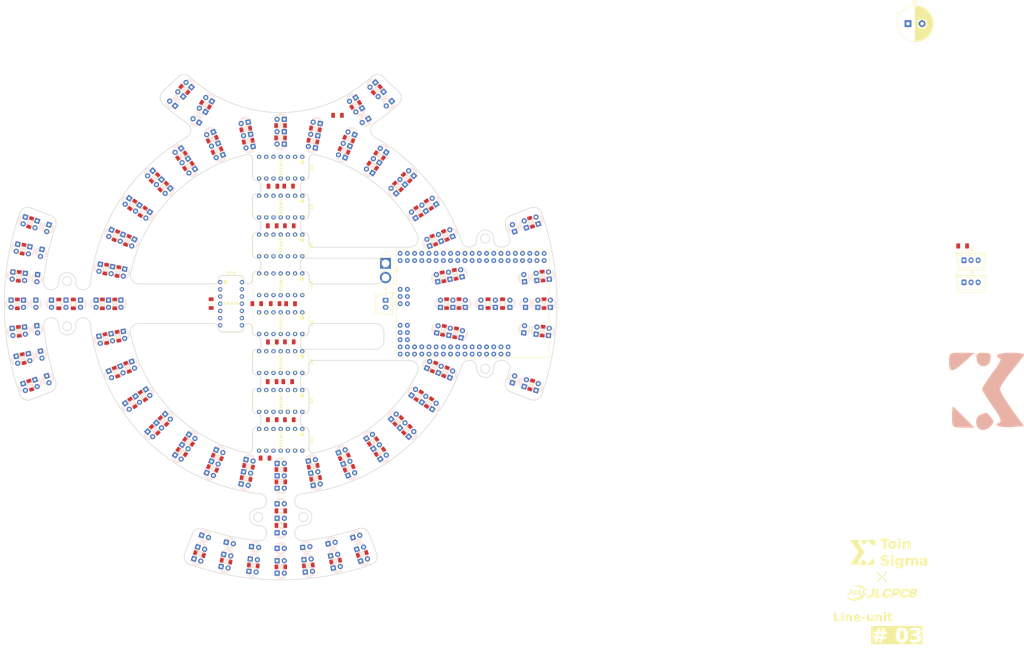
<source format=kicad_pcb>
(kicad_pcb (version 20240108) (generator "pcbnew") (generator_version "8.0")
  (layers (0 "F.Cu" signal) (1 "In1.Cu" signal) (2 "In2.Cu" signal) (31 "B.Cu" signal) (34 "B.Paste" user) (35 "F.Paste" user) (36 "B.SilkS" user "B.Silkscreen") (37 "F.SilkS" user "F.Silkscreen") (38 "B.Mask" user) (39 "F.Mask" user) (44 "Edge.Cuts" user))
  (net 0 "")
  (net 1 "GND")
  (net 2 "Net-(D1-A)")
  (net 3 "Net-(D2-A)")
  (net 4 "Net-(D3-A)")
  (net 5 "Net-(D4-A)")
  (net 6 "Net-(D5-A)")
  (net 7 "Net-(D6-A)")
  (net 8 "Net-(D7-A)")
  (net 9 "Net-(D8-A)")
  (net 10 "Net-(D9-A)")
  (net 11 "Net-(D10-A)")
  (net 12 "Net-(D11-A)")
  (net 13 "Net-(D12-A)")
  (net 14 "Net-(D13-A)")
  (net 15 "Net-(D14-A)")
  (net 16 "Net-(D15-A)")
  (net 17 "Net-(D16-A)")
  (net 18 "Net-(D17-A)")
  (net 19 "Net-(D18-A)")
  (net 20 "Net-(D19-A)")
  (net 21 "Net-(D20-A)")
  (net 22 "Net-(D21-A)")
  (net 23 "Net-(D22-A)")
  (net 24 "Net-(D23-A)")
  (net 25 "Net-(D24-A)")
  (net 26 "Net-(D25-A)")
  (net 27 "Net-(D26-A)")
  (net 28 "Net-(D27-A)")
  (net 29 "Net-(D28-A)")
  (net 30 "Net-(D29-A)")
  (net 31 "Net-(D30-A)")
  (net 32 "Net-(D31-A)")
  (net 33 "Net-(D32-A)")
  (net 34 "Net-(D33-A)")
  (net 35 "Net-(D34-A)")
  (net 36 "Net-(D35-A)")
  (net 37 "Net-(D36-A)")
  (net 38 "Net-(D37-A)")
  (net 39 "Net-(D38-A)")
  (net 40 "Net-(D39-A)")
  (net 41 "Net-(D40-A)")
  (net 42 "Net-(D41-A)")
  (net 43 "Net-(D42-A)")
  (net 44 "Net-(D43-A)")
  (net 45 "Net-(D44-A)")
  (net 46 "Net-(D45-A)")
  (net 47 "Net-(D46-A)")
  (net 48 "Net-(D47-A)")
  (net 49 "Net-(D48-A)")
  (net 50 "Net-(D49-A)")
  (net 51 "Net-(D50-A)")
  (net 52 "Net-(D51-A)")
  (net 53 "Net-(D52-A)")
  (net 54 "Net-(D53-A)")
  (net 55 "Net-(D54-A)")
  (net 56 "Net-(D55-A)")
  (net 57 "+5V")
  (net 58 "TX_5V")
  (net 59 "RX_5V")
  (net 60 "ballcatch_right")
  (net 61 "ballcatch_left")
  (net 62 "boundary1")
  (net 63 "boundary2")
  (net 64 "linesig1")
  (net 65 "linesig2")
  (net 66 "linesig3")
  (net 67 "linesig4")
  (net 68 "linesig5")
  (net 69 "linesig6")
  (net 70 "linesig7")
  (net 71 "linesig8")
  (net 72 "linesig9")
  (net 73 "linesig10")
  (net 74 "linesig11")
  (net 75 "linesig12")
  (net 76 "linesig13")
  (net 77 "linesig14")
  (net 78 "linesig15")
  (net 79 "linesig16")
  (net 80 "linesig17")
  (net 81 "linesig18")
  (net 82 "linesig19")
  (net 83 "linesig20")
  (net 84 "linesig21")
  (net 85 "linesig22")
  (net 86 "linesig23")
  (net 87 "linesig24")
  (net 88 "linesig25")
  (net 89 "linesig26")
  (net 90 "linesig27")
  (net 91 "linesig28")
  (net 92 "linesig29")
  (net 93 "linesig30")
  (net 94 "linesig31")
  (net 95 "linesig32")
  (net 96 "linesig33")
  (net 97 "linesig34")
  (net 98 "linesig35")
  (net 99 "linesig36")
  (net 100 "boundary3")
  (net 101 "boundary4")
  (net 102 "boundary5")
  (net 103 "boundary6")
  (net 104 "boundary7")
  (net 105 "boundary8")
  (net 106 "Net-(D56-A)")
  (net 107 "Net-(D57-A)")
  (net 108 "Net-(D58-A)")
  (net 109 "boundary1_raw")
  (net 110 "sig1")
  (net 111 "sig2")
  (net 112 "sig3")
  (net 113 "sig4")
  (net 114 "sig5")
  (net 115 "sig6")
  (net 116 "sig7")
  (net 117 "sig8")
  (net 118 "sig9")
  (net 119 "sig10")
  (net 120 "sig11")
  (net 121 "sig12")
  (net 122 "sig13")
  (net 123 "sig14")
  (net 124 "sig15")
  (net 125 "sig16")
  (net 126 "sig17")
  (net 127 "sig18")
  (net 128 "sig19")
  (net 129 "sig20")
  (net 130 "sig21")
  (net 131 "sig22")
  (net 132 "sig23")
  (net 133 "sig24")
  (net 134 "sig25")
  (net 135 "sig26")
  (net 136 "sig27")
  (net 137 "sig28")
  (net 138 "sig29")
  (net 139 "sig30")
  (net 140 "sig31")
  (net 141 "sig32")
  (net 142 "sig33")
  (net 143 "sig34")
  (net 144 "sig35")
  (net 145 "sig36")
  (net 146 "boundary2_raw")
  (net 147 "boundary3_raw")
  (net 148 "boundary4_raw")
  (net 149 "boundary5_raw")
  (net 150 "boundary6_raw")
  (net 151 "boundary7_raw")
  (net 152 "boundary8_raw")
  (net 153 "SDA")
  (net 155 "boundary9_raw")
  (net 184 "SCL")
  (net 186 "boundary9")
  (footprint "Capacitor_THT:CP_Radial_D12.5mm_P5.00mm" (layer "F.Cu") (at 325.317082 0.6)
    (property "Reference" "C1")
    (property "Value" "1000uF")
  )
  (footprint "@3pare:R-1206_3216-Handsolder" (layer "F.Cu") (at 79.5 99.5 -90)
    (property "Reference" "R101")
    (property "Value" "1k")
  )
  (footprint "@3pare:R-1206_3216-Handsolder" (layer "F.Cu") (at 77.520272 29.244401 -30.9)
    (property "Reference" "R66")
    (property "Value" "75")
  )
  (footprint "@3pare:C-1206_3216-Handsolder" (layer "F.Cu") (at 101 127)
    (property "Reference" "C8")
    (property "Value" "10uF")
  )
  (footprint "@3pare:R-1206_3216-Handsolder" (layer "F.Cu") (at 45.853793 123.584847 112.5)
    (property "Reference" "R23")
    (property "Value" "75")
  )
  (footprint "Connector_AMASS:AMASS_XT30U-F_1x02_P5.0mm_Vertical" (layer "F.Cu") (at 141 85.25 -90)
    (property "Reference" "J1")
    (property "Value" "Conn_01x02_Pin")
  )
  (footprint "@3pare:R-1206_3216-Handsolder" (layer "F.Cu") (at 11.571124 109.214666 96)
    (property "Reference" "R85")
    (property "Value" "75")
  )
  (footprint "@3pare:R-1206_3216-Handsolder" (layer "F.Cu") (at 196.428876 109.214666 -96)
    (property "Reference" "R72")
    (property "Value" "75")
  )
  (footprint "@3pare:R-1206_3216-Handsolder" (layer "F.Cu") (at 59.49682 144.003079 135)
    (property "Reference" "R21")
    (property "Value" "75")
  )
  (footprint "@3pare:R-1206_3216-Handsolder" (layer "F.Cu") (at 101 140.47 180)
    (property "Reference" "R100")
    (property "Value" "1k")
  )
  (footprint "@3pare:R-1206_3216-Handsolder" (layer "F.Cu") (at 148.503179 144.003079 -135)
    (property "Reference" "R13")
    (property "Value" "75")
  )
  (footprint "@3pare:R-1206_3216-Handsolder" (layer "F.Cu") (at 107 140.5 180)
    (property "Reference" "R99")
    (property "Value" "1k")
  )
  (footprint "Connector_JST:JST_XH_B2B-XH-A_1x02_P2.50mm_Vertical" (layer "F.Cu") (at 141.025 98.25 -90)
    (property "Reference" "J2")
    (property "Value" "Conn_01x02_Pin")
  )
  (footprint "@3pare:R-1206_3216-Handsolder" (layer "F.Cu") (at 46.563252 110.924779 101.25)
    (property "Reference" "R56")
    (property "Value" "10k")
  )
  (footprint "@3pare:R-1206_3216-Handsolder" (layer "F.Cu") (at 152.692523 132.035203 -123.75)
    (property "Reference" "R44")
    (property "Value" "10k")
  )
  (footprint "@3pare:R-1206_3216-Handsolder" (layer "F.Cu") (at 104 36.5629)
    (property "Reference" "R1")
    (property "Value" "75")
  )
  (footprint "@3pare:R-1206_3216-Handsolder" (layer "F.Cu") (at 124 33 180)
    (property "Reference" "R91")
    (property "Value" "10k")
  )
  (footprint "@3pare:R-1206_3216-Handsolder" (layer "F.Cu") (at 106.75 58 180)
    (property "Reference" "R95")
    (property "Value" "1k")
  )
  (footprint "@3pare:R-1206_3216-Handsolder" (layer "F.Cu") (at 162.146206 123.584847 -112.5)
    (property "Reference" "R11")
    (property "Value" "75")
  )
  (footprint "@3pare:R-1206_3216-Handsolder" (layer "F.Cu") (at 92.57512 42.063152 11.25)
    (property "Reference" "R64")
    (property "Value" "10k")
  )
  (footprint "@3pare:R-1206_3216-Handsolder" (layer "F.Cu") (at 71.464696 50.807376 33.75)
    (property "Reference" "R62")
    (property "Value" "10k")
  )
  (footprint "@3pare:R-1206_3216-Handsolder" (layer "F.Cu") (at 49.895766 77.089192 67.5)
    (property "Reference" "R59")
    (property "Value" "10k")
  )
  (footprint "@3pare:C-1206_3216-Handsolder" (layer "F.Cu") (at 101.25 58 180)
    (property "Reference" "C2")
    (property "Value" "10uF")
  )
  (footprint "@3pare:R-1206_3216-Handsolder" (layer "F.Cu") (at 145.409587 58.090312 -45)
    (property "Reference" "R37")
    (property "Value" "10k")
  )
  (footprint "@3pare:R-1206_3216-Handsolder" (layer "F.Cu") (at 84.677103 190.407082 168)
    (property "Reference" "R80")
    (property "Value" "75")
  )
  (footprint "@3pare:C-1206_3216-Handsolder" (layer "F.Cu") (at 101.0425 113 180)
    (property "Reference" "C5")
    (property "Value" "10uF")
  )
  (footprint "@3pare:R-1206_3216-Handsolder" (layer "F.Cu") (at 94.285334 191.928876 174)
    (property "Reference" "R79")
    (property "Value" "75")
  )
  (footprint "@3pare:R-1206_3216-Handsolder" (layer "F.Cu") (at 95.5 99.5 180)
    (property "Reference" "R102")
    (property "Value" "1k")
  )
  (footprint "@3pare:R-1206_3216-Handsolder" (layer "F.Cu") (at 41.063 99.4999 90)
    (property "Reference" "R25")
    (property "Value" "75")
  )
  (footprint "@3pare:R-1206_3216-Handsolder" (layer "F.Cu") (at 59.49682 54.99672 45)
    (property "Reference" "R29")
    (property "Value" "75")
  )
  (footprint "@3pare:R-1206_3216-Handsolder" (layer "F.Cu") (at 126.410707 153.604133 -157.5)
    (property "Reference" "R47")
    (property "Value" "10k")
  )
  (footprint "@3pare:R-1206_3216-Handsolder" (layer "F.Cu") (at 79.915052 157.646106 157.5)
    (property "Reference" "R19")
    (property "Value" "75")
  )
  (footprint "@3pare:C-1206_3216-Handsolder" (layer "F.Cu") (at 98.5 154)
    (property "Reference" "C7")
    (property "Value" "10uF")
  )
  (footprint "@3pare:R-1206_3216-Handsolder" (layer "F.Cu") (at 192.389291 70.780579 -72)
    (property "Reference" "R69")
    (property "Value" "75")
  )
  (footprint "@3pare:R-1206_3216-Handsolder" (layer "F.Cu") (at 104 172.688 180)
    (property "Reference" "R93")
    (property "Value" "10k")
  )
  (footprint "@3pare:R-1206_3216-Handsolder" (layer "F.Cu") (at 15.610709 70.780579 72)
    (property "Reference" "R89")
    (property "Value" "75")
  )
  (footprint "@3pare:R-1206_3216-Handsolder" (layer "F.Cu") (at 182.313 99.5 -90)
    (property "Reference" "R74")
    (property "Value" "75")
  )
  (footprint "@3pare:R-1206_3216-Handsolder" (layer "F.Cu") (at 91.7216 37.772216 11.25)
    (property "Reference" "R32")
    (property "Value" "75")
  )
  (footprint "@3pare:R-1206_3216-Handsolder" (layer "F.Cu") (at 161.436747 108.974025 -101.25)
    (property "Reference" "R42")
    (property "Value" "10k")
  )
  (footprint "@3pare:R-1206_3216-Handsolder" (layer "F.Cu") (at 165.727683 109.827545 -101.25)
    (property "Reference" "R10")
    (property "Value" "75")
  )
  (footprint "@3pare:R-1206_3216-Handsolder" (layer "F.Cu") (at 104 162.4369 180)
    (property "Reference" "R17")
    (property "Value" "75")
  )
  (footprint "@3pare:R-1206_3216-Handsolder" (layer "F.Cu") (at 148.503179 54.99672 -45)
    (property "Reference" "R5")
    (property "Value" "75")
  )
  (footprint "@3pare:R-1206_3216-Handsolder" (layer "F.Cu") (at 55.307476 132.035203 123.75)
    (property "Reference" "R54")
    (property "Value" "10k")
  )
  (footprint "@3pare:R-1206_3216-Handsolder" (layer "F.Cu") (at 145.409587 140.909487 -135)
    (property "Reference" "R45")
    (property "Value" "10k")
  )
  (footprint "@3pare:R-1206_3216-Handsolder" (layer "F.Cu") (at 91.7216 161.227583 168.75)
    (property "Reference" "R18")
    (property "Value" "75")
  )
  (footprint "@3pare:R-1206_3216-Handsolder" (layer "F.Cu") (at 30.812 99.5 90)
    (property "Reference" "R94")
    (property "Value" "10k")
  )
  (footprint "@3pare:R-1206_3216-Handsolder" (layer "F.Cu") (at 104 177.813 180)
    (property "Reference" "R82")
    (property "Value" "75")
  )
  (footprint "@3pare:LM339" (layer "F.Cu") (at 104 106.364 -90)
    (property "Reference" "U6")
    (property "Value" "~" (hide yes))
  )
  (footprint "@3pare:R-1206_3216-Handsolder" (layer "F.Cu") (at 132.719421 187.889291 -162)
    (property "Reference" "R75")
    (property "Value" "75")
  )
  (footprint "@3pare:R-1206_3216-Handsolder" (layer "F.Cu") (at 25.687 99.5 90)
    (property "Reference" "R90")
    (property "Value" "75")
  )
  (footprint "@3pare:R-1206_3216-Handsolder" (layer "F.Cu") (at 192.389291 128.219421 -108)
    (property "Reference" "R73")
    (property "Value" "75")
  )
  (footprint "@3pare:R-1206_3216-Handsolder" (layer "F.Cu") (at 113.714666 191.928876 -174)
    (property "Reference" "R77")
    (property "Value" "75")
  )
  (footprint "@3pare:R-1206_3216-Handsolder" (layer "F.Cu") (at 42.272316 111.778299 101.25)
    (property "Reference" "R24")
    (property "Value" "75")
  )
  (footprint "@3pare:R-1206_3216-Handsolder" (layer "F.Cu") (at 138.965923 151.830102 -146.25)
    (property "Reference" "R14")
    (property "Value" "75")
  )
  (footprint "@3pare:LM339" (layer "F.Cu") (at 104 147.545 -90)
    (property "Reference" "U9")
    (property "Value" "~" (hide yes))
  )
  (footprint "@3pare:LM339" (layer "F.Cu") (at 104 65.183 -90)
    (property "Reference" "U3")
    (property "Value" "~" (hide yes))
  )
  (footprint "@3pare:C-1206_3216-Handsolder" (layer "F.Cu") (at 107.5 99.5)
    (property "Reference" "C4")
    (property "Value" "10uF")
  )
  (footprint "@3pare:R-1206_3216-Handsolder" (layer "F.Cu") (at 81.589292 45.395666 22.5)
    (property "Reference" "R63")
    (property "Value" "10k")
  )
  (footprint "@3pare:R-1206_3216-Handsolder" (layer "F.Cu") (at 102 99.5 180)
    (property "Reference" "R97")
    (property "Value" "1k")
  )
  (footprint "@3pare:R-1206_3216-Handsolder" (layer "F.Cu") (at 162.146206 75.414952 -67.5)
    (property "Reference" "R7")
    (property "Value" "75")
  )
  (footprint "@3pare:R-1206_3216-Handsolder" (layer "F.Cu") (at 104 158.0619 180)
    (property "Reference" "R49")
    (property "Value" "10k")
  )
  (footprint "@3pare:R-1206_3216-Handsolder" (layer "F.Cu") (at 152.692523 66.964596 -56.25)
    (property "Reference" "R38")
    (property "Value" "10k")
  )
  (footprint "@3pare:R-1206_3216-Handsolder" (layer "F.Cu") (at 136.535303 50.807376 -33.75)
    (property "Reference" "R36")
    (property "Value" "10k")
  )
  (footprint "@3pare:R-1206_3216-Handsolder" (layer "F.Cu") (at 71.464696 148.192423 146.25)
    (property "Reference" "R52")
    (property "Value" "10k")
  )
  (footprint "@3pare:R-1206_3216-Handsolder" (layer "F.Cu") (at 162.562 99.4999 -90)
    (property "Reference" "R41")
    (property "Value" "10k")
  )
  (footprint "@3pare:R-1206_3216-Handsolder" (layer "F.Cu") (at 128.084947 157.646106 -157.5)
    (property "Reference" "R15")
    (property "Value" "75")
  )
  (footprint "@3pare:R-1206_3216-Handsolder" (layer "F.Cu") (at 92.57512 156.936647 168.75)
    (property "Reference" "R50")
    (property "Value" "10k")
  )
  (footprint "@3pare:R-1206_3216-Handsolder" (layer "F.Cu") (at 115.424879 42.063152 -11.25)
    (property "Reference" "R34")
    (property "Value" "10k")
  )
  (footprint "@3pare:LM339" (layer "F.Cu") (at 104 92.637 -90)
    (property "Reference" "U5")
    (property "Value" "~" (hide yes))
  )
  (footprint "@3pare:LM339" (layer "F.Cu") (at 104 120.091 -90)
    (property "Reference" "U7")
    (property "Value" "~" (hide yes))
  )
  (footprint "@3pare:R-1206_3216-Handsolder" (layer "F.Cu") (at 196.938 99.5 -90)
    (property "Reference" "R71")
    (property "Value" "75")
  )
  (footprint "@3pare:R-1206_3216-Handsolder" (layer "F.Cu") (at 75.280579 187.889291 162)
    (property "Reference" "R81")
    (property "Value" "75")
  )
  (footprint "@3pare:R-1206_3216-Handsolder" (layer "F.Cu") (at 79.915052 41.353693 22.5)
    (property "Reference" "R31")
    (property "Value" "75")
  )
  (footprint "@3pare:R-1206_3216-Handsolder" (layer "F.Cu") (at 161.315341 90.034781 -78.75)
    (property "Reference" "R40")
    (property "Value" "10k")
  )
  (footprint "@3pare:R-1206_3216-Handsolder" (layer "F.Cu") (at 158.104233 121.910607 -112.5)
    (property "Reference" "R43")
    (property "Value" "10k")
  )
  (footprint "@3pare:R-1206_3216-Handsolder" (layer "F.Cu") (at 156.330202 134.465823 -123.75)
    (property "Reference" "R12")
    (property "Value" "75")
  )
  (footprint "@3pare:R-1206_3216-Handsolder" (layer "F.Cu") (at 196.428876 89.785334 -84)
    (property "Reference" "R70")
    (property "Value" "75")
  )
  (footprint "Connector_JST:JST_XH_B3B-XH-A_1x03_P2.50mm_Vertical" (layer "F.Cu") (at 345.075 91.95)
    (property "Reference" "J5")
    (property "Value" "Conn_01x03_Pin")
  )
  (footprint "@3pare:R-1206_3216-Handsolder" (layer "F.Cu") (at 62.590412 140.909487 135)
    (property "Reference" "R53")
    (property "Value" "10k")
  )
  (footprint "@3pare:R-1206_3216-Handsolder" (layer "F.Cu") (at 137.89624 23.855989 41.1)
    (property "Reference" "R68")
    (property "Value" "75")
  )
  (footprint "@3pare:R-1206_3216-Handsolder" (layer "F.Cu") (at 123.322897 190.407082 -168)
    (property "Reference" "R76")
    (property "Value" "75")
  )
  (footprint "@3pare:R-1206_3216-Handsolder" (layer "F.Cu") (at 104 192.438 180)
    (property "Reference" "R78")
    (property "Value" "75")
  )
  (footprint "@3pare:R-1206_3216-Handsolder" (layer "F.Cu") (at 11.571124 89.785334 84)
    (property "Reference" "R87")
    (property "Value" "75")
  )
  (footprint "@3pare:R-1206_3216-Handsolder" (layer "F.Cu") (at 107 113 180)
    (property "Reference" "R98")
    (property "Value" "1k")
  )
  (footprint "@3pare:R-1206_3216-Handsolder" (layer "F.Cu") (at 11.062 99.5 90)
    (property "Reference" "R86")
    (property "Value" "75")
  )
  (footprint "@3pare:LM339" (layer "F.Cu") (at 104 78.91 -90)
    (property "Reference" "U4")
    (property "Value" "~" (hide yes))
  )
  (footprint "@3pare:R-1206_3216-Handsolder" (layer "F.Cu") (at 13.092918 80.177103 78)
    (property "Reference" "R88")
    (property "Value" "75")
  )
  (footprint "@3pare:R-1206_3216-Handsolder" (layer "F.Cu") (at 104 40.9379)
    (property "Reference" "R33")
    (property "Value" "10k")
  )
  (footprint "@3pare:R-1206_3216-Handsolder" (layer "F.Cu") (at 126.410707 45.395666 -22.5)
    (property "Reference" "R35")
    (property "Value" "10k")
  )
  (footprint "@3pare:R-1206_3216-Handsolder" (layer "F.Cu") (at 70.10376 23.855989 -41.1)
    (property "Reference" "R65")
    (property "Value" "75")
  )
  (footprint "@3pare:R-1206_3216-Handsolder" (layer "F.Cu") (at 166.937 99.4999 -90)
    (property "Reference" "R9")
    (property "Value" "75")
  )
  (footprint "@3pare:R-1206_3216-Handsolder" (layer "F.Cu") (at 69.034076 151.830102 146.25)
    (property "Reference" "R20")
    (property "Value" "75")
  )
  (footprint "@3pare:LM339" (layer "F.Cu") (at 104 51.456 -90)
    (property "Reference" "U2")
    (property "Value" "~" (hide yes))
  )
  (footprint "@3pare:MODULE_MEGA_PRO_EMBED_CH340G___ATMEGA2560" (layer "F.Cu") (at 171.75 99.5 180)
    (property "Reference" "U1")
    (property "Value" "MEGA_PRO_EMBED_CH340G_{slash}_ATMEGA2560")
  )
  (footprint "@3pare:R-1206_3216-Handsolder" (layer "F.Cu") (at 130.479728 29.244401 30.9)
    (property "Reference" "R67")
    (property "Value" "75")
  )
  (footprint "@3pare:C-1206_3216-Handsolder" (layer "F.Cu") (at 101 72 180)
    (property "Reference" "C3")
    (property "Value" "10uF")
  )
  (footprint "@3pare:R-1206_3216-Handsolder" (layer "F.Cu") (at 158.104233 77.089192 -67.5)
    (property "Reference" "R39")
    (property "Value" "10k")
  )
  (footprint "@3pare:LM339" (layer "F.Cu") (at 86.5 99.5)
    (property "Reference" "U10")
    (property "Value" "~" (hide yes))
  )
  (footprint "@3pare:R-1206_3216-Handsolder" (layer "F.Cu") (at 81.589292 153.604133 157.5)
    (property "Reference" "R51")
    (property "Value" "10k")
  )
  (footprint "@3pare:LM339" (layer "F.Cu") (at 104 133.818 -90)
    (property "Reference" "U8")
    (property "Value" "~" (hide yes))
  )
  (footprint "@3pare:R-1206_3216-Handsolder" (layer "F.Cu") (at 116.278399 37.772216 -11.25)
    (property "Reference" "R2")
    (property "Value" "75")
  )
  (footprint "@3pare:R-1206_3216-Handsolder" (layer "F.Cu") (at 136.535303 148.192423 -146.25)
    (property "Reference" "R46")
    (property "Value" "10k")
  )
  (footprint "@3pare:R-1206_3216-Handsolder" (layer "F.Cu") (at 128.084947 41.353693 -22.5)
    (property "Reference" "R3")
    (property "Value" "75")
  )
  (footprint "@3pare:R-1206_3216-Handsolder" (layer "F.Cu") (at 69.034076 47.169697 33.75)
    (property "Reference" "R30")
    (property "Value" "75")
  )
  (footprint "@3pare:R-1206_3216-Handsolder" (layer "F.Cu") (at 51.669797 134.465823 123.75)
    (property "Reference" "R22")
    (property "Value" "75")
  )
  (footprint "@3pare:R-1206_3216-Handsolder" (layer "F.Cu") (at 45.853793 75.414952 67.5)
    (property "Reference" "R27")
    (property "Value" "75")
  )
  (footprint "@3pare:R-1206_3216-Handsolder" (layer "F.Cu") (at 15.610709 128.219421 108)
    (property "Reference" "R83")
    (property "Value" "75")
  )
  (footprint "@3pare:R-1206_3216-Handsolder" (layer "F.Cu") (at 13.092918 118.822897 102)
    (property "Reference" "R84")
    (property "Value" "75")
  )
  (footprint "Connector_JST:JST_XH_B3B-XH-A_1x03_P2.50mm_Vertical" (layer "F.Cu") (at 345.075 84.15)
    (property "Reference" "J4")
    (property "Value" "Conn_01x03_Pin")
  )
  (footprint "@3pare:R-1206_3216-Handsolder" (layer "F.Cu") (at 62.590412 58.090312 45)
    (property "Reference" "R61")
    (property "Value" "10k")
  )
  (footprint "@3pare:C-1206_3216-Handsolder" (layer "F.Cu") (at 344.625 79.1)
    (property "Reference" "C9")
    (property "Value" "10uF")
  )
  (footprint "@3pare:R-1206_3216-Handsolder" (layer "F.Cu") (at 138.965923 47.169697 -33.75)
    (property "Reference" "R4")
    (property "Value" "75")
  )
  (footprint "@3pare:R-1206_3216-Handsolder" (layer "F.Cu") (at 51.669797 64.533976 56.25)
    (property "Reference" "R28")
    (property "Value" "75")
  )
  (footprint "@3pare:C-1206_3216-Handsolder" (layer "F.Cu") (at 106.5 127)
    (property "Reference" "C6")
    (property "Value" "10uF")
  )
  (footprint "@3pare:R-1206_3216-Handsolder" (layer "F.Cu") (at 116.278399 161.227583 -168.75)
    (property "Reference" "R16")
    (property "Value" "75")
  )
  (footprint "@3pare:R-1206_3216-Handsolder" (layer "F.Cu") (at 115.424879 156.936647 -168.75)
    (property "Reference" "R48")
    (property "Value" "10k")
  )
  (footprint "@3pare:R-1206_3216-Handsolder" (layer "F.Cu") (at 45.438 99.4999 90)
    (property "Reference" "R57")
    (property "Value" "10k")
  )
  (footprint "@3pare:R-1206_3216-Handsolder" (layer "F.Cu") (at 177.188 99.5 -90)
    (property "Reference" "R92")
    (property "Value" "10k")
  )
  (footprint "@3pare:R-1206_3216-Handsolder" (layer "F.Cu") (at 55.307476 66.964596 56.25)
    (property "Reference" "R60")
    (property "Value" "10k")
  )
  (footprint "@3pare:R-1206_3216-Handsolder" (layer "F.Cu") (at 49.895766 121.910607 112.5)
    (property "Reference" "R55")
    (property "Value" "10k")
  )
  (footprint "@3pare:R-1206_3216-Handsolder" (layer "F.Cu") (at 46.563252 88.07502 78.75)
    (property "Reference" "R58")
    (property "Value" "10k")
  )
  (footprint "@3pare:R-1206_3216-Handsolder" (layer "F.Cu") (at 165.606277 89.181261 -78.75)
    (property "Reference" "R8")
    (property "Value" "75")
  )
  (footprint "@3pare:R-1206_3216-Handsolder" (layer "F.Cu") (at 156.330202 64.533976 -56.25)
    (property "Reference" "R6")
    (property "Value" "75")
  )
  (footprint "@3pare:R-1206_3216-Handsolder" (layer "F.Cu") (at 42.272316 87.2215 78.75)
    (property "Reference" "R26")
    (property "Value" "75")
  )
  (footprint "@3pare:R-1206_3216-Handsolder" (layer "F.Cu") (at 107 72 180)
    (property "Reference" "R96")
    (property "Value" "1k")
  )
  (footprint "@3pare:LED" (layer "B.Cu") (at 53.488232 133.250836 -56.25)
    (property "Reference" "D22")
    (property "Value" "LED")
  )
  (footprint "@3pare:NJL7502L" (layer "B.Cu") (at 13.530749 128.895242 -72)
    (property "Reference" "NJL7502L101")
    (property "Value" "~")
  )
  (footprint "@3pare:NJL7502L" (layer "B.Cu") (at 43.832345 124.422158 -67.5)
    (property "Reference" "NJL7502L45")
    (property "Value" "~")
  )
  (footprint "@3pare:NJL7502L" (layer "B.Cu") (at 113.028646 185.401829 6)
    (property "Reference" "NJL7502L90")
    (property "Value" "~")
  )
  (footprint "@3pare:NJL7502L" (layer "B.Cu") (at 91.294742 163.373541 -11.25)
    (property "Reference" "NJL7502L35")
    (property "Value" "~")
  )
  (footprint "@3pare:NJL7502L" (layer "B.Cu") (at 128.922258 39.332245 157.5)
    (property "Reference" "NJL7502L5")
    (property "Value" "~")
  )
  (footprint "@3pare:NJL7502L" (layer "B.Cu") (at 156.083708 121.073678 67.5)
    (property "Reference" "NJL7502L22")
    (property "Value" "~")
  )
  (footprint "@3pare:LED" (layer "B.Cu") (at 154.511789 133.250836 56.25)
    (property "Reference" "D12")
    (property "Value" "LED")
  )
  (footprint "@3pare:NJL7502L" (layer "B.Cu") (at 167.873641 110.254403 78.75)
    (property "Reference" "NJL7502L19")
    (property "Value" "~")
  )
  (footprint "@3pare:LED" (layer "B.Cu") (at 68.666082 25.503974 138.9)
    (property "Reference" "D33")
    (property "Value" "LED")
  )
  (footprint "@3pare:NJL7502L" (layer "B.Cu") (at 64.136855 139.363044 -45)
    (property "Reference" "NJL7502L42")
    (property "Value" "~")
  )
  (footprint "@3pare:NJL7502L" (layer "B.Cu") (at 19.512501 81.541628 -102)
    (property "Reference" "NJL7502L112")
    (property "Value" "~")
  )
  (footprint "@3pare:LED" (layer "B.Cu") (at 92.148273 39.917239 -168.75)
    (property "Reference" "D32")
    (property "Value" "LED")
  )
  (footprint "@3pare:NJL7502L" (layer "B.Cu") (at 140.181511 153.649358 33.75)
    (property "Reference" "NJL7502L27")
    (property "Value" "~")
  )
  (footprint "@3pare:NJL7502L" (layer "B.Cu") (at 140.181511 45.350441 146.25)
    (property "Reference" "NJL7502L7")
    (property "Value" "~")
  )
  (footprint "@3pare:NJL7502L" (layer "B.Cu") (at 10.953709 79.7224 -102)
    (property "Reference" "NJL7502L111")
    (property "Value" "~")
  )
  (footprint "@3pare:LED" (layer "B.Cu") (at 13.25 99.5 -90)
    (property "Reference" "D54")
    (property "Value" "LED")
  )
  (footprint "@3pare:LED" (layer "B.Cu") (at 146.956747 56.543208 135)
    (property "Reference" "D5")
    (property "Value" "LED")
  )
  (footprint "@3pare:NJL7502L" (layer "B.Cu") (at 104 185.875)
    (property "Reference" "NJL7502L92")
    (property "Value" "~")
  )
  (footprint "@3pare:NJL7502L" (layer "B.Cu") (at 184.875 99.5 90)
    (property "Reference" "NJL7502L83")
    (property "Value" "~")
  )
  (footprint "@3pare:NJL7502L" (layer "B.Cu") (at 94.05673 194.103895 -6)
    (property "Reference" "NJL7502L93")
    (property "Value" "~")
  )
  (footprint "@3pare:NJL7502L" (layer "B.Cu") (at 133.395242 189.969251 18)
    (property "Reference" "NJL7502L85")
    (property "Value" "~")
  )
  (footprint "@3pare:NJL7502L" (layer "B.Cu") (at 57.1259 68.179628 -123.75)
    (property "Reference" "NJL7502L56")
    (property "Value" "~")
  )
  (footprint "@3pare:NJL7502L" (layer "B.Cu") (at 79.077741 39.332245 -157.5)
    (property "Reference" "NJL7502L61")
    (property "Value" "~")
  )
  (footprint "@3pare:NJL7502L" (layer "B.Cu") (at 94.971354 185.401829 -6)
    (property "Reference" "NJL7502L94")
    (property "Value" "~")
  )
  (footprint "@3pare:NJL7502L" (layer "B.Cu") (at 169.125 99.4999 90)
    (property "Reference" "NJL7502L17")
    (property "Value" "~")
  )
  (footprint "@3pare:LED" (layer "B.Cu") (at 28.25 99.5 -90)
    (property "Reference" "D58")
    (property "Value" "LED")
  )
  (footprint "@3pare:NJL7502L" (layer "B.Cu") (at 194.469251 70.104758 108)
    (property "Reference" "NJL7502L73")
    (property "Value" "~")
  )
  (footprint "@3pare:NJL7502L" (layer "B.Cu") (at 82.426221 47.416191 -157.5)
    (property "Reference" "NJL7502L62")
    (property "Value" "~")
  )
  (footprint "@3pare:LED" (layer "B.Cu") (at 15.233105 80.632014 -102)
    (property "Reference" "D56")
    (property "Value" "LED")
  )
  (footprint "@3pare:NJL7502L" (layer "B.Cu") (at 156.083708 77.926121 112.5)
    (property "Reference" "NJL7502L14")
    (property "Value" "~")
  )
  (footprint "@3pare:NJL7502L" (layer "B.Cu") (at 136.457904 22.207134 -138.9)
    (property "Reference" "NJL7502L71")
    (property "Value" "~")
  )
  (footprint "@3pare:LED" (layer "B.Cu") (at 94.514042 189.752862 -6)
    (property "Reference" "D47")
    (property "Value" "LED")
  )
  (footprint "@3pare:NJL7502L" (layer "B.Cu") (at 189.901829 90.471354 96)
    (property "Reference" "NJL7502L76")
    (property "Value" "~")
  )
  (footprint "@3pare:NJL7502L" (layer "B.Cu") (at 48.708229 110.498116 -78.75)
    (property "Reference" "NJL7502L48")
    (property "Value" "~")
  )
  (footprint "@3pare:NJL7502L" (layer "B.Cu") (at 129.3561 27.366897 -149.1)
    (property "Reference" "NJL7502L69")
    (property "Value" "~")
  )
  (footprint "@3pare:NJL7502L" (layer "B.Cu") (at 47.625 99.4999 -90)
    (property "Reference" "NJL7502L50")
    (property "Value" "~")
  )
  (footprint "@3pare:NJL7502L" (layer "B.Cu") (at 79.077741 159.667554 -22.5)
    (property "Reference" "NJL7502L37")
    (property "Value" "~")
  )
  (footprint "@3pare:LED" (layer "B.Cu") (at 190.308379 127.543292 72)
    (property "Reference" "D41")
    (property "Value" "LED")
  )
  (footprint "@3pare:LED" (layer "B.Cu") (at 80.751992 155.625626 -22.5)
    (property "Reference" "D19")
    (property "Value" "LED")
  )
  (footprint "@3pare:LED" (layer "B.Cu") (at 92.148273 159.08265 -11.25)
    (property "Reference" "D18")
    (property "Value" "LED")
  )
  (footprint "@3pare:LED" (layer "B.Cu") (at 160.125692 122.747963 67.5)
    (property "Reference" "D11")
    (property "Value" "LED")
  )
  (footprint "@3pare:LED" (layer "B.Cu") (at 131.602843 31.120931 -149.1)
    (property "Reference" "D35")
    (property "Value" "LED")
  )
  (footprint "@3pare:LED" (layer "B.Cu") (at 194.252862 90.014042 96)
    (property "Reference" "D38")
    (property "Value" "LED")
  )
  (footprint "@3pare:NJL7502L" (layer "B.Cu") (at 159.29177 108.547362 78.75)
    (property "Reference" "NJL7502L20")
    (property "Value" "~")
  )
  (footprint "@3pare:LED" (layer "B.Cu") (at 122.867986 188.266895 12)
    (property "Reference" "D44")
    (property "Value" "LED")
  )
  (footprint "@3pare:LED" (layer "B.Cu") (at 113.485958 189.752862 6)
    (property "Reference" "D45")
    (property "Value" "LED")
  )
  (footprint "@3pare:NJL7502L" (layer "B.Cu") (at 72.679728 146.373999 -33.75)
    (property "Reference" "NJL7502L40")
    (property "Value" "~")
  )
  (footprint "@3pare:LED" (layer "B.Cu") (at 61.043274 142.456681 -45)
    (property "Reference" "D21")
    (property "Value" "LED")
  )
  (footprint "@3pare:NJL7502L" (layer "B.Cu") (at 91.294742 35.626258 -168.75)
    (property "Reference" "NJL7502L63")
    (property "Value" "~")
  )
  (footprint "@3pare:NJL7502L" (layer "B.Cu") (at 10.953709 119.2776 -78)
    (property "Reference" "NJL7502L103")
    (property "Value" "~")
  )
  (footprint "@3pare:NJL7502L" (layer "B.Cu") (at 194.469251 128.895242 72)
    (property "Reference" "NJL7502L81")
    (property "Value" "~")
  )
  (footprint "@3pare:NJL7502L" (layer "B.Cu") (at 150.050329 53.44957 135)
    (property "Reference" "NJL7502L9")
    (property "Value" "~")
  )
  (footprint "@3pare:LED" (layer "B.Cu") (at 44.417305 111.351682 -78.75)
    (property "Reference" "D24")
    (property "Value" "LED")
  )
  (footprint "@3pare:NJL7502L" (layer "B.Cu") (at 142.209937 28.800814 -138.9)
    (property "Reference" "NJL7502L72")
    (property "Value" "~")
  )
  (footprint "@3pare:NJL7502L" (layer "B.Cu") (at 160.375 99.4999 90)
    (property "Reference" "NJL7502L18")
    (property "Value" "~")
  )
  (footprint "@3pare:LED" (layer "B.Cu") (at 137.750902 150.011723 33.75)
    (property "Reference" "D14")
    (property "Value" "LED")
  )
  (footprint "@3pare:LED" (layer "B.Cu") (at 179.75 99.5 90)
    (property "Reference" "D42")
    (property "Value" "LED")
  )
  (footprint "@3pare:NJL7502L" (layer "B.Cu") (at 18.098171 108.528646 -84)
    (property "Reference" "NJL7502L106")
    (property "Value" "~")
  )
  (footprint "@3pare:LED" (layer "B.Cu") (at 160.125692 76.251926 112.5)
    (property "Reference" "D7")
    (property "Value" "LED")
  )
  (footprint "@3pare:NJL7502L" (layer "B.Cu") (at 93.001783 44.208129 -168.75)
    (property "Reference" "NJL7502L64")
    (property "Value" "~")
  )
  (footprint "@3pare:NJL7502L" (layer "B.Cu") (at 186.147507 72.808657 108)
    (property "Reference" "NJL7502L74")
    (property "Value" "~")
  )
  (footprint "@3pare:NJL7502L" (layer "B.Cu") (at 158.149458 63.318388 123.75)
    (property "Reference" "NJL7502L11")
    (property "Value" "~")
  )
  (footprint "@3pare:LED" (layer "B.Cu") (at 85.132014 188.266895 -12)
    (property "Reference" "D48")
    (property "Value" "LED")
  )
  (footprint "@3pare:NJL7502L" (layer "B.Cu") (at 104 155.8749)
    (property "Reference" "NJL7502L34")
    (property "Value" "~")
  )
  (footprint "@3pare:LED" (layer "B.Cu") (at 70.249119 150.011723 -33.75)
    (property "Reference" "D20")
    (property "Value" "LED")
  )
  (footprint "@3pare:NJL7502L" (layer "B.Cu") (at 116.705257 163.373541 11.25)
    (property "Reference" "NJL7502L31")
    (property "Value" "~")
  )
  (footprint "@3pare:NJL7502L" (layer "B.Cu") (at 51.916291 77.926121 -112.5)
    (property "Reference" "NJL7502L54")
    (property "Value" "~")
  )
  (footprint "@3pare:NJL7502L" (layer "B.Cu") (at 135.320271 52.6258 146.25)
    (property "Reference" "NJL7502L8")
    (property "Value" "~")
  )
  (footprint "@3pare:NJL7502L" (layer "B.Cu") (at 38.875 99.4999 -90)
    (property "Reference" "NJL7502L49")
    (property "Value" "~")
  )
  (footprint "@3pare:LED" (layer "B.Cu") (at 163.46131 89.607968 101.25)
    (property "Reference" "D8")
    (property "Value" "LED")
  )
  (footprint "@3pare:NJL7502L" (layer "B.Cu") (at 21.852493 126.191343 -72)
    (property "Reference" "NJL7502L102")
    (property "Value" "~")
  )
  (footprint "@3pare:LED" (layer "B.Cu") (at 44.417305 87.648207 -101.25)
    (property "Reference" "D26")
    (property "Value" "LED")
  )
  (footprint "@3pare:LED" (layer "B.Cu") (at 139.33392 25.503974 -138.9)
    (property "Reference" "D36")
    (property "Value" "LED")
  )
  (footprint "@3pare:NJL7502L" (layer "B.Cu") (at 9.396105 109.44327 -84)
    (property "Reference" "NJL7502L105")
    (property "Value" "~")
  )
  (footprint "@3pare:LED" (layer "B.Cu") (at 80.751992 43.374263 -157.5)
    (property "Reference" "D31")
    (property "Value" "LED")
  )
  (footprint "@3pare:NJL7502L" (layer "B.Cu") (at 143.863144 59.636755 135)
    (property "Reference" "NJL7502L10")
    (property "Value" "~")
  )
  (footprint "@3pare:LED" (layer "B.Cu") (at 164.750011 99.499945 90)
    (property "Reference" "D9")
    (property "Value" "LED")
  )
  (footprint "@3pare:LED" (layer "B.Cu") (at 115.851748 159.08265 11.25)
    (property "Reference" "D16")
    (property "Value" "LED")
  )
  (footprint "@3pare:NJL7502L" (layer "B.Cu") (at 48.708229 88.501683 -101.25)
    (property "Reference" "NJL7502L52")
    (property "Value" "~")
  )
  (footprint "@3pare:NJL7502L" (layer "B.Cu") (at 104 180.375)
    (property "Reference" "NJL7502L99")
    (property "Value" "~")
  )
  (footprint "@3pare:LED" (layer "B.Cu") (at 15.233105 118.367986 -78)
    (property "Reference" "D52")
    (property "Value" "LED")
  )
  (footprint "@3pare:NJL7502L" (layer "B.Cu") (at 57.94967 145.550229 -45)
    (property "Reference" "NJL7502L41")
    (property "Value" "~")
  )
  (footprint "@3pare:NJL7502L" (layer "B.Cu") (at 64.136855 59.636755 -135)
    (property "Reference" "NJL7502L58")
    (property "Value" "~")
  )
  (footprint "@3pare:NJL7502L" (layer "B.Cu") (at 164.167654 124.422158 67.5)
    (property "Reference" "NJL7502L21")
    (property "Value" "~")
  )
  (footprint "@3pare:NJL7502L" (layer "B.Cu") (at 40.126358 112.205157 -78.75)
    (property "Reference" "NJL7502L47")
    (property "Value" "~")
  )
  (footprint "@3pare:LED" (layer "B.Cu") (at 154.511789 65.749053 123.75)
    (property "Reference" "D6")
    (property "Value" "LED")
  )
  (footprint "@3pare:NJL7502L" (layer "B.Cu") (at 67.818488 45.350441 -146.25)
    (property "Reference" "NJL7502L59")
    (property "Value" "~")
  )
  (footprint "@3pare:NJL7502L" (layer "B.Cu") (at 77.308657 181.647507 -18)
    (property "Reference" "NJL7502L98")
    (property "Value" "~")
  )
  (footprint "@3pare:NJL7502L" (layer "B.Cu") (at 40.126358 86.794642 -101.25)
    (property "Reference" "NJL7502L51")
    (property "Value" "~")
  )
  (footprint "@3pare:NJL7502L" (layer "B.Cu") (at 128.922258 159.667554 22.5)
    (property "Reference" "NJL7502L29")
    (property "Value" "~")
  )
  (footprint "@3pare:NJL7502L" (layer "B.Cu") (at 130.691343 181.647507 18)
    (property "Reference" "NJL7502L86")
    (property "Value" "~")
  )
  (footprint "@3pare:NJL7502L" (layer "B.Cu") (at 125.573778 151.583608 22.5)
    (property "Reference" "NJL7502L30")
    (property "Value" "~")
  )
  (footprint "@3pare:NJL7502L" (layer "B.Cu") (at 21.852493 72.808657 -108)
    (property "Reference" "NJL7502L114")
    (property "Value" "~")
  )
  (footprint "@3pare:LED" (layer "B.Cu") (at 104 175.25)
    (property "Reference" "D50")
    (property "Value" "LED")
  )
  (footprint "@3pare:LED" (layer "B.Cu") (at 17.691621 71.456708 -108)
    (property "Reference" "D57")
    (property "Value" "LED")
  )
  (footprint "@3pare:NJL7502L" (layer "B.Cu") (at 125.573778 47.416191 157.5)
    (property "Reference" "NJL7502L6")
    (property "Value" "~")
  )
  (footprint "@3pare:NJL7502L" (layer "B.Cu") (at 86.041628 183.987499 -12)
    (property "Reference" "NJL7502L96")
    (property "Value" "~")
  )
  (footprint "@3pare:NJL7502L" (layer "B.Cu") (at 114.998216 154.79167 11.25)
    (property "Reference" "NJL7502L32")
    (property "Value" "~")
  )
  (footprint "@3pare:NJL7502L" (layer "B.Cu") (at 71.542098 22.207134 138.9)
    (property "Reference" "NJL7502L65")
    (property "Value" "~")
  )
  (footprint "@3pare:NJL7502L" (layer "B.Cu") (at 65.790065 28.800814 138.9)
    (property "Reference" "NJL7502L66")
    (property "Value" "~")
  )
  (footprint "@3pare:NJL7502L" (layer "B.Cu") (at 9.396105 89.55673 -96)
    (property "Reference" "NJL7502L109")
    (property "Value" "~")
  )
  (footprint "@3pare:NJL7502L" (layer "B.Cu") (at 164.167654 74.577641 112.5)
    (property "Reference" "NJL7502L13")
    (property "Value" "~")
  )
  (footprint "@3pare:NJL7502L" (layer "B.Cu") (at 74.604758 189.969251 -18)
    (property "Reference" "NJL7502L97")
    (property "Value" "~")
  )
  (footprint "@3pare:LED" (layer "B.Cu") (at 194.75 99.5 90)
    (property "Reference" "D39")
    (property "Value" "LED")
  )
  (footprint "@3pare:LED" (layer "B.Cu") (at 53.488232 65.749053 -123.75)
    (property "Reference" "D28")
    (property "Value" "LED")
  )
  (footprint "@3pare:LED" (layer "B.Cu") (at 17.691621 127.543292 -72)
    (property "Reference" "D51")
    (property "Value" "LED")
  )
  (footprint "@3pare:NJL7502L" (layer "B.Cu") (at 57.1259 130.820171 -56.25)
    (property "Reference" "NJL7502L44")
    (property "Value" "~")
  )
  (footprint "@3pare:NJL7502L" (layer "B.Cu") (at 43.832345 74.577641 -112.5)
    (property "Reference" "NJL7502L53")
    (property "Value" "~")
  )
  (footprint "@3pare:NJL7502L" (layer "B.Cu") (at 114.998216 44.208129 168.75)
    (property "Reference" "NJL7502L4")
    (property "Value" "~")
  )
  (footprint "@3pare:NJL7502L" (layer "B.Cu") (at 49.850541 135.681411 -56.25)
    (property "Reference" "NJL7502L43")
    (property "Value" "~")
  )
  (footprint "@3pare:NJL7502L" (layer "B.Cu") (at 104 170.125)
    (property "Reference" "NJL7502L100")
    (property "Value" "~")
  )
  (footprint "@3pare:LED" (layer "B.Cu") (at 127.248029 43.374263 157.5)
    (property "Reference" "D3")
    (property "Value" "LED")
  )
  (footprint "@3pare:NJL7502L" (layer "B.Cu") (at 13.530749 70.104758 -108)
    (property "Reference" "NJL7502L113")
    (property "Value" "~")
  )
  (footprint "@3pare:NJL7502L" (layer "B.Cu") (at 93.001783 154.79167 -11.25)
    (property "Reference" "NJL7502L36")
    (property "Value" "~")
  )
  (footprint "@3pare:NJL7502L" (layer "B.Cu") (at 49.850541 63.318388 -123.75)
    (property "Reference" "NJL7502L55")
    (property "Value" "~")
  )
  (footprint "@3pare:NJL7502L" (layer "B.Cu") (at 8.875 99.5 -90)
    (property "Reference" "NJL7502L107")
    (property "Value" "~")
  )
  (footprint "@3pare:LED" (layer "B.Cu") (at 43.250011 99.499945 -90)
    (property "Reference" "D25")
    (property "Value" "LED")
  )
  (footprint "@3pare:NJL7502L" (layer "B.Cu") (at 84.2224 192.546291 -12)
    (property "Reference" "NJL7502L95")
    (property "Value" "~")
  )
  (footprint "@3pare:NJL7502L" (layer "B.Cu") (at 167.752235 88.754403 101.25)
    (property "Reference" "NJL7502L15")
    (property "Value" "~")
  )
  (footprint "@3pare:LED" (layer "B.Cu") (at 137.750902 48.988166 146.25)
    (property "Reference" "D4")
    (property "Value" "LED")
  )
  (footprint "@3pare:NJL7502L" (layer "B.Cu") (at 158.149458 135.681411 56.25)
    (property "Reference" "NJL7502L23")
    (property "Value" "~")
  )
  (footprint "@3pare:NJL7502L" (layer "B.Cu") (at 104 194.625)
    (property "Reference" "NJL7502L91")
    (property "Value" "~")
  )
  (footprint "@3pare:NJL7502L" (layer "B.Cu") (at 150.050329 145.550229 45)
    (property "Reference" "NJL7502L25")
    (property "Value" "~")
  )
  (footprint "@3pare:LED" (layer "B.Cu") (at 146.956747 142.456681 45)
    (property "Reference" "D13")
    (property "Value" "LED")
  )
  (footprint "@3pare:NJL7502L" (layer "B.Cu") (at 133.849586 34.874965 -149.1)
    (property "Reference" "NJL7502L70")
    (property "Value" "~")
  )
  (footprint "@3pare:NJL7502L" (layer "B.Cu") (at 159.170364 90.461444 101.25)
    (property "Reference" "NJL7502L16")
    (property "Value" "~")
  )
  (footprint "@3pare:NJL7502L" (layer "B.Cu") (at 143.863144 139.363044 45)
    (property "Reference" "NJL7502L26")
    (property "Value" "~")
  )
  (footprint "@3pare:LED" (layer "B.Cu") (at 104.000011 160.249945)
    (property "Reference" "D17")
    (property "Value" "LED")
  )
  (footprint "@3pare:NJL7502L" (layer "B.Cu") (at 74.150416 34.874965 148.1)
    (property "Reference" "NJL7502L68")
    (property "Value" "~")
  )
  (footprint "@3pare:LED" (layer "B.Cu") (at 47.874329 76.251926 -112.5)
    (property "Reference" "D27")
    (property "Value" "LED")
  )
  (footprint "@3pare:NJL7502L" (layer "B.Cu") (at 189.901829 108.528646 84)
    (property "Reference" "NJL7502L80")
    (property "Value" "~")
  )
  (footprint "@3pare:NJL7502L" (layer "B.Cu") (at 174.625 99.5 90)
    (property "Reference" "NJL7502L84")
    (property "Value" "~")
  )
  (footprint "@3pare:LED" (layer "B.Cu") (at 13.747138 108.985958 -84)
    (property "Reference" "D53")
    (property "Value" "LED")
  )
  (footprint "@3pare:LED" (layer "B.Cu") (at 76.397159 31.120931 149.1)
    (property "Reference" "D34")
    (property "Value" "LED")
  )
  (footprint "@3pare:NJL7502L" (layer "B.Cu") (at 104 34.3749 180)
    (property "Reference" "NJL7502L1")
    (property "Value" "~")
  )
  (footprint "@3pare:NJL7502L" (layer "B.Cu") (at 104 43.1249 180)
    (property "Reference" "NJL7502L2")
    (property "Value" "~")
  )
  (footprint "@3pare:NJL7502L" (layer "B.Cu") (at 19.512501 117.458372 -78)
    (property "Reference" "NJL7502L104")
    (property "Value" "~")
  )
  (footprint "@3pare:NJL7502L" (layer "B.Cu") (at 33.375 99.5 -90)
    (property "Reference" "NJL7502L116")
    (property "Value" "~")
  )
  (footprint "@3pare:NJL7502L" (layer "B.Cu") (at 17.625 99.5 -90)
    (property "Reference" "NJL7502L108")
    (property "Value" "~")
  )
  (footprint "@3pare:NJL7502L" (layer "B.Cu") (at 23.125 99.5 -90)
    (property "Reference" "NJL7502L115")
    (property "Value" "~")
  )
  (footprint "@3pare:NJL7502L" (layer "B.Cu") (at 186.147507 126.191343 72)
    (property "Reference" "NJL7502L82")
    (property "Value" "~")
  )
  (footprint "@3pare:LED" (layer "B.Cu") (at 47.874329 122.747963 -67.5)
    (property "Reference" "D23")
    (property "Value" "LED")
  )
  (footprint "@3pare:NJL7502L" (layer "B.Cu") (at 57.94967 53.44957 -135)
    (property "Reference" "NJL7502L57")
    (property "Value" "~")
  )
  (footprint "@3pare:NJL7502L" (layer "B.Cu") (at 78.643902 27.366897 148.1)
    (property "Reference" "NJL7502L67")
    (property "Value" "~")
  )
  (footprint "@3pare:NJL7502L" (layer "B.Cu") (at 104 164.6249)
    (property "Reference" "NJL7502L33")
    (property "Value" "~")
  )
  (footprint "@3pare:NJL7502L" (layer "B.Cu") (at 67.818488 153.649358 -33.75)
    (property "Reference" "NJL7502L39")
    (property "Value" "~")
  )
  (footprint "@3pare:NJL7502L" (layer "B.Cu") (at 150.874099 130.820171 56.25)
    (property "Reference" "NJL7502L24")
    (property "Value" "~")
  )
  (footprint "@3pare:LED" (layer "B.Cu") (at 127.248029 155.625626 22.5)
    (property "Reference" "D15")
    (property "Value" "LED")
  )
  (footprint "@3pare:NJL7502L" (layer "B.Cu") (at 198.603895 109.44327 84)
    (property "Reference" "NJL7502L79")
    (property "Value" "~")
  )
  (footprint "@3pare:LED" (layer "B.Cu") (at 190.308379 71.456708 108)
    (property "Reference" "D37")
    (property "Value" "LED")
  )
  (footprint "@3pare:NJL7502L" (layer "B.Cu") (at 82.426221 151.583608 -22.5)
    (property "Reference" "NJL7502L38")
    (property "Value" "~")
  )
  (footprint "@3pare:LED" (layer "B.Cu") (at 194.252862 108.985958 84)
    (property "Reference" "D40")
    (property "Value" "LED")
  )
  (footprint "@3pare:NJL7502L" (layer "B.Cu") (at 18.098171 90.471354 -96)
    (property "Reference" "NJL7502L110")
    (property "Value" "~")
  )
  (footprint "@3pare:LED" (layer "B.Cu") (at 104 190.25)
    (property "Reference" "D46")
    (property "Value" "LED")
  )
  (footprint "@3pare:NJL7502L" (layer "B.Cu") (at 199.125 99.5 90)
    (property "Reference" "NJL7502L77")
    (property "Value" "~")
  )
  (footprint "@3pare:LED" (layer "B.Cu") (at 132.043292 185.808379 18)
    (property "Reference" "D43")
    (property "Value" "LED")
  )
  (footprint "@3pare:NJL7502L" (layer "B.Cu") (at 198.603895 89.55673 96)
    (property "Reference" "NJL7502L75")
    (property "Value" "~")
  )
  (footprint "@3pare:NJL7502L" (layer "B.Cu") (at 116.705257 35.626258 168.75)
    (property "Reference" "NJL7502L3")
    (property "Value" "~")
  )
  (footprint "@3pare:NJL7502L" (layer "B.Cu") (at 190.375 99.5 90)
    (property "Reference" "NJL7502L78")
    (property "Value" "~")
  )
  (footprint "@3pare:LED" (layer "B.Cu") (at 163.582716 109.400928 78.75)
    (property "Reference" "D10")
    (property "Value" "LED")
  )
  (footprint "@3pare:LED" (layer "B.Cu") (at 104.000011 38.749945 180)
    (property "Reference" "D1")
    (property "Value" "LED")
  )
  (footprint "@3pare:NJL7502L" (layer "B.Cu") (at 51.916291 121.073678 -67.5)
    (property "Reference" "NJL7502L46")
    (property "Value" "~")
  )
  (footprint "@3pare:NJL7502L" (layer "B.Cu") (at 135.320271 146.373999 33.75)
    (property "Reference" "NJL7502L28")
    (property "Value" "~")
  )
  (footprint "@3pare:NJL7502L" (layer "B.Cu") (at 150.874099 68.179628 123.75)
    (property "Reference" "NJL7502L12")
    (property "Value" "~")
  )
  (footprint "@3pare:LED" (layer "B.Cu") (at 70.249119 48.988166 -146.25)
    (property "Reference" "D30")
    (property "Value" "LED")
  )
  (footprint "@3pare:NJL7502L" (layer "B.Cu") (at 72.679728 52.6258 -146.25)
    (property "Reference" "NJL7502L60")
    (property "Value" "~")
  )
  (footprint "@3pare:LED" (layer "B.Cu") (at 75.956708 185.808379 -18)
    (property "Reference" "D49")
    (property "Value" "LED")
  )
  (footprint "@3pare:NJL7502L" (layer "B.Cu") (at 123.7776 192.546291 12)
    (property "Reference" "NJL7502L87")
    (property "Value" "~")
  )
  (footprint "@3pare:LED" (layer "B.Cu") (at 61.043274 56.543208 -135)
    (property "Reference" "D29")
    (property "Value" "LED")
  )
  (footprint "@3pare:NJL7502L" (layer "B.Cu") (at 113.94327 194.103895 6)
    (property "Reference" "NJL7502L89")
    (property "Value" "~")
  )
  (footprint "@3pare:NJL7502L" (layer "B.Cu") (at 121.958372 183.987499 12)
    (property "Reference" "NJL7502L88")
    (property "Value" "~")
  )
  (footprint "@3pare:LED" (layer "B.Cu") (at 115.851748 39.917239 168.75)
    (property "Reference" "D2")
    (property "Value" "LED")
  )
  (footprint "@3pare:LED" (layer "B.Cu") (at 13.747138 90.014042 -96)
    (property "Reference" "D55")
    (property "Value" "LED")
  )
  (gr_poly (pts (xy 341.175023 135.839516) (xy 341.15611 135.854105) (xy 341.120143 135.911285) (xy 341.086657 136.004121) (xy 341.055651 136.130599) (xy 341.001081 136.476418) (xy 340.956433 136.932617) (xy 340.921706 137.483074) (xy 340.896901 138.111666) (xy 340.882018 138.80227) (xy 340.877057 139.538763) (xy 340.879176 140.17335) (xy 340.889046 140.731041) (xy 340.911939 141.2168) (xy 340.953125 141.635585) (xy 340.982225 141.821414) (xy 341.017876 141.992359) (xy 341.060735 142.149042) (xy 341.111462 142.292083) (xy 341.170715 142.422101) (xy 341.239155 142.539716) (xy 341.317438 142.64555) (xy 341.406224 142.740221) (xy 341.506173 142.82435) (xy 341.617943 142.898558) (xy 341.742192 142.963463) (xy 341.879581 143.019687) (xy 342.030767 143.06785) (xy 342.196409 143.108571) (xy 342.377167 143.142471) (xy 342.573699 143.170169) (xy 343.016721 143.209443) (xy 343.530746 143.231354) (xy 344.121046 143.240863) (xy 344.792891 143.24293) (xy 348.708724 143.24293) (xy 345.11039 139.538763) (xy 343.679986 138.111666) (xy 343.04354 137.483074) (xy 342.477786 136.932617) (xy 341.996368 136.476418) (xy 341.791549 136.288703) (xy 341.612929 136.130599) (xy 341.462215 136.004121) (xy 341.341111 135.911285) (xy 341.251323 135.854105) (xy 341.218705 135.839516) (xy 341.194556 135.834597)) (fill solid) (layer "B.SilkS"))
  (gr_poly (pts (xy 351.575035 116.789816) (xy 351.203456 116.806507) (xy 350.873114 116.836221) (xy 350.722875 116.856446) (xy 350.582305 116.880508) (xy 350.451192 116.9086) (xy 350.329323 116.940917) (xy 350.216484 116.977653) (xy 350.112463 117.019) (xy 350.017045 117.065153) (xy 349.930019 117.116307) (xy 349.85117 117.172653) (xy 349.780287 117.234387) (xy 349.717154 117.301702) (xy 349.66156 117.374792) (xy 349.613291 117.45385) (xy 349.572134 117.539071) (xy 349.537875 117.630648) (xy 349.510303 117.728775) (xy 349.489202 117.833646) (xy 349.474362 117.945454) (xy 349.465567 118.064394) (xy 349.462605 118.190659) (xy 349.465263 118.324443) (xy 349.473328 118.465939) (xy 349.504824 118.772846) (xy 349.55539 119.112928) (xy 349.602493 119.401877) (xy 349.631577 119.539792) (xy 349.664324 119.673308) (xy 349.700713 119.802405) (xy 349.740727 119.927065) (xy 349.784345 120.047268) (xy 349.831548 120.162994) (xy 349.882317 120.274224) (xy 349.936632 120.380939) (xy 349.994475 120.48312) (xy 350.055824 120.580746) (xy 350.120662 120.673799) (xy 350.188968 120.76226) (xy 350.260724 120.846108) (xy 350.33591 120.925325) (xy 350.414507 120.999891) (xy 350.496495 121.069786) (xy 350.581855 121.134992) (xy 350.670567 121.195489) (xy 350.762613 121.251258) (xy 350.857972 121.302279) (xy 350.956625 121.348532) (xy 351.058554 121.39) (xy 351.163738 121.426661) (xy 351.272159 121.458497) (xy 351.383796 121.485488) (xy 351.498631 121.507615) (xy 351.616644 121.524859) (xy 351.737816 121.5372) (xy 351.862127 121.544619) (xy 351.989558 121.547096) (xy 352.116989 121.544619) (xy 352.241299 121.5372) (xy 352.362471 121.524859) (xy 352.480483 121.507615) (xy 352.595318 121.485488) (xy 352.706955 121.458497) (xy 352.815376 121.426661) (xy 352.92056 121.39) (xy 353.022488 121.348532) (xy 353.121142 121.302279) (xy 353.216501 121.251258) (xy 353.308546 121.195489) (xy 353.397259 121.134992) (xy 353.482618 121.069786) (xy 353.564606 120.999891) (xy 353.643203 120.925325) (xy 353.718389 120.846108) (xy 353.790145 120.76226) (xy 353.858451 120.673799) (xy 353.923289 120.580746) (xy 353.984639 120.48312) (xy 354.042481 120.380939) (xy 354.096796 120.274224) (xy 354.147565 120.162994) (xy 354.194768 120.047268) (xy 354.238386 119.927065) (xy 354.31479 119.673308) (xy 354.37662 119.401877) (xy 354.423723 119.112928) (xy 354.474289 118.772846) (xy 354.505786 118.465939) (xy 354.516509 118.190659) (xy 354.513547 118.064394) (xy 354.504752 117.945454) (xy 354.489911 117.833646) (xy 354.468811 117.728775) (xy 354.441239 117.630648) (xy 354.40698 117.539071) (xy 354.365823 117.45385) (xy 354.317554 117.374792) (xy 354.26196 117.301702) (xy 354.198828 117.234387) (xy 354.127944 117.172653) (xy 354.049095 117.116307) (xy 353.962069 117.065153) (xy 353.866652 117.019) (xy 353.76263 116.977653) (xy 353.649792 116.940917) (xy 353.527923 116.9086) (xy 353.39681 116.880508) (xy 353.106001 116.836221) (xy 352.775659 116.806507) (xy 352.40408 116.789816) (xy 351.989558 116.784597)) (fill solid) (layer "B.SilkS"))
  (gr_poly (pts (xy 343.516171 116.786534) (xy 342.857297 116.795138) (xy 342.281519 116.814595) (xy 341.783255 116.849088) (xy 341.561447 116.873283) (xy 341.356925 116.902806) (xy 341.16899 116.938182) (xy 340.996947 116.979933) (xy 340.840096 117.028583) (xy 340.69774 117.084655) (xy 340.569183 117.148672) (xy 340.453725 117.221158) (xy 340.350669 117.302636) (xy 340.259318 117.393628) (xy 340.178974 117.494659) (xy 340.10894 117.606251) (xy 340.048517 117.728927) (xy 339.997008 117.863212) (xy 339.953717 118.009627) (xy 339.917944 118.168697) (xy 339.888992 118.340944) (xy 339.866164 118.526892) (xy 339.836088 118.941983) (xy 339.822135 119.418156) (xy 339.818725 119.959596) (xy 339.832858 120.666529) (xy 339.877223 121.279205) (xy 339.911662 121.550196) (xy 339.954763 121.797623) (xy 340.006895 122.021485) (xy 340.068425 122.221783) (xy 340.139723 122.398516) (xy 340.221155 122.551685) (xy 340.313091 122.68129) (xy 340.415898 122.78733) (xy 340.529944 122.869805) (xy 340.655599 122.928716) (xy 340.793229 122.964063) (xy 340.943204 122.975845) (xy 341.105891 122.964063) (xy 341.281659 122.928716) (xy 341.470875 122.869805) (xy 341.673909 122.78733) (xy 341.891127 122.68129) (xy 342.122899 122.551685) (xy 342.369593 122.398516) (xy 342.631576 122.221783) (xy 343.202885 121.797623) (xy 343.839771 121.279205) (xy 344.54518 120.666529) (xy 345.322057 119.959596) (xy 348.814556 116.890428) (xy 344.263722 116.784597)) (fill solid) (layer "B.SilkS"))
  (gr_poly (pts (xy 361.025052 116.789506) (xy 360.550275 116.804027) (xy 360.092551 116.827849) (xy 359.654206 116.860664) (xy 359.237565 116.90216) (xy 358.844953 116.952027) (xy 358.478696 117.009957) (xy 358.14112 117.075637) (xy 357.834549 117.148759) (xy 357.56131 117.229013) (xy 357.437916 117.271717) (xy 357.323727 117.316087) (xy 357.219034 117.362086) (xy 357.124127 117.409673) (xy 357.039297 117.458811) (xy 356.964835 117.509461) (xy 356.90103 117.561583) (xy 356.848175 117.615139) (xy 356.806559 117.670091) (xy 356.776474 117.726399) (xy 356.758209 117.784025) (xy 356.752057 117.84293) (xy 356.753591 117.892523) (xy 356.758129 117.942019) (xy 356.765573 117.991322) (xy 356.775828 118.040334) (xy 356.788796 118.088958) (xy 356.804379 118.137098) (xy 356.822482 118.184656) (xy 356.843007 118.231537) (xy 356.865858 118.277642) (xy 356.890937 118.322875) (xy 356.918148 118.367139) (xy 356.947394 118.410337) (xy 356.978577 118.452373) (xy 357.011602 118.493148) (xy 357.046371 118.532568) (xy 357.082786 118.570534) (xy 357.120752 118.60695) (xy 357.160172 118.641718) (xy 357.200948 118.674743) (xy 357.242983 118.705926) (xy 357.286182 118.735172) (xy 357.330446 118.762383) (xy 357.375679 118.787462) (xy 357.421784 118.810312) (xy 357.468664 118.830838) (xy 357.516223 118.848941) (xy 357.564362 118.864524) (xy 357.612987 118.877492) (xy 357.661999 118.887746) (xy 357.711301 118.895191) (xy 357.760797 118.899729) (xy 357.810391 118.901263) (xy 357.864677 118.907719) (xy 357.908576 118.926869) (xy 357.942243 118.958381) (xy 357.965833 119.001929) (xy 357.979502 119.05718) (xy 357.983403 119.123807) (xy 357.962526 119.28987) (xy 357.904442 119.49748) (xy 357.810391 119.744002) (xy 357.681613 120.026802) (xy 357.519349 120.343242) (xy 357.324839 120.690689) (xy 357.099323 121.066506) (xy 356.844041 121.468058) (xy 356.560234 121.892709) (xy 356.249142 122.337824) (xy 355.912005 122.800767) (xy 355.550063 123.278904) (xy 355.164557 123.769597) (xy 354.428064 124.792377) (xy 353.737461 125.780429) (xy 353.108868 126.708951) (xy 352.558411 127.553137) (xy 352.102212 128.288183) (xy 351.914497 128.607026) (xy 351.756393 128.889283) (xy 351.629915 129.131853) (xy 351.537078 129.331634) (xy 351.479898 129.485527) (xy 351.465309 129.544296) (xy 351.46039 129.59043) (xy 351.479898 129.715177) (xy 351.537078 129.888913) (xy 351.629915 130.108538) (xy 351.756393 130.370951) (xy 352.102212 131.011738) (xy 352.558411 131.786471) (xy 353.108868 132.670345) (xy 353.737461 133.638554) (xy 354.428064 134.666295) (xy 355.164557 135.728762) (xy 355.638378 136.382443) (xy 356.067861 136.994421) (xy 356.453315 137.565162) (xy 356.795052 138.09513) (xy 357.09338 138.58479) (xy 357.226363 138.81465) (xy 357.34861 139.034607) (xy 357.46016 139.24472) (xy 357.561052 139.445047) (xy 357.651324 139.635646) (xy 357.731015 139.816575) (xy 357.800165 139.987892) (xy 357.858811 140.149655) (xy 357.906993 140.301923) (xy 357.944749 140.444753) (xy 357.972118 140.578204) (xy 357.989139 140.702334) (xy 357.995851 140.817201) (xy 357.992291 140.922863) (xy 357.9785 141.019379) (xy 357.954516 141.106805) (xy 357.920377 141.185202) (xy 357.876123 141.254626) (xy 357.821791 141.315136) (xy 357.757422 141.366789) (xy 357.683053 141.409645) (xy 357.598724 141.443761) (xy 357.164926 141.622045) (xy 356.851896 141.798469) (xy 356.738876 141.885402) (xy 356.653897 141.971172) (xy 356.596242 142.055547) (xy 356.565195 142.138294) (xy 356.560037 142.219181) (xy 356.580052 142.297974) (xy 356.624522 142.374442) (xy 356.692732 142.448353) (xy 356.783964 142.519472) (xy 356.8975 142.587569) (xy 357.188619 142.713763) (xy 357.560354 142.825074) (xy 358.006967 142.919642) (xy 358.522724 142.995606) (xy 359.101887 143.051106) (xy 359.738722 143.084283) (xy 360.427491 143.093274) (xy 361.162459 143.076221) (xy 361.93789 143.031263) (xy 366.277057 142.713764) (xy 362.043723 136.892929) (xy 361.223722 135.702304) (xy 360.444648 134.531523) (xy 359.727586 133.410351) (xy 359.093619 132.368554) (xy 358.814386 131.886723) (xy 358.563833 131.435898) (xy 358.344596 131.019799) (xy 358.15931 130.642148) (xy 358.010611 130.306665) (xy 357.901134 130.01707) (xy 357.833516 129.777085) (xy 357.816227 129.676859) (xy 357.810391 129.59043) (xy 357.832353 129.426073) (xy 357.896794 129.213192) (xy 358.001542 128.955352) (xy 358.144427 128.65612) (xy 358.323279 128.31906) (xy 358.535928 127.947739) (xy 359.053932 127.116575) (xy 359.681078 126.191154) (xy 360.4 125.2) (xy 361.193336 124.171639) (xy 362.043723 123.134596) (xy 362.894111 122.112023) (xy 363.687448 121.125416) (xy 364.40637 120.200821) (xy 365.033516 119.364283) (xy 365.55152 118.641846) (xy 365.764169 118.331555) (xy 365.943021 118.059556) (xy 366.085906 117.829105) (xy 366.190654 117.643457) (xy 366.255095 117.505869) (xy 366.271521 117.456114) (xy 366.277057 117.419595) (xy 366.270905 117.389839) (xy 366.25264 117.360141) (xy 366.180939 117.301153) (xy 366.06428 117.243094) (xy 365.904987 117.186431) (xy 365.705387 117.131629) (xy 365.467804 117.079151) (xy 364.887995 116.983034) (xy 364.184162 116.901798) (xy 363.374909 116.839167) (xy 362.478839 116.798859) (xy 361.514557 116.784597)) (fill solid) (layer "B.SilkS"))
  (gr_poly (pts (xy 352.761603 138.046759) (xy 352.662691 138.056261) (xy 352.558023 138.072856) (xy 352.446884 138.096349) (xy 352.328554 138.126547) (xy 352.067459 138.206284) (xy 351.769002 138.310515) (xy 351.037058 138.58626) (xy 350.835209 138.673832) (xy 350.646383 138.777102) (xy 350.47058 138.895021) (xy 350.307799 139.026544) (xy 350.158041 139.170624) (xy 350.021305 139.326216) (xy 349.897592 139.492272) (xy 349.786901 139.667745) (xy 349.689232 139.851591) (xy 349.604586 140.042761) (xy 349.532962 140.240211) (xy 349.474361 140.442892) (xy 349.428783 140.64976) (xy 349.396227 140.859766) (xy 349.376693 141.071866) (xy 349.370182 141.285012) (xy 349.376693 141.498158) (xy 349.396227 141.710257) (xy 349.428783 141.920264) (xy 349.474361 142.127131) (xy 349.532962 142.329813) (xy 349.604586 142.527262) (xy 349.689232 142.718432) (xy 349.786901 142.902278) (xy 349.897592 143.077752) (xy 350.021305 143.243808) (xy 350.158041 143.399399) (xy 350.307799 143.543479) (xy 350.47058 143.675002) (xy 350.646383 143.792922) (xy 350.835209 143.896191) (xy 351.037058 143.983763) (xy 351.118558 144.011365) (xy 351.204127 144.034664) (xy 351.38639 144.068512) (xy 351.581675 144.085617) (xy 351.787812 144.086289) (xy 352.002631 144.070837) (xy 352.223961 144.039573) (xy 352.449632 143.992806) (xy 352.677473 143.930846) (xy 352.905314 143.854003) (xy 353.130985 143.762587) (xy 353.352316 143.656909) (xy 353.567135 143.537278) (xy 353.773272 143.404005) (xy 353.968557 143.257399) (xy 354.15082 143.097771) (xy 354.23639 143.013171) (xy 354.31789 142.925431) (xy 354.560976 142.675807) (xy 354.774296 142.441532) (xy 354.957851 142.220589) (xy 355.038467 142.114488) (xy 355.11164 142.010964) (xy 355.177373 141.909765) (xy 355.235664 141.81064) (xy 355.286514 141.713336) (xy 355.329922 141.617602) (xy 355.365889 141.523186) (xy 355.394414 141.429836) (xy 355.415498 141.337299) (xy 355.429141 141.245325) (xy 355.435342 141.153661) (xy 355.434102 141.062054) (xy 355.42542 140.970254) (xy 355.409297 140.878009) (xy 355.385733 140.785065) (xy 355.354727 140.691172) (xy 355.316279 140.596078) (xy 355.270391 140.49953) (xy 355.217061 140.401277) (xy 355.156289 140.301067) (xy 355.088076 140.198647) (xy 355.012422 140.093767) (xy 354.929326 139.986173) (xy 354.838789 139.875615) (xy 354.63539 139.644595) (xy 354.146531 139.01745) (xy 353.943572 138.766974) (xy 353.760612 138.556496) (xy 353.674838 138.465772) (xy 353.591914 138.384465) (xy 353.511121 138.312383) (xy 353.431743 138.249331) (xy 353.353062 138.195116) (xy 353.274362 138.149544) (xy 353.194926 138.112421) (xy 353.114036 138.083553) (xy 353.030976 138.062747) (xy 352.945028 138.049808) (xy 352.855476 138.044544)) (fill solid) (layer "B.SilkS"))
  (gr_poly (pts (xy 308.299215 200.295645) (xy 308.332563 200.297408) (xy 308.364786 200.300599) (xy 308.395055 200.305195) (xy 308.422544 200.311172) (xy 308.446423 200.318507) (xy 308.45675 200.322677) (xy 308.465865 200.327177) (xy 308.473663 200.332006) (xy 308.480042 200.337159) (xy 308.484898 200.342634) (xy 308.488127 200.348429) (xy 308.489215 200.356554) (xy 308.488946 200.371162) (xy 308.484555 200.418378) (xy 308.475402 200.487174) (xy 308.461933 200.574648) (xy 308.423834 200.79402) (xy 308.373827 201.053279) (xy 308.282546 201.528338) (xy 308.254169 201.681482) (xy 308.246381 201.727191) (xy 308.243652 201.748604) (xy 308.244933 201.753778) (xy 308.248842 201.758594) (xy 308.255477 201.763066) (xy 308.264934 201.767207) (xy 308.277313 201.771033) (xy 308.29271 201.774556) (xy 308.332949 201.780751) (xy 308.386434 201.785904) (xy 308.453946 201.790127) (xy 308.536267 201.793531) (xy 308.634177 201.796229) (xy 309.021527 201.805754) (xy 309.015177 201.901004) (xy 309.00972 201.985073) (xy 309.006471 202.018478) (xy 309.001286 202.046707) (xy 308.992977 202.070191) (xy 308.987278 202.08029) (xy 308.980351 202.089365) (xy 308.972048 202.09747) (xy 308.962219 202.104659) (xy 308.950716 202.110987) (xy 308.937389 202.116507) (xy 308.904672 202.125342) (xy 308.862876 202.131595) (xy 308.810811 202.135699) (xy 308.747286 202.138087) (xy 308.581095 202.139445) (xy 308.354777 202.139129) (xy 308.256783 202.139047) (xy 308.16956 202.138769) (xy 308.092495 202.13825) (xy 308.024974 202.137442) (xy 307.966382 202.1363) (xy 307.940243 202.135588) (xy 307.916106 202.134776) (xy 307.893895 202.133856) (xy 307.873532 202.132824) (xy 307.854941 202.131673) (xy 307.838046 202.130398) (xy 307.822769 202.128992) (xy 307.809034 202.127451) (xy 307.796763 202.125767) (xy 307.785882 202.123936) (xy 307.776311 202.121952) (xy 307.767976 202.119808) (xy 307.760798 202.117499) (xy 307.75762 202.116281) (xy 307.754702 202.115019) (xy 307.752036 202.113713) (xy 307.749611 202.112362) (xy 307.747417 202.110966) (xy 307.745447 202.109523) (xy 307.743689 202.108033) (xy 307.742134 202.106496) (xy 307.740773 202.104909) (xy 307.739596 202.103274) (xy 307.738593 202.101588) (xy 307.737755 202.099852) (xy 307.737073 202.098064) (xy 307.736536 202.096225) (xy 307.736135 202.094332) (xy 307.73586 202.092386) (xy 307.735652 202.088329) (xy 307.74976 201.98268) (xy 307.787196 201.772962) (xy 307.902736 201.184645) (xy 308.023634 200.610019) (xy 308.067768 200.417417) (xy 308.091252 200.335729) (xy 308.096788 200.330278) (xy 308.103802 200.325233) (xy 308.11219 200.320591) (xy 308.121849 200.31635) (xy 308.132675 200.312507) (xy 308.144565 200.309058) (xy 308.171123 200.303334) (xy 308.200695 200.299154) (xy 308.232453 200.296494) (xy 308.265569 200.295332)) (fill solid) (layer "F.SilkS"))
  (gr_poly (pts (xy 308.06863 199.001435) (xy 308.242691 199.0075) (xy 308.404734 199.017211) (xy 308.54408 199.030345) (xy 308.601905 199.038126) (xy 308.650052 199.046679) (xy 308.754066 199.06996) (xy 308.856489 199.096902) (xy 308.957219 199.127444) (xy 309.056155 199.161525) (xy 309.153192 199.199084) (xy 309.24823 199.240062) (xy 309.341165 199.284399) (xy 309.431896 199.332032) (xy 309.52032 199.382903) (xy 309.606335 199.43695) (xy 309.689838 199.494113) (xy 309.770728 199.554332) (xy 309.848902 199.617546) (xy 309.924257 199.683694) (xy 309.996691 199.752717) (xy 310.066103 199.824554) (xy 310.107923 199.870368) (xy 310.147065 199.914248) (xy 310.182635 199.955151) (xy 310.21374 199.992035) (xy 310.239487 200.023859) (xy 310.250072 200.037549) (xy 310.258984 200.049582) (xy 310.266109 200.059829) (xy 310.271336 200.068161) (xy 310.274555 200.074445) (xy 310.275376 200.07678) (xy 310.275652 200.078554) (xy 310.272066 200.081491) (xy 310.261545 200.084339) (xy 310.221132 200.089716) (xy 310.157278 200.094571) (xy 310.072849 200.098794) (xy 309.853724 200.104897) (xy 309.586677 200.107129) (xy 308.894527 200.107129) (xy 308.694502 199.884879) (xy 308.666527 199.854382) (xy 308.639622 199.825893) (xy 308.613591 199.799266) (xy 308.588239 199.774349) (xy 308.563371 199.750996) (xy 308.538791 199.729056) (xy 308.514304 199.708381) (xy 308.489715 199.688823) (xy 308.464828 199.670232) (xy 308.439448 199.652459) (xy 308.41338 199.635356) (xy 308.386428 199.618774) (xy 308.358397 199.602564) (xy 308.329092 199.586578) (xy 308.298317 199.570665) (xy 308.265877 199.554679) (xy 308.160231 199.507127) (xy 308.050399 199.465667) (xy 307.936288 199.430291) (xy 307.817805 199.400989) (xy 307.694858 199.377752) (xy 307.567352 199.36057) (xy 307.435196 199.349434) (xy 307.298296 199.344335) (xy 307.156559 199.345264) (xy 307.009892 199.352211) (xy 306.858202 199.365167) (xy 306.701396 199.384122) (xy 306.539381 199.409068) (xy 306.372064 199.439995) (xy 306.199352 199.476893) (xy 306.021152 199.519754) (xy 305.960641 199.53473) (xy 305.903776 199.548478) (xy 305.851823 199.560663) (xy 305.806046 199.570951) (xy 305.76771 199.579006) (xy 305.738081 199.584494) (xy 305.726927 199.586171) (xy 305.718423 199.58708) (xy 305.712729 199.58718) (xy 305.710985 199.586913) (xy 305.710002 199.586429) (xy 305.710072 199.584355) (xy 305.713164 199.58115) (xy 305.727855 199.571583) (xy 305.787343 199.541483) (xy 305.879499 199.499922) (xy 305.995355 199.450698) (xy 306.125946 199.397603) (xy 306.262303 199.344434) (xy 306.395461 199.294986) (xy 306.516452 199.253054) (xy 306.623918 199.218737) (xy 306.745151 199.183303) (xy 306.874867 199.148018) (xy 307.007783 199.114148) (xy 307.138616 199.082956) (xy 307.262081 199.055708) (xy 307.372896 199.033669) (xy 307.465777 199.018104) (xy 307.518947 199.012146) (xy 307.581125 199.007351) (xy 307.727169 199.001137) (xy 307.89323 198.99924)) (fill solid) (layer "F.SilkS"))
  (gr_poly (pts (xy 310.451865 200.270245) (xy 310.491364 200.271118) (xy 310.530334 200.272843) (xy 310.568244 200.275414) (xy 310.604562 200.278827) (xy 310.63876 200.283077) (xy 310.670307 200.28816) (xy 310.698673 200.29407) (xy 310.723327 200.300804) (xy 310.73503 200.305297) (xy 310.747444 200.31041) (xy 310.773978 200.322285) (xy 310.802076 200.33602) (xy 310.83088 200.351207) (xy 310.859536 200.367436) (xy 310.887187 200.384297) (xy 310.900368 200.392836) (xy 310.912978 200.401381) (xy 310.924908 200.409879) (xy 310.936052 200.418279) (xy 311.044002 200.494479) (xy 310.923352 200.618304) (xy 310.910863 200.631206) (xy 310.898448 200.643679) (xy 310.886182 200.655669) (xy 310.87414 200.66712) (xy 310.862395 200.677975) (xy 310.851022 200.688179) (xy 310.840095 200.697676) (xy 310.82969 200.70641) (xy 310.819879 200.714326) (xy 310.810739 200.721367) (xy 310.802342 200.727479) (xy 310.794764 200.732604) (xy 310.78808 200.736688) (xy 310.782362 200.739673) (xy 310.779889 200.740737) (xy 310.777686 200.741506) (xy 310.775762 200.741972) (xy 310.774127 200.742129) (xy 310.770787 200.7418) (xy 310.766754 200.740833) (xy 310.762079 200.739262) (xy 310.756813 200.737118) (xy 310.751008 200.734436) (xy 310.744715 200.731246) (xy 310.737984 200.727582) (xy 310.730868 200.723476) (xy 310.715681 200.714069) (xy 310.699564 200.703285) (xy 310.682927 200.691385) (xy 310.666177 200.678629) (xy 310.655663 200.670843) (xy 310.644389 200.66356) (xy 310.619712 200.6505) (xy 310.592459 200.63945) (xy 310.56294 200.630409) (xy 310.531469 200.623376) (xy 310.498355 200.618353) (xy 310.463911 200.61534) (xy 310.428449 200.614335) (xy 310.39228 200.61534) (xy 310.355716 200.618353) (xy 310.319068 200.623376) (xy 310.282647 200.630409) (xy 310.246767 200.63945) (xy 310.211737 200.6505) (xy 310.17787 200.66356) (xy 310.145477 200.678629) (xy 310.101227 200.704174) (xy 310.059064 200.73416) (xy 310.019143 200.768268) (xy 309.981618 200.806175) (xy 309.946641 200.847561) (xy 309.914366 200.892104) (xy 309.884947 200.939485) (xy 309.858537 200.989382) (xy 309.835289 201.041474) (xy 309.815358 201.095441) (xy 309.798896 201.150961) (xy 309.786057 201.207713) (xy 309.776995 201.265377) (xy 309.771863 201.323631) (xy 309.770814 201.382156) (xy 309.774002 201.440629) (xy 309.778088 201.472699) (xy 309.783769 201.503412) (xy 309.791003 201.532752) (xy 309.799749 201.560702) (xy 309.809965 201.587246) (xy 309.821609 201.612365) (xy 309.834638 201.636044) (xy 309.849011 201.658265) (xy 309.864687 201.679012) (xy 309.881623 201.698268) (xy 309.899778 201.716016) (xy 309.919109 201.732239) (xy 309.939576 201.74692) (xy 309.961135 201.760043) (xy 309.983745 201.77159) (xy 310.007365 201.781545) (xy 310.031951 201.78989) (xy 310.057464 201.79661) (xy 310.08386 201.801686) (xy 310.111098 201.805103) (xy 310.139136 201.806843) (xy 310.167932 201.80689) (xy 310.197444 201.805226) (xy 310.22763 201.801835) (xy 310.258449 201.7967) (xy 310.289859 201.789804) (xy 310.321818 201.78113) (xy 310.354283 201.770662) (xy 310.387214 201.758382) (xy 310.420567 201.744273) (xy 310.454302 201.72832) (xy 310.488377 201.710504) (xy 310.624902 201.637479) (xy 310.720152 201.751779) (xy 310.731539 201.765768) (xy 310.741893 201.779157) (xy 310.751225 201.791942) (xy 310.759542 201.804117) (xy 310.766855 201.815678) (xy 310.773172 201.826621) (xy 310.77596 201.831859) (xy 310.778504 201.83694) (xy 310.780802 201.841865) (xy 310.782858 201.846632) (xy 310.784672 201.851241) (xy 310.786246 201.855691) (xy 310.78758 201.859982) (xy 310.788675 201.864113) (xy 310.789533 201.868084) (xy 310.790156 201.871893) (xy 310.790543 201.875541) (xy 310.790697 201.879027) (xy 310.790618 201.88235) (xy 310.790307 201.885509) (xy 310.789767 201.888505) (xy 310.788997 201.891336) (xy 310.788 201.894002) (xy 310.786776 201.896503) (xy 310.785326 201.898837) (xy 310.783652 201.901004) (xy 310.769331 201.91585) (xy 310.750494 201.931669) (xy 310.727611 201.948241) (xy 310.701152 201.965347) (xy 310.671585 201.98277) (xy 310.639382 202.000291) (xy 310.605011 202.017691) (xy 310.568943 202.034751) (xy 310.531647 202.051253) (xy 310.493592 202.066978) (xy 310.45525 202.081709) (xy 310.417089 202.095225) (xy 310.379578 202.107309) (xy 310.343189 202.117741) (xy 310.308391 202.126304) (xy 310.275652 202.132779) (xy 310.237652 202.13893) (xy 310.199876 202.143702) (xy 310.162362 202.147112) (xy 310.12515 202.149175) (xy 310.088277 202.149908) (xy 310.051782 202.149327) (xy 310.015704 202.147448) (xy 309.98008 202.144288) (xy 309.944949 202.139863) (xy 309.910349 202.13419) (xy 309.876319 202.127284) (xy 309.842897 202.119161) (xy 309.810122 202.109839) (xy 309.778031 202.099333) (xy 309.746664 202.08766) (xy 309.716059 202.074835) (xy 309.686253 202.060876) (xy 309.657285 202.045798) (xy 309.629195 202.029618) (xy 309.602019 202.012352) (xy 309.575797 201.994017) (xy 309.550566 201.974627) (xy 309.526366 201.954201) (xy 309.503234 201.932754) (xy 309.481209 201.910302) (xy 309.46033 201.886862) (xy 309.440634 201.86245) (xy 309.42216 201.837082) (xy 309.404947 201.810775) (xy 309.389032 201.783545) (xy 309.374454 201.755407) (xy 309.361252 201.726379) (xy 309.349678 201.69359) (xy 309.339951 201.657391) (xy 309.332056 201.618169) (xy 309.32598 201.576311) (xy 309.321708 201.532201) (xy 309.319227 201.486226) (xy 309.318522 201.438773) (xy 309.31958 201.390226) (xy 309.322387 201.340972) (xy 309.326929 201.291398) (xy 309.333191 201.241888) (xy 309.34116 201.19283) (xy 309.350822 201.144609) (xy 309.362164 201.097611) (xy 309.37517 201.052223) (xy 309.389827 201.008829) (xy 309.414228 200.950751) (xy 309.443201 200.893357) (xy 309.47648 200.836884) (xy 309.513801 200.781568) (xy 309.554899 200.727648) (xy 309.599507 200.675361) (xy 309.647363 200.624943) (xy 309.698199 200.576632) (xy 309.751752 200.530665) (xy 309.807755 200.487279) (xy 309.865945 200.446712) (xy 309.926055 200.4092) (xy 309.987821 200.374982) (xy 310.050978 200.344293) (xy 310.11526 200.317371) (xy 310.180402 200.294454) (xy 310.205057 200.288351) (xy 310.233422 200.283137) (xy 310.264969 200.278806) (xy 310.299167 200.275354) (xy 310.335486 200.272777) (xy 310.373395 200.271069) (xy 310.412365 200.270227)) (fill solid) (layer "F.SilkS"))
  (gr_poly (pts (xy 318.301432 200.118198) (xy 318.403652 200.119829) (xy 318.488981 200.122222) (xy 318.568957 200.125881) (xy 318.643882 200.130879) (xy 318.714058 200.137291) (xy 318.779788 200.145192) (xy 318.841375 200.154655) (xy 318.899119 200.165755) (xy 318.953324 200.178566) (xy 319.004292 200.193164) (xy 319.052326 200.209622) (xy 319.097727 200.228014) (xy 319.140798 200.248416) (xy 319.181841 200.270902) (xy 319.221159 200.295545) (xy 319.259054 200.322421) (xy 319.295827 200.351604) (xy 319.314613 200.368379) (xy 319.332852 200.386496) (xy 319.350521 200.405865) (xy 319.367594 200.426396) (xy 319.399851 200.470585) (xy 319.429425 200.518341) (xy 319.456116 200.568943) (xy 319.479723 200.621671) (xy 319.500047 200.675804) (xy 319.516887 200.73062) (xy 319.530043 200.785398) (xy 319.539316 200.839419) (xy 319.544506 200.891961) (xy 319.545412 200.942303) (xy 319.544196 200.966424) (xy 319.541835 200.989724) (xy 319.538302 201.012114) (xy 319.533574 201.033503) (xy 319.527625 201.053802) (xy 319.52043 201.07292) (xy 319.511964 201.090768) (xy 319.502203 201.107254) (xy 319.484269 201.132542) (xy 319.475385 201.142875) (xy 319.465888 201.151803) (xy 319.455275 201.159429) (xy 319.443043 201.165855) (xy 319.42869 201.171183) (xy 319.411715 201.175517) (xy 319.391613 201.178957) (xy 319.367885 201.181606) (xy 319.340026 201.183567) (xy 319.307535 201.184942) (xy 319.226647 201.186344) (xy 319.121202 201.186629) (xy 319.053002 201.186201) (xy 318.987555 201.184992) (xy 318.926424 201.183113) (xy 318.871171 201.180676) (xy 318.82336 201.177792) (xy 318.784553 201.174574) (xy 318.756313 201.171132) (xy 318.746644 201.169363) (xy 318.740202 201.167579) (xy 318.734667 201.165247) (xy 318.728811 201.161874) (xy 318.722685 201.157533) (xy 318.71634 201.152299) (xy 318.709828 201.146247) (xy 318.7032 201.13945) (xy 318.696507 201.131984) (xy 318.689799 201.123923) (xy 318.683129 201.11534) (xy 318.676547 201.106311) (xy 318.670105 201.09691) (xy 318.663853 201.087212) (xy 318.657844 201.07729) (xy 318.652127 201.067219) (xy 318.646754 201.057074) (xy 318.641777 201.046929) (xy 318.626731 201.018236) (xy 318.610114 200.991664) (xy 318.591841 200.967176) (xy 318.571828 200.944734) (xy 318.549992 200.924301) (xy 318.526249 200.90584) (xy 318.500516 200.889314) (xy 318.472708 200.874685) (xy 318.442743 200.861917) (xy 318.410536 200.850972) (xy 318.376003 200.841813) (xy 318.339061 200.834402) (xy 318.299626 200.828704) (xy 318.257614 200.824679) (xy 318.212942 200.822292) (xy 318.165526 200.821504) (xy 318.117348 200.822895) (xy 318.071505 200.825938) (xy 318.027801 200.83072) (xy 317.986041 200.837329) (xy 317.946029 200.845855) (xy 317.907571 200.856386) (xy 317.870471 200.869009) (xy 317.834534 200.883813) (xy 317.799564 200.900887) (xy 317.765366 200.92032) (xy 317.731745 200.942198) (xy 317.698505 200.966611) (xy 317.665451 200.993648) (xy 317.632388 201.023395) (xy 317.59912 201.055943) (xy 317.565452 201.091379) (xy 317.519501 201.143996) (xy 317.5 201.168) (xy 317.482406 201.191441) (xy 317.466412 201.21505) (xy 317.45171 201.239556) (xy 317.437995 201.26569) (xy 317.424958 201.294182) (xy 317.412294 201.325762) (xy 317.399695 201.361161) (xy 317.386854 201.401108) (xy 317.373464 201.446334) (xy 317.34381 201.555543) (xy 317.308277 201.694629) (xy 317.278426 201.820257) (xy 317.255654 201.93542) (xy 317.246972 201.98918) (xy 317.240118 202.040445) (xy 317.235114 202.089257) (xy 317.231978 202.135656) (xy 317.23073 202.179684) (xy 317.23139 202.22138) (xy 317.233978 202.260785) (xy 317.238514 202.297941) (xy 317.245017 202.332887) (xy 317.253507 202.365666) (xy 317.264004 202.396316) (xy 317.276527 202.424879) (xy 317.291097 202.451396) (xy 317.307733 202.475907) (xy 317.326455 202.498453) (xy 317.347283 202.519075) (xy 317.370236 202.537813) (xy 317.395334 202.554708) (xy 317.422597 202.569801) (xy 317.452045 202.583133) (xy 317.483698 202.594744) (xy 317.517575 202.604674) (xy 317.553695 202.612965) (xy 317.59208 202.619658) (xy 317.632748 202.624792) (xy 317.67572 202.628409) (xy 317.721015 202.63055) (xy 317.768652 202.631254) (xy 317.834887 202.629536) (xy 317.864444 202.628191) (xy 317.891932 202.626442) (xy 317.917577 202.624227) (xy 317.941609 202.621487) (xy 317.964255 202.618161) (xy 317.985743 202.614188) (xy 318.006301 202.609509) (xy 318.026156 202.604062) (xy 318.045537 202.597787) (xy 318.064671 202.590624) (xy 318.083787 202.582512) (xy 318.103113 202.573391) (xy 318.122875 202.5632) (xy 318.143302 202.551879) (xy 318.156834 202.544147) (xy 318.169998 202.536457) (xy 318.182725 202.52885) (xy 318.194946 202.521369) (xy 318.206589 202.514056) (xy 318.217586 202.506951) (xy 318.227867 202.500098) (xy 318.237361 202.493538) (xy 318.246 202.487313) (xy 318.253714 202.481465) (xy 318.260432 202.476035) (xy 318.266085 202.471065) (xy 318.270603 202.466598) (xy 318.272415 202.464566) (xy 318.273917 202.462675) (xy 318.2751 202.460931) (xy 318.275956 202.459338) (xy 318.276477 202.457903) (xy 318.276652 202.456629) (xy 318.277128 202.454332) (xy 318.278525 202.451054) (xy 318.280796 202.446855) (xy 318.283895 202.441796) (xy 318.292391 202.429338) (xy 318.30364 202.414163) (xy 318.31727 202.396757) (xy 318.332909 202.377601) (xy 318.350185 202.357181) (xy 318.368727 202.335979) (xy 318.400787 202.302443) (xy 318.41498 202.288875) (xy 318.428754 202.277242) (xy 318.442715 202.267394) (xy 318.457466 202.259184) (xy 318.473612 202.252462) (xy 318.491758 202.247079) (xy 318.512509 202.242887) (xy 318.536468 202.239737) (xy 318.564242 202.23748) (xy 318.596434 202.235967) (xy 318.676491 202.234578) (xy 318.781476 202.234379) (xy 318.845272 202.234543) (xy 318.902356 202.235098) (xy 318.953087 202.236137) (xy 318.976182 202.236867) (xy 318.997824 202.237753) (xy 319.018055 202.238806) (xy 319.036923 202.240038) (xy 319.05447 202.24146) (xy 319.070743 202.243086) (xy 319.085786 202.244925) (xy 319.099643 202.246989) (xy 319.11236 202.249291) (xy 319.12398 202.251842) (xy 319.13455 202.254653) (xy 319.144113 202.257736) (xy 319.152715 202.261103) (xy 319.1604 202.264765) (xy 319.167213 202.268734) (xy 319.173198 202.273022) (xy 319.178401 202.27764) (xy 319.182867 202.282599) (xy 319.186639 202.287913) (xy 319.189763 202.293591) (xy 319.192284 202.299646) (xy 319.194246 202.306089) (xy 319.195694 202.312933) (xy 319.196673 202.320188) (xy 319.197227 202.327866) (xy 319.197402 202.335979) (xy 319.195543 202.360916) (xy 319.190122 202.38903) (xy 319.181371 202.419925) (xy 319.169522 202.453206) (xy 319.154808 202.488477) (xy 319.137462 202.525344) (xy 319.117716 202.563411) (xy 319.095802 202.602282) (xy 319.071954 202.641563) (xy 319.046404 202.680857) (xy 319.019384 202.71977) (xy 318.991127 202.757907) (xy 318.961865 202.794871) (xy 318.931831 202.830268) (xy 318.901258 202.863703) (xy 318.870378 202.894779) (xy 318.809729 202.948742) (xy 318.747879 202.99876) (xy 318.684598 203.044909) (xy 318.619651 203.087263) (xy 318.552807 203.125897) (xy 318.483833 203.160884) (xy 318.412496 203.192299) (xy 318.338564 203.220216) (xy 318.261805 203.244711) (xy 318.181985 203.265857) (xy 318.098872 203.283729) (xy 318.012234 203.298401) (xy 317.921838 203.309947) (xy 317.827451 203.318443) (xy 317.728841 203.323962) (xy 317.625776 203.326579) (xy 317.529556 203.32582) (xy 317.438377 203.322294) (xy 317.351998 203.315912) (xy 317.270177 203.306586) (xy 317.192671 203.294228) (xy 317.11924 203.278749) (xy 317.049642 203.260061) (xy 316.983633 203.238076) (xy 316.9519 203.225819) (xy 316.920974 203.212704) (xy 316.890824 203.198721) (xy 316.861421 203.183859) (xy 316.832734 203.168106) (xy 316.804733 203.151451) (xy 316.777388 203.133883) (xy 316.750668 203.115392) (xy 316.724544 203.095966) (xy 316.698984 203.075593) (xy 316.64944 203.031967) (xy 316.601794 202.984425) (xy 316.555803 202.932879) (xy 316.531548 202.903082) (xy 316.508804 202.872058) (xy 316.487595 202.839843) (xy 316.467944 202.806474) (xy 316.449875 202.77199) (xy 316.43341 202.736426) (xy 316.418573 202.69982) (xy 316.405387 202.66221) (xy 316.393875 202.623633) (xy 316.384061 202.584125) (xy 316.375968 202.543724) (xy 316.369618 202.502468) (xy 316.365037 202.460393) (xy 316.362245 202.417537) (xy 316.361268 202.373936) (xy 316.362128 202.329629) (xy 316.365591 202.27458) (xy 316.37332 202.208179) (xy 316.39988 202.047997) (xy 316.43842 201.862439) (xy 316.485555 201.664863) (xy 316.537899 201.468627) (xy 316.592066 201.287088) (xy 316.644671 201.133603) (xy 316.669329 201.071555) (xy 316.692327 201.021529) (xy 316.732364 200.949146) (xy 316.778369 200.877494) (xy 316.829907 200.80693) (xy 316.886548 200.737813) (xy 316.947858 200.6705) (xy 317.013406 200.60535) (xy 317.082757 200.54272) (xy 317.155481 200.482969) (xy 317.231144 200.426456) (xy 317.309313 200.373537) (xy 317.389557 200.324572) (xy 317.471443 200.279918) (xy 317.554538 200.239934) (xy 317.63841 200.204977) (xy 317.722625 200.175406) (xy 317.806753 200.151579) (xy 317.852716 200.14175) (xy 317.907162 200.13367) (xy 317.969942 200.127301) (xy 318.040908 200.122607) (xy 318.119911 200.11955) (xy 318.206802 200.118093)) (fill solid) (layer "F.SilkS"))
  (gr_poly (pts (xy 313.41907 200.141874) (xy 313.585044 200.150041) (xy 313.652825 200.155513) (xy 313.706742 200.161854) (xy 313.744 200.169024) (xy 313.755508 200.172906) (xy 313.761802 200.176979) (xy 313.766753 200.187829) (xy 313.769554 200.2044) (xy 313.767855 200.258834) (xy 313.754994 200.34854) (xy 313.729259 200.481779) (xy 313.632322 200.911892) (xy 313.463352 201.615254) (xy 313.430268 201.749606) (xy 313.398705 201.873303) (xy 313.368397 201.987001) (xy 313.339081 202.091355) (xy 313.310489 202.187021) (xy 313.282359 202.274656) (xy 313.254423 202.354914) (xy 313.226418 202.428451) (xy 313.198078 202.495924) (xy 313.169138 202.557987) (xy 313.139332 202.615298) (xy 313.108397 202.668511) (xy 313.076067 202.718282) (xy 313.042076 202.765268) (xy 313.006159 202.810123) (xy 312.968053 202.853504) (xy 312.898222 202.925052) (xy 312.824489 202.99086) (xy 312.746896 203.05092) (xy 312.665485 203.105222) (xy 312.580297 203.153757) (xy 312.491374 203.196516) (xy 312.398759 203.233489) (xy 312.302493 203.264667) (xy 312.202618 203.29004) (xy 312.099175 203.3096) (xy 311.992207 203.323337) (xy 311.881756 203.331242) (xy 311.767863 203.333306) (xy 311.65057 203.329518) (xy 311.529919 203.319871) (xy 311.405953 203.304354) (xy 311.342638 203.293384) (xy 311.282226 203.282079) (xy 311.226131 203.2707) (xy 311.175765 203.259507) (xy 311.132543 203.24876) (xy 311.114052 203.243636) (xy 311.097878 203.238721) (xy 311.084197 203.234048) (xy 311.073185 203.229649) (xy 311.065019 203.225557) (xy 311.062059 203.223636) (xy 311.059877 203.221804) (xy 311.056493 203.216358) (xy 311.054053 203.207891) (xy 311.051834 203.182681) (xy 311.05288 203.14775) (xy 311.056851 203.104676) (xy 311.063408 203.055035) (xy 311.072211 203.000404) (xy 311.095199 202.882476) (xy 311.123098 202.763506) (xy 311.138041 202.707572) (xy 311.153192 202.656108) (xy 311.168214 202.61069) (xy 311.182766 202.572895) (xy 311.196508 202.544299) (xy 311.20297 202.533943) (xy 311.209102 202.526479) (xy 311.214734 202.52142) (xy 311.220965 202.51696) (xy 311.227875 202.513105) (xy 311.235544 202.50986) (xy 311.24405 202.507228) (xy 311.253471 202.505215) (xy 311.263889 202.503825) (xy 311.27538 202.503063) (xy 311.288025 202.502934) (xy 311.301903 202.503442) (xy 311.317092 202.504591) (xy 311.333671 202.506387) (xy 311.35172 202.508834) (xy 311.371319 202.511937) (xy 311.415477 202.520129) (xy 311.45509 202.526051) (xy 311.501401 202.531787) (xy 311.552771 202.537151) (xy 311.607565 202.541957) (xy 311.664144 202.546019) (xy 311.720872 202.54915) (xy 311.776113 202.551166) (xy 311.828227 202.551879) (xy 311.888723 202.550932) (xy 311.94533 202.548022) (xy 311.998254 202.543047) (xy 312.023398 202.539753) (xy 312.047699 202.535905) (xy 312.071181 202.531489) (xy 312.09387 202.526493) (xy 312.115791 202.520904) (xy 312.136971 202.514709) (xy 312.157434 202.507896) (xy 312.177207 202.500451) (xy 312.196315 202.492362) (xy 312.214783 202.483616) (xy 312.232637 202.474201) (xy 312.249903 202.464103) (xy 312.266607 202.45331) (xy 312.282773 202.441808) (xy 312.298427 202.429586) (xy 312.313596 202.41663) (xy 312.328304 202.402927) (xy 312.342577 202.388466) (xy 312.356441 202.373232) (xy 312.369921 202.357213) (xy 312.383043 202.340397) (xy 312.395833 202.32277) (xy 312.408316 202.304321) (xy 312.420517 202.285035) (xy 312.432462 202.2649) (xy 312.444178 202.243904) (xy 312.464455 202.199594) (xy 312.487927 202.137523) (xy 312.541759 201.970904) (xy 312.600279 201.765663) (xy 312.658093 201.54342) (xy 312.709804 201.325789) (xy 312.750019 201.13439) (xy 312.764129 201.055283) (xy 312.773342 200.990839) (xy 312.776983 200.943762) (xy 312.774377 200.916754) (xy 312.771667 200.911886) (xy 312.768325 200.906832) (xy 312.764387 200.901629) (xy 312.759892 200.896315) (xy 312.754875 200.890926) (xy 312.749374 200.8855) (xy 312.743427 200.880074) (xy 312.737071 200.874685) (xy 312.730343 200.869371) (xy 312.72328 200.864168) (xy 312.715919 200.859114) (xy 312.708298 200.854246) (xy 312.700453 200.849601) (xy 312.692423 200.845217) (xy 312.684243 200.841131) (xy 312.675952 200.837379) (xy 312.668185 200.834295) (xy 312.6604 200.83101) (xy 312.652651 200.827549) (xy 312.644996 200.823935) (xy 312.63749 200.82019) (xy 312.630188 200.816338) (xy 312.623146 200.812403) (xy 312.616421 200.808407) (xy 312.610068 200.804374) (xy 312.604142 200.800327) (xy 312.598701 200.796289) (xy 312.593799 200.792284) (xy 312.589492 200.788335) (xy 312.585837 200.784464) (xy 312.58427 200.782566) (xy 312.582888 200.780696) (xy 312.581696 200.778858) (xy 312.580702 200.777054) (xy 312.579282 200.772953) (xy 312.57857 200.766127) (xy 312.579127 200.745) (xy 312.582083 200.715083) (xy 312.587151 200.677786) (xy 312.602468 200.586684) (xy 312.622771 200.48297) (xy 312.645752 200.377915) (xy 312.669106 200.282796) (xy 312.690525 200.208884) (xy 312.699788 200.183404) (xy 312.707702 200.167454) (xy 312.713132 200.163165) (xy 312.72383 200.159224) (xy 312.759637 200.152366) (xy 312.812326 200.146839) (xy 312.879102 200.1426) (xy 313.043737 200.137819) (xy 313.23118 200.137688)) (fill solid) (layer "F.SilkS"))
  (gr_poly (pts (xy 305.236156 200.299367) (xy 305.268733 200.30042) (xy 305.300129 200.302384) (xy 305.329548 200.305269) (xy 305.356195 200.309084) (xy 305.379275 200.313839) (xy 305.397992 200.319542) (xy 305.405467 200.322753) (xy 305.411552 200.326204) (xy 305.41746 200.331182) (xy 305.422057 200.339239) (xy 305.425295 200.350775) (xy 305.427129 200.366189) (xy 305.427512 200.385883) (xy 305.426398 200.410255) (xy 305.41949 200.474635) (xy 305.406033 200.562531) (xy 305.385656 200.677141) (xy 305.322652 200.999304) (xy 305.297164 201.122822) (xy 305.272937 201.23542) (xy 305.249743 201.337711) (xy 305.227352 201.43031) (xy 305.205539 201.513831) (xy 305.184074 201.588887) (xy 305.162731 201.656092) (xy 305.14128 201.71606) (xy 305.130444 201.743522) (xy 305.119495 201.769406) (xy 305.108405 201.793787) (xy 305.097146 201.816742) (xy 305.08569 201.838349) (xy 305.074008 201.858684) (xy 305.06207 201.877824) (xy 305.04985 201.895845) (xy 305.037318 201.912824) (xy 305.024446 201.928838) (xy 305.011206 201.943964) (xy 304.997568 201.958278) (xy 304.983505 201.971858) (xy 304.968988 201.984779) (xy 304.953988 201.997119) (xy 304.938477 202.008954) (xy 304.908178 202.030209) (xy 304.876873 202.049925) (xy 304.844654 202.068106) (xy 304.811613 202.084757) (xy 304.777842 202.099883) (xy 304.743433 202.113487) (xy 304.708477 202.125576) (xy 304.673067 202.136153) (xy 304.637294 202.145222) (xy 304.60125 202.15279) (xy 304.565026 202.15886) (xy 304.528716 202.163438) (xy 304.49241 202.166527) (xy 304.456201 202.168132) (xy 304.42018 202.168258) (xy 304.38444 202.16691) (xy 304.349071 202.164093) (xy 304.314166 202.15981) (xy 304.279817 202.154067) (xy 304.246116 202.146868) (xy 304.213154 202.138218) (xy 304.181024 202.128122) (xy 304.149817 202.116584) (xy 304.119625 202.103609) (xy 304.090539 202.089201) (xy 304.062653 202.073366) (xy 304.036057 202.056107) (xy 304.010844 202.03743) (xy 303.987105 202.017339) (xy 303.964932 201.995838) (xy 303.944417 201.972934) (xy 303.925652 201.948629) (xy 303.911764 201.928971) (xy 303.899973 201.911472) (xy 303.890443 201.895832) (xy 303.883335 201.881756) (xy 303.880741 201.87521) (xy 303.878814 201.868944) (xy 303.877574 201.862919) (xy 303.877041 201.8571) (xy 303.877236 201.851447) (xy 303.87818 201.845925) (xy 303.879892 201.840496) (xy 303.882393 201.835123) (xy 303.885703 201.829768) (xy 303.889843 201.824395) (xy 303.894832 201.818966) (xy 303.900692 201.813443) (xy 303.907443 201.807791) (xy 303.915105 201.801971) (xy 303.933242 201.789681) (xy 303.955268 201.776274) (xy 303.981345 201.761453) (xy 304.046302 201.726379) (xy 304.179652 201.650179) (xy 304.268552 201.735904) (xy 304.278259 201.744889) (xy 304.288317 201.75339) (xy 304.298702 201.761404) (xy 304.309393 201.768931) (xy 304.320368 201.77597) (xy 304.331604 201.78252) (xy 304.354773 201.794145) (xy 304.378724 201.803799) (xy 304.403279 201.811471) (xy 304.428262 201.817153) (xy 304.453496 201.820835) (xy 304.478804 201.822508) (xy 304.504011 201.822162) (xy 304.528938 201.819789) (xy 304.553409 201.815378) (xy 304.577248 201.808921) (xy 304.588875 201.804922) (xy 304.600277 201.800409) (xy 304.611434 201.795378) (xy 304.622321 201.789831) (xy 304.632918 201.783765) (xy 304.643202 201.777179) (xy 304.658228 201.764898) (xy 304.672478 201.750222) (xy 304.686141 201.732468) (xy 304.699409 201.71095) (xy 304.712473 201.684987) (xy 304.725523 201.653893) (xy 304.738749 201.616986) (xy 304.752343 201.573582) (xy 304.781395 201.464547) (xy 304.814206 201.321318) (xy 304.852299 201.138427) (xy 304.897202 200.910404) (xy 304.91854 200.798578) (xy 304.93932 200.693264) (xy 304.958984 200.596804) (xy 304.976974 200.511545) (xy 304.992731 200.439828) (xy 305.005698 200.383999) (xy 305.015316 200.346401) (xy 305.018695 200.335172) (xy 305.021027 200.329379) (xy 305.023941 200.32591) (xy 305.028448 200.322646) (xy 305.034449 200.319589) (xy 305.041844 200.316741) (xy 305.060422 200.311673) (xy 305.083386 200.307452) (xy 305.10994 200.304086) (xy 305.13929 200.301585) (xy 305.170639 200.299959) (xy 305.203193 200.299217)) (fill solid) (layer "F.SilkS"))
  (gr_poly (pts (xy 312.544022 182.898376) (xy 312.763647 182.901244) (xy 312.955573 182.90773) (xy 313.121661 182.919228) (xy 313.195597 182.927293) (xy 313.263771 182.937134) (xy 313.326416 182.948926) (xy 313.383764 182.962843) (xy 313.436047 182.979059) (xy 313.483499 182.99775) (xy 313.526352 183.019089) (xy 313.564838 183.043251) (xy 313.59919 183.07041) (xy 313.62964 183.100741) (xy 313.656421 183.134418) (xy 313.679766 183.171615) (xy 313.699907 183.212507) (xy 313.717077 183.257269) (xy 313.731507 183.306074) (xy 313.743431 183.359097) (xy 313.753082 183.416513) (xy 313.760691 183.478496) (xy 313.770717 183.616859) (xy 313.775368 183.775584) (xy 313.776504 183.956064) (xy 313.771793 184.191708) (xy 313.757005 184.395933) (xy 313.745525 184.486264) (xy 313.731158 184.568739) (xy 313.713781 184.64336) (xy 313.693271 184.710126) (xy 313.669505 184.769037) (xy 313.642361 184.820093) (xy 313.611716 184.863295) (xy 313.577447 184.898642) (xy 313.539431 184.926133) (xy 313.497546 184.94577) (xy 313.45167 184.957553) (xy 313.401678 184.96148) (xy 313.347449 184.957553) (xy 313.28886 184.94577) (xy 313.225788 184.926133) (xy 313.15811 184.898642) (xy 313.085704 184.863295) (xy 313.008446 184.820093) (xy 312.926215 184.769037) (xy 312.838887 184.710126) (xy 312.648451 184.568739) (xy 312.436156 184.395933) (xy 312.201019 184.191708) (xy 311.94206 183.956064) (xy 310.777894 182.933008) (xy 312.294839 182.897731)) (fill solid) (layer "F.SilkS"))
  (gr_poly (pts (xy 306.707729 182.899367) (xy 306.865988 182.904207) (xy 307.018562 182.912148) (xy 307.164677 182.923086) (xy 307.303558 182.936918) (xy 307.434428 182.953541) (xy 307.556514 182.972851) (xy 307.669039 182.994744) (xy 307.77123 183.019118) (xy 307.862309 183.045869) (xy 307.903441 183.060104) (xy 307.941504 183.074894) (xy 307.976401 183.090227) (xy 308.008037 183.106089) (xy 308.036314 183.122469) (xy 308.061134 183.139352) (xy 308.082403 183.156726) (xy 308.100021 183.174578) (xy 308.113893 183.192895) (xy 308.123921 183.211665) (xy 308.13001 183.230873) (xy 308.13206 183.250508) (xy 308.131549 183.267039) (xy 308.130036 183.283538) (xy 308.127555 183.299972) (xy 308.124137 183.31631) (xy 308.119814 183.332518) (xy 308.11462 183.348564) (xy 308.108585 183.364417) (xy 308.101744 183.380044) (xy 308.094127 183.395412) (xy 308.085767 183.41049) (xy 308.076697 183.425245) (xy 308.066948 183.439644) (xy 308.056554 183.453656) (xy 308.045545 183.467248) (xy 308.033956 183.480388) (xy 308.021817 183.493043) (xy 308.009162 183.505182) (xy 307.996022 183.516771) (xy 307.98243 183.527779) (xy 307.968418 183.538174) (xy 307.954019 183.547922) (xy 307.939264 183.556993) (xy 307.924186 183.565352) (xy 307.908818 183.572969) (xy 307.893191 183.579811) (xy 307.877338 183.585845) (xy 307.861292 183.59104) (xy 307.845084 183.595362) (xy 307.828746 183.59878) (xy 307.812312 183.601262) (xy 307.795814 183.602775) (xy 307.779282 183.603286) (xy 307.761187 183.605438) (xy 307.746554 183.611821) (xy 307.735332 183.622325) (xy 307.727468 183.636841) (xy 307.722912 183.655258) (xy 307.721612 183.677467) (xy 307.728571 183.732822) (xy 307.747932 183.802025) (xy 307.779282 183.884199) (xy 307.822208 183.978466) (xy 307.876296 184.083946) (xy 307.941133 184.199761) (xy 308.016305 184.325034) (xy 308.101399 184.458884) (xy 308.196001 184.600435) (xy 308.299699 184.748806) (xy 308.412078 184.903121) (xy 308.532725 185.0625) (xy 308.661227 185.226064) (xy 308.906725 185.566991) (xy 309.136926 185.896341) (xy 309.346457 186.205849) (xy 309.529942 186.487244) (xy 309.682009 186.732259) (xy 309.74458 186.83854) (xy 309.797282 186.932626) (xy 309.839441 187.013483) (xy 309.870387 187.080076) (xy 309.889447 187.131374) (xy 309.89431 187.150964) (xy 309.895949 187.166342) (xy 309.889447 187.207924) (xy 309.870387 187.265836) (xy 309.839441 187.339044) (xy 309.797282 187.426515) (xy 309.682009 187.640111) (xy 309.529942 187.898355) (xy 309.346457 188.19298) (xy 309.136926 188.515716) (xy 308.906725 188.858297) (xy 308.661227 189.212452) (xy 308.503287 189.430346) (xy 308.360126 189.634339) (xy 308.231641 189.824586) (xy 308.117729 190.001242) (xy 308.018286 190.164462) (xy 307.973958 190.241082) (xy 307.933209 190.314401) (xy 307.896026 190.384438) (xy 307.862395 190.451214) (xy 307.832305 190.514747) (xy 307.805741 190.575057) (xy 307.782691 190.632162) (xy 307.763142 190.686083) (xy 307.747082 190.736839) (xy 307.734496 190.784449) (xy 307.725373 190.828933) (xy 307.7197 190.87031) (xy 307.717462 190.908599) (xy 307.718649 190.943819) (xy 307.723246 190.975991) (xy 307.731241 191.005133) (xy 307.74262 191.031266) (xy 307.757372 191.054407) (xy 307.775482 191.074577) (xy 307.796939 191.091795) (xy 307.821728 191.10608) (xy 307.849838 191.117452) (xy 307.994437 191.17688) (xy 308.098781 191.235688) (xy 308.136454 191.264666) (xy 308.16478 191.293256) (xy 308.183999 191.321381) (xy 308.194348 191.348963) (xy 308.196067 191.375925) (xy 308.189395 191.40219) (xy 308.174572 191.427679) (xy 308.151835 191.452316) (xy 308.121425 191.476022) (xy 308.083579 191.498721) (xy 307.98654 191.540786) (xy 307.862628 191.57789) (xy 307.713757 191.609412) (xy 307.541838 191.634734) (xy 307.348784 191.653234) (xy 307.136505 191.664293) (xy 306.906916 191.66729) (xy 306.661926 191.661605) (xy 306.403449 191.646619) (xy 304.95706 191.540786) (xy 306.368172 189.600508) (xy 306.641505 189.203633) (xy 306.901197 188.813373) (xy 307.140217 188.439649) (xy 307.35154 188.092383) (xy 307.444617 187.931773) (xy 307.528135 187.781498) (xy 307.601214 187.642798) (xy 307.662976 187.516914) (xy 307.712542 187.405087) (xy 307.749035 187.308555) (xy 307.771574 187.22856) (xy 307.777337 187.195151) (xy 307.779282 187.166342) (xy 307.771962 187.111556) (xy 307.750481 187.040596) (xy 307.715565 186.954649) (xy 307.667937 186.854905) (xy 307.60832 186.742552) (xy 307.537437 186.618778) (xy 307.364769 186.341723) (xy 307.15572 186.03325) (xy 306.916079 185.702865) (xy 306.651634 185.360078) (xy 306.368172 185.014397) (xy 306.084709 184.673539) (xy 305.820263 184.34467) (xy 305.580623 184.036472) (xy 305.371574 183.757626) (xy 305.198906 183.516814) (xy 305.128023 183.413383) (xy 305.068406 183.322717) (xy 305.020777 183.2459) (xy 304.985861 183.184017) (xy 304.964381 183.138155) (xy 304.958906 183.12157) (xy 304.95706 183.109397) (xy 304.959111 183.099478) (xy 304.965199 183.089579) (xy 304.9891 183.069916) (xy 305.027986 183.050563) (xy 305.081084 183.031675) (xy 305.147617 183.013408) (xy 305.226811 182.995915) (xy 305.420081 182.963876) (xy 305.654692 182.936798) (xy 305.924443 182.915921) (xy 306.223133 182.902485) (xy 306.54456 182.897731)) (fill solid) (layer "F.SilkS"))
  (gr_poly (pts (xy 320.860706 200.140069) (xy 321.169989 200.143833) (xy 321.454679 200.150835) (xy 321.6814 200.160887) (xy 321.816778 200.173804) (xy 321.857374 200.18175) (xy 321.898062 200.191235) (xy 321.93864 200.202163) (xy 321.978901 200.214434) (xy 322.018641 200.227952) (xy 322.057656 200.242618) (xy 322.09574 200.258336) (xy 322.13269 200.275007) (xy 322.1683 200.292534) (xy 322.202366 200.310819) (xy 322.234684 200.329764) (xy 322.265048 200.349272) (xy 322.293254 200.369245) (xy 322.319097 200.389586) (xy 322.342374 200.410196) (xy 322.362878 200.430979) (xy 322.38239 200.453704) (xy 322.401554 200.478833) (xy 322.420244 200.506093) (xy 322.438333 200.535208) (xy 322.455697 200.565905) (xy 322.47221 200.597908) (xy 322.487746 200.630944) (xy 322.50218 200.664738) (xy 322.515386 200.699016) (xy 322.527239 200.733503) (xy 322.537613 200.767925) (xy 322.546382 200.802008) (xy 322.553421 200.835476) (xy 322.558604 200.868056) (xy 322.561807 200.899474) (xy 322.562902 200.929454) (xy 322.560704 200.994442) (xy 322.554251 201.061663) (xy 322.543752 201.130595) (xy 322.529415 201.200718) (xy 322.511451 201.271511) (xy 322.490069 201.342452) (xy 322.465477 201.413021) (xy 322.437886 201.482698) (xy 322.407504 201.55096) (xy 322.374541 201.617288) (xy 322.339206 201.68116) (xy 322.301708 201.742056) (xy 322.262257 201.799454) (xy 322.221062 201.852833) (xy 322.178332 201.901674) (xy 322.134277 201.945454) (xy 322.077299 201.995289) (xy 322.018074 202.041268) (xy 321.956291 202.083481) (xy 321.891638 202.122014) (xy 321.823804 202.156957) (xy 321.752478 202.188397) (xy 321.677347 202.216424) (xy 321.598099 202.241126) (xy 321.514425 202.26259) (xy 321.426011 202.280906) (xy 321.332546 202.296162) (xy 321.233718 202.308446) (xy 321.129217 202.317846) (xy 321.01873 202.324451) (xy 320.901945 202.328349) (xy 320.778552 202.329629) (xy 320.346752 202.329629) (xy 320.241978 202.764604) (xy 320.221533 202.853566) (xy 320.20105 202.938138) (xy 320.181088 203.01631) (xy 320.162205 203.086073) (xy 320.14496 203.145418) (xy 320.129909 203.192336) (xy 320.123382 203.210507) (xy 320.117613 203.224818) (xy 320.112671 203.235017) (xy 320.108627 203.240854) (xy 320.103857 203.246026) (xy 320.09666 203.250832) (xy 320.086987 203.255274) (xy 320.074794 203.259358) (xy 320.060034 203.263089) (xy 320.04266 203.266471) (xy 319.999884 203.272207) (xy 319.946096 203.276604) (xy 319.880921 203.279698) (xy 319.803989 203.281528) (xy 319.714928 203.282129) (xy 319.661118 203.282012) (xy 319.612609 203.281639) (xy 319.569123 203.280978) (xy 319.530381 203.279996) (xy 319.496104 203.27866) (xy 319.466013 203.276939) (xy 319.45245 203.275923) (xy 319.439829 203.274798) (xy 319.428114 203.273561) (xy 319.417272 203.272207) (xy 319.407267 203.270732) (xy 319.398064 203.269132) (xy 319.389628 203.267403) (xy 319.381925 203.265541) (xy 319.37492 203.263541) (xy 319.368577 203.261401) (xy 319.362862 203.259115) (xy 319.357741 203.256679) (xy 319.353177 203.25409) (xy 319.349136 203.251344) (xy 319.345584 203.248436) (xy 319.342486 203.245362) (xy 319.339806 203.242119) (xy 319.337509 203.238701) (xy 319.335562 203.235106) (xy 319.333928 203.231329) (xy 319.358106 203.089638) (xy 319.432105 202.743123) (xy 319.666906 201.706932) (xy 319.696446 201.581916) (xy 320.521923 201.581916) (xy 320.521979 201.593308) (xy 320.522976 201.603695) (xy 320.524986 201.613115) (xy 320.528081 201.621604) (xy 320.532331 201.6292) (xy 320.537808 201.635941) (xy 320.544584 201.641863) (xy 320.55273 201.647004) (xy 320.562319 201.651401) (xy 320.57342 201.65509) (xy 320.586106 201.65811) (xy 320.600449 201.660498) (xy 320.634388 201.663524) (xy 320.675812 201.664467) (xy 320.72529 201.663623) (xy 320.783396 201.661292) (xy 320.927778 201.653354) (xy 320.99571 201.648939) (xy 321.058089 201.643928) (xy 321.115315 201.638174) (xy 321.167788 201.631526) (xy 321.215907 201.623836) (xy 321.260074 201.614956) (xy 321.280799 201.610023) (xy 321.300687 201.604737) (xy 321.319786 201.599078) (xy 321.338146 201.593029) (xy 321.355819 201.58657) (xy 321.372853 201.579684) (xy 321.389298 201.572351) (xy 321.405206 201.564553) (xy 321.420625 201.556271) (xy 321.435605 201.547488) (xy 321.450197 201.538183) (xy 321.464451 201.528338) (xy 321.478417 201.517936) (xy 321.492144 201.506957) (xy 321.505683 201.495382) (xy 321.519083 201.483194) (xy 321.545669 201.456901) (xy 321.572302 201.427929) (xy 321.58757 201.410073) (xy 321.60128 201.393283) (xy 321.613511 201.377358) (xy 321.624342 201.362097) (xy 321.633852 201.347302) (xy 321.642121 201.332772) (xy 321.649226 201.318307) (xy 321.655249 201.303707) (xy 321.660266 201.288772) (xy 321.664358 201.273303) (xy 321.667604 201.257098) (xy 321.670082 201.239959) (xy 321.671872 201.221685) (xy 321.673052 201.202076) (xy 321.673703 201.180932) (xy 321.673902 201.158054) (xy 321.67366 201.140418) (xy 321.672934 201.123226) (xy 321.671725 201.106477) (xy 321.670032 201.09017) (xy 321.667856 201.074302) (xy 321.665196 201.058872) (xy 321.662052 201.043877) (xy 321.658424 201.029318) (xy 321.654313 201.01519) (xy 321.649718 201.001494) (xy 321.644639 200.988226) (xy 321.639076 200.975386) (xy 321.63303 200.962971) (xy 321.626501 200.950981) (xy 321.619487 200.939412) (xy 321.61199 200.928263) (xy 321.604009 200.917533) (xy 321.595545 200.90722) (xy 321.586596 200.897323) (xy 321.577164 200.887838) (xy 321.567249 200.878765) (xy 321.556849 200.870102) (xy 321.545966 200.861847) (xy 321.534599 200.853998) (xy 321.522749 200.846554) (xy 321.510415 200.839513) (xy 321.497597 200.832873) (xy 321.484295 200.826632) (xy 321.47051 200.820789) (xy 321.456241 200.815342) (xy 321.441489 200.810289) (xy 321.426252 200.805629) (xy 321.396778 200.799707) (xy 321.357147 200.793971) (xy 321.309106 200.788607) (xy 321.254406 200.783801) (xy 321.194794 200.779739) (xy 321.132019 200.776608) (xy 321.067831 200.774592) (xy 321.003978 200.773879) (xy 320.696002 200.773879) (xy 320.642027 201.018354) (xy 320.618215 201.129132) (xy 320.592022 201.247351) (xy 320.546777 201.450154) (xy 320.529681 201.52556) (xy 320.524348 201.555971) (xy 320.521923 201.581916) (xy 319.696446 201.581916) (xy 319.913018 200.665383) (xy 320.001155 200.312171) (xy 320.045128 200.161104) (xy 320.066385 200.155072) (xy 320.11904 200.15006) (xy 320.301856 200.142996) (xy 320.560203 200.139728)) (fill solid) (layer "F.SilkS"))
  (gr_poly (pts (xy 313.324405 189.24937) (xy 313.330709 189.254233) (xy 313.342698 189.273293) (xy 313.35386 189.304239) (xy 313.364196 189.346398) (xy 313.382386 189.461671) (xy 313.397268 189.613737) (xy 313.408844 189.797223) (xy 313.417112 190.006754) (xy 313.422073 190.236955) (xy 313.423727 190.482453) (xy 313.423021 190.693982) (xy 313.419731 190.879879) (xy 313.4121 191.041798) (xy 313.398371 191.181393) (xy 313.388671 191.243336) (xy 313.376787 191.300318) (xy 313.362501 191.352546) (xy 313.345592 191.400226) (xy 313.325841 191.443565) (xy 313.303028 191.48277) (xy 313.276933 191.518048) (xy 313.247338 191.549605) (xy 313.214022 191.577648) (xy 313.176765 191.602384) (xy 313.135349 191.624019) (xy 313.089552 191.642761) (xy 313.039157 191.658815) (xy 312.983943 191.672389) (xy 312.92369 191.683689) (xy 312.85818 191.692921) (xy 312.710506 191.706013) (xy 312.539164 191.713316) (xy 312.342397 191.716486) (xy 312.118449 191.717175) (xy 310.813171 191.717175) (xy 312.012616 190.482453) (xy 312.489417 190.006754) (xy 312.701566 189.797223) (xy 312.890151 189.613737) (xy 313.050623 189.461671) (xy 313.118896 189.399099) (xy 313.178436 189.346398) (xy 313.228674 189.304239) (xy 313.269042 189.273293) (xy 313.298972 189.254233) (xy 313.309844 189.24937) (xy 313.317894 189.247731)) (fill solid) (layer "F.SilkS"))
  (gr_line (start 314.436156 194.299367) (end 317.836156 197.699367) (stroke (width 0.3)) (layer "F.SilkS"))
  (gr_poly (pts (xy 314.680965 200.135307) (xy 314.749547 200.136775) (xy 314.815878 200.139679) (xy 314.878004 200.144007) (xy 314.933973 200.149743) (xy 314.98183 200.156876) (xy 315.019623 200.165389) (xy 315.034135 200.170159) (xy 315.045398 200.17527) (xy 315.053169 200.180719) (xy 315.057202 200.186504) (xy 315.055435 200.218012) (xy 315.043659 200.290336) (xy 314.994099 200.538532) (xy 314.91656 200.893289) (xy 314.819077 201.316804) (xy 314.718717 201.744933) (xy 314.675253 201.937082) (xy 314.637705 202.108173) (xy 314.607152 202.253367) (xy 314.584673 202.367828) (xy 314.571347 202.446719) (xy 314.568453 202.471315) (xy 314.568252 202.485204) (xy 314.577777 202.567754) (xy 315.295328 202.577279) (xy 315.487973 202.579852) (xy 315.646463 202.582984) (xy 315.713852 202.584841) (xy 315.773847 202.586934) (xy 315.826828 202.589298) (xy 315.873177 202.591963) (xy 315.913275 202.594964) (xy 315.947504 202.598332) (xy 315.976245 202.6021) (xy 315.999879 202.6063) (xy 316.0099 202.608573) (xy 316.018788 202.610966) (xy 316.02659 202.613483) (xy 316.033353 202.616129) (xy 316.039126 202.618908) (xy 316.043956 202.621823) (xy 316.04789 202.624878) (xy 316.050977 202.628079) (xy 316.055887 202.634685) (xy 316.059894 202.642676) (xy 316.06299 202.652175) (xy 316.065165 202.663301) (xy 316.06641 202.676177) (xy 316.066716 202.690922) (xy 316.066072 202.707657) (xy 316.064471 202.726504) (xy 316.061902 202.747583) (xy 316.058357 202.771016) (xy 316.048299 202.825425) (xy 316.034222 202.890699) (xy 316.016053 202.967804) (xy 315.943027 203.266254) (xy 314.758753 203.275779) (xy 314.42707 203.277534) (xy 314.16091 203.277912) (xy 314.050272 203.277527) (xy 313.953462 203.276728) (xy 313.869627 203.275491) (xy 313.797918 203.273795) (xy 313.737482 203.271614) (xy 313.687468 203.268927) (xy 313.647027 203.265709) (xy 313.615305 203.261938) (xy 313.602449 203.259838) (xy 313.591453 203.25759) (xy 313.582212 203.255193) (xy 313.57462 203.252642) (xy 313.568568 203.249936) (xy 313.563953 203.247071) (xy 313.560666 203.244045) (xy 313.558602 203.240854) (xy 313.557842 203.232069) (xy 313.559073 203.215522) (xy 313.567135 203.160834) (xy 313.582043 203.080175) (xy 313.603052 202.976932) (xy 313.660401 202.716235) (xy 313.733227 202.405829) (xy 314.088827 200.916754) (xy 314.122028 200.775578) (xy 314.154411 200.642216) (xy 314.185156 200.519718) (xy 314.213446 200.411135) (xy 314.238462 200.319519) (xy 314.259385 200.24792) (xy 314.275396 200.19939) (xy 314.281304 200.184729) (xy 314.285678 200.176979) (xy 314.292018 200.171519) (xy 314.301947 200.166447) (xy 314.331591 200.157464) (xy 314.372659 200.150016) (xy 314.423195 200.144088) (xy 314.481247 200.139667) (xy 314.544862 200.13674) (xy 314.612086 200.135291)) (fill solid) (layer "F.SilkS"))
  (gr_poly (pts (xy 309.857734 182.89947) (xy 309.981594 182.905034) (xy 310.091708 182.914939) (xy 310.141788 182.92168) (xy 310.188644 182.929701) (xy 310.232349 182.939065) (xy 310.272972 182.949837) (xy 310.310585 182.962083) (xy 310.345258 182.975865) (xy 310.377064 182.991249) (xy 310.406073 183.008301) (xy 310.432356 183.027083) (xy 310.455984 183.047661) (xy 310.477028 183.070099) (xy 310.495559 183.094462) (xy 310.511649 183.120815) (xy 310.525368 183.149222) (xy 310.536788 183.179748) (xy 310.545978 183.212457) (xy 310.553012 183.247414) (xy 310.557959 183.284683) (xy 310.56089 183.32433) (xy 310.561878 183.366418) (xy 310.560992 183.411013) (xy 310.558303 183.458178) (xy 310.547805 183.56048) (xy 310.530949 183.673841) (xy 310.515248 183.770157) (xy 310.505554 183.816129) (xy 310.494638 183.860634) (xy 310.482508 183.903667) (xy 310.46917 183.94522) (xy 310.454631 183.985288) (xy 310.438897 184.023863) (xy 310.421974 184.06094) (xy 310.403869 184.096511) (xy 310.384588 184.130572) (xy 310.364138 184.163114) (xy 310.342525 184.194131) (xy 310.319757 184.223618) (xy 310.295838 184.251568) (xy 310.270776 184.277973) (xy 310.244577 184.302829) (xy 310.217248 184.326127) (xy 310.188794 184.347862) (xy 310.159224 184.368028) (xy 310.128542 184.386618) (xy 310.096755 184.403625) (xy 310.063871 184.419042) (xy 310.029895 184.432865) (xy 309.994833 184.445085) (xy 309.958693 184.455697) (xy 309.921481 184.464694) (xy 309.883202 184.47207) (xy 309.843865 184.477818) (xy 309.803474 184.481932) (xy 309.762037 184.484405) (xy 309.71956 184.48523) (xy 309.677083 184.484405) (xy 309.635646 184.481932) (xy 309.595256 184.477818) (xy 309.555918 184.47207) (xy 309.51764 184.464694) (xy 309.480428 184.455697) (xy 309.444287 184.445085) (xy 309.409226 184.432865) (xy 309.37525 184.419042) (xy 309.342365 184.403625) (xy 309.310579 184.386618) (xy 309.279897 184.368028) (xy 309.250326 184.347862) (xy 309.221873 184.326127) (xy 309.194544 184.302829) (xy 309.168345 184.277973) (xy 309.143283 184.251568) (xy 309.119364 184.223618) (xy 309.096596 184.194131) (xy 309.074983 184.163114) (xy 309.054533 184.130572) (xy 309.035252 184.096511) (xy 309.017147 184.06094) (xy 309.000224 184.023863) (xy 308.98449 183.985288) (xy 308.969951 183.94522) (xy 308.944483 183.860634) (xy 308.923873 183.770157) (xy 308.908172 183.673841) (xy 308.891316 183.56048) (xy 308.880817 183.458178) (xy 308.877243 183.366418) (xy 308.87823 183.32433) (xy 308.881162 183.284683) (xy 308.886109 183.247414) (xy 308.893142 183.212457) (xy 308.902333 183.179748) (xy 308.913753 183.149222) (xy 308.927472 183.120815) (xy 308.943561 183.094462) (xy 308.962093 183.070099) (xy 308.983137 183.047661) (xy 309.006765 183.027083) (xy 309.033048 183.008301) (xy 309.062056 182.991249) (xy 309.093862 182.975865) (xy 309.128536 182.962083) (xy 309.166149 182.949837) (xy 309.206772 182.939065) (xy 309.250476 182.929701) (xy 309.347412 182.914939) (xy 309.457526 182.905034) (xy 309.581386 182.89947) (xy 309.71956 182.897731)) (fill solid) (layer "F.SilkS"))
  (gr_poly (pts (xy 310.101027 202.421704) (xy 310.087942 202.445002) (xy 310.068384 202.475927) (xy 310.043319 202.513177) (xy 310.013715 202.555451) (xy 309.980538 202.601445) (xy 309.944758 202.649857) (xy 309.90734 202.699386) (xy 309.869252 202.748729) (xy 309.753417 202.887162) (xy 309.629856 203.020229) (xy 309.498733 203.147844) (xy 309.36021 203.269925) (xy 309.214451 203.386388) (xy 309.061618 203.497148) (xy 308.901873 203.602123) (xy 308.73538 203.701229) (xy 308.562302 203.794381) (xy 308.3828 203.881497) (xy 308.197039 203.962492) (xy 308.00518 204.037283) (xy 307.807386 204.105786) (xy 307.603821 204.167917) (xy 307.394647 204.223592) (xy 307.180027 204.272729) (xy 307.08296 204.291146) (xy 306.980498 204.307102) (xy 306.873571 204.320594) (xy 306.76311 204.331615) (xy 306.650044 204.340163) (xy 306.535304 204.346232) (xy 306.419819 204.349817) (xy 306.304521 204.350914) (xy 306.190339 204.349517) (xy 306.078203 204.345624) (xy 305.969044 204.339228) (xy 305.863791 204.330326) (xy 305.763376 204.318912) (xy 305.668727 204.304981) (xy 305.580776 204.288531) (xy 305.500452 204.269554) (xy 305.328249 204.22047) (xy 305.165223 204.16605) (xy 305.011321 204.106246) (xy 304.866494 204.041004) (xy 304.730689 203.970274) (xy 304.603856 203.894005) (xy 304.543787 203.853777) (xy 304.485943 203.812146) (xy 304.430315 203.769103) (xy 304.376899 203.724645) (xy 304.325687 203.678763) (xy 304.276673 203.631451) (xy 304.229851 203.582704) (xy 304.185214 203.532514) (xy 304.142757 203.480875) (xy 304.102471 203.427781) (xy 304.064352 203.373226) (xy 304.028393 203.317203) (xy 303.994587 203.259705) (xy 303.962928 203.200727) (xy 303.93341 203.140262) (xy 303.906025 203.078303) (xy 303.880769 203.014844) (xy 303.857634 202.949879) (xy 303.836614 202.883401) (xy 303.817702 202.815404) (xy 303.796017 202.729251) (xy 303.787711 202.694637) (xy 303.78114 202.665534) (xy 303.776336 202.641845) (xy 303.773333 202.623471) (xy 303.772516 202.616248) (xy 303.772161 202.610316) (xy 303.772273 202.605665) (xy 303.772855 202.602282) (xy 303.773912 202.600155) (xy 303.775446 202.599271) (xy 303.777464 202.599618) (xy 303.779968 202.601184) (xy 303.782963 202.603958) (xy 303.786452 202.607926) (xy 303.794931 202.619397) (xy 303.805438 202.635501) (xy 303.818006 202.656139) (xy 303.849452 202.710629) (xy 303.931118 202.840726) (xy 304.022359 202.96187) (xy 304.122931 203.073963) (xy 304.232585 203.176908) (xy 304.351076 203.270607) (xy 304.478158 203.354962) (xy 304.613583 203.429876) (xy 304.757105 203.495251) (xy 304.908478 203.550989) (xy 305.067455 203.596994) (xy 305.23379 203.633166) (xy 305.407236 203.659408) (xy 305.587547 203.675624) (xy 305.774476 203.681714) (xy 305.967776 203.677582) (xy 306.167202 203.663129) (xy 306.367805 203.640217) (xy 306.562347 203.610804) (xy 306.750722 203.574934) (xy 306.932824 203.532656) (xy 307.108544 203.484016) (xy 307.277776 203.42906) (xy 307.440414 203.367834) (xy 307.596349 203.300385) (xy 307.745475 203.22676) (xy 307.887686 203.147005) (xy 308.022874 203.061167) (xy 308.150932 202.969292) (xy 308.271753 202.871427) (xy 308.385231 202.767618) (xy 308.491258 202.657911) (xy 308.589727 202.542354) (xy 308.761177 202.329629) (xy 310.151827 202.329629)) (fill solid) (layer "F.SilkS"))
  (gr_poly (pts (xy 327.263508 200.141725) (xy 327.52627 200.147263) (xy 327.73791 200.155852) (xy 327.868327 200.167454) (xy 327.964687 200.184964) (xy 328.053866 200.204245) (xy 328.136051 200.225434) (xy 328.174578 200.236786) (xy 328.211426 200.248664) (xy 328.246618 200.261087) (xy 328.280178 200.274071) (xy 328.312129 200.287633) (xy 328.342494 200.30179) (xy 328.371296 200.316558) (xy 328.398559 200.331955) (xy 328.424305 200.347997) (xy 328.448559 200.364701) (xy 328.471342 200.382084) (xy 328.49268 200.400163) (xy 328.512594 200.418955) (xy 328.531108 200.438476) (xy 328.548246 200.458744) (xy 328.56403 200.479775) (xy 328.578484 200.501586) (xy 328.591632 200.524195) (xy 328.603495 200.547617) (xy 328.614098 200.57187) (xy 328.623464 200.596971) (xy 328.631616 200.622936) (xy 328.638578 200.649783) (xy 328.644372 200.677527) (xy 328.649022 200.706187) (xy 328.652551 200.735779) (xy 328.654807 200.768326) (xy 328.655641 200.801041) (xy 328.655084 200.833868) (xy 328.653165 200.866754) (xy 328.649913 200.899641) (xy 328.645359 200.932476) (xy 328.639531 200.965203) (xy 328.632459 200.997766) (xy 328.624174 201.030111) (xy 328.614705 201.062181) (xy 328.604081 201.093923) (xy 328.592332 201.125281) (xy 328.579488 201.156199) (xy 328.565578 201.186622) (xy 328.550632 201.216495) (xy 328.53468 201.245763) (xy 328.517751 201.274371) (xy 328.499875 201.302263) (xy 328.481082 201.329384) (xy 328.461401 201.355679) (xy 328.440862 201.381093) (xy 328.419494 201.40557) (xy 328.397328 201.429055) (xy 328.374392 201.451493) (xy 328.350717 201.472829) (xy 328.326333 201.493008) (xy 328.301267 201.511974) (xy 328.275552 201.529672) (xy 328.249215 201.546046) (xy 328.222287 201.561043) (xy 328.194798 201.574605) (xy 328.166776 201.586679) (xy 328.141185 201.597833) (xy 328.118017 201.608637) (xy 328.107354 201.613893) (xy 328.097313 201.619042) (xy 328.087899 201.624079) (xy 328.079117 201.628996) (xy 328.070972 201.633787) (xy 328.063469 201.638447) (xy 328.056614 201.642968) (xy 328.050412 201.647345) (xy 328.044868 201.65157) (xy 328.039987 201.655638) (xy 328.035775 201.659542) (xy 328.032236 201.663276) (xy 328.029377 201.666833) (xy 328.027202 201.670206) (xy 328.025716 201.673391) (xy 328.024925 201.676379) (xy 328.024834 201.679165) (xy 328.025053 201.68048) (xy 328.025448 201.681742) (xy 328.026022 201.682951) (xy 328.026773 201.684104) (xy 328.028813 201.686245) (xy 328.031575 201.688158) (xy 328.035062 201.689836) (xy 328.039281 201.691274) (xy 328.044236 201.692465) (xy 328.049933 201.693402) (xy 328.056377 201.694079) (xy 328.063574 201.69449) (xy 328.071528 201.694629) (xy 328.07698 201.695325) (xy 328.08375 201.69737) (xy 328.091737 201.700698) (xy 328.100846 201.705245) (xy 328.110978 201.710946) (xy 328.122035 201.717735) (xy 328.13392 201.725546) (xy 328.146536 201.734316) (xy 328.159784 201.743979) (xy 328.173567 201.75447) (xy 328.202347 201.777675) (xy 328.217149 201.790259) (xy 328.232094 201.80341) (xy 328.247087 201.817063) (xy 328.262028 201.831154) (xy 328.308276 201.875951) (xy 328.327089 201.895113) (xy 328.343288 201.912712) (xy 328.357068 201.929195) (xy 328.368626 201.945008) (xy 328.373632 201.952802) (xy 328.378155 201.960597) (xy 328.382221 201.968448) (xy 328.385852 201.97641) (xy 328.389075 201.98454) (xy 328.391912 201.992893) (xy 328.39439 202.001525) (xy 328.396531 202.010492) (xy 328.399903 202.029653) (xy 328.402223 202.050824) (xy 328.403688 202.074451) (xy 328.404493 202.100979) (xy 328.404902 202.164529) (xy 328.404299 202.201547) (xy 328.402496 202.23818) (xy 328.3995 202.274413) (xy 328.395322 202.310232) (xy 328.389969 202.345622) (xy 328.38345 202.380572) (xy 328.375775 202.415065) (xy 328.366951 202.449088) (xy 328.356988 202.482628) (xy 328.345894 202.51567) (xy 328.333678 202.548201) (xy 328.320349 202.580206) (xy 328.305916 202.611671) (xy 328.290386 202.642584) (xy 328.273769 202.672928) (xy 328.256074 202.702691) (xy 328.237309 202.731859) (xy 328.217483 202.760418) (xy 328.196605 202.788354) (xy 328.174684 202.815652) (xy 328.151727 202.842299) (xy 328.127744 202.868281) (xy 328.102745 202.893584) (xy 328.076736 202.918195) (xy 328.049727 202.942098) (xy 328.021728 202.96528) (xy 327.992745 202.987728) (xy 327.962789 203.009426) (xy 327.931868 203.030362) (xy 327.899991 203.050521) (xy 327.867166 203.06989) (xy 327.833402 203.088454) (xy 327.721043 203.144178) (xy 327.665378 203.167635) (xy 327.608424 203.188367) (xy 327.548958 203.206532) (xy 327.485758 203.222288) (xy 327.417601 203.235792) (xy 327.343262 203.247204) (xy 327.261519 203.256681) (xy 327.171148 203.264381) (xy 326.959633 203.275085) (xy 326.698929 203.280579) (xy 326.379253 203.282129) (xy 326.130028 203.281769) (xy 326.026181 203.28125) (xy 325.93505 203.280442) (xy 325.855788 203.2793) (xy 325.787549 203.277776) (xy 325.729486 203.275824) (xy 325.704006 203.274673) (xy 325.680752 203.273398) (xy 325.65962 203.271992) (xy 325.640502 203.270451) (xy 325.623294 203.268767) (xy 325.607889 203.266936) (xy 325.594181 203.264952) (xy 325.582065 203.262808) (xy 325.571435 203.260499) (xy 325.562186 203.258019) (xy 325.55421 203.255362) (xy 325.547404 203.252523) (xy 325.54166 203.249495) (xy 325.536873 203.246274) (xy 325.532937 203.242852) (xy 325.529746 203.239224) (xy 325.527195 203.235385) (xy 325.525177 203.231329) (xy 325.549355 203.089768) (xy 325.623354 202.743569) (xy 325.66386 202.564941) (xy 326.503769 202.564941) (xy 326.504055 202.572171) (xy 326.504726 202.578791) (xy 326.505782 202.584863) (xy 326.507218 202.590449) (xy 326.508079 202.593079) (xy 326.509034 202.59561) (xy 326.511227 202.600411) (xy 326.513794 202.604911) (xy 326.516732 202.609175) (xy 326.520041 202.613263) (xy 326.523717 202.617239) (xy 326.527758 202.621165) (xy 326.532162 202.625101) (xy 326.536927 202.629112) (xy 326.547528 202.637604) (xy 326.557381 202.644379) (xy 326.56801 202.650428) (xy 326.579598 202.65577) (xy 326.592325 202.660424) (xy 326.606373 202.664408) (xy 326.621923 202.667742) (xy 326.639157 202.670442) (xy 326.658256 202.672529) (xy 326.679401 202.67402) (xy 326.702774 202.674935) (xy 326.756929 202.675109) (xy 326.822172 202.673199) (xy 326.899954 202.669354) (xy 326.980479 202.663358) (xy 327.018638 202.659429) (xy 327.055404 202.654874) (xy 327.090785 202.649689) (xy 327.124786 202.643869) (xy 327.157415 202.637412) (xy 327.18868 202.630311) (xy 327.218586 202.622565) (xy 327.247141 202.614167) (xy 327.274352 202.605116) (xy 327.300226 202.595405) (xy 327.32477 202.585032) (xy 327.347991 202.573992) (xy 327.369895 202.562281) (xy 327.39049 202.549895) (xy 327.409783 202.53683) (xy 327.427781 202.523081) (xy 327.444491 202.508646) (xy 327.459919 202.49352) (xy 327.474072 202.477698) (xy 327.486959 202.461177) (xy 327.498585 202.443952) (xy 327.508958 202.42602) (xy 327.518084 202.407376) (xy 327.52597 202.388017) (xy 327.532625 202.367938) (xy 327.538053 202.347135) (xy 327.542264 202.325604) (xy 327.545262 202.303341) (xy 327.547056 202.280343) (xy 327.547653 202.256604) (xy 327.547357 202.243295) (xy 327.546474 202.230163) (xy 327.545013 202.217218) (xy 327.542983 202.204471) (xy 327.540393 202.19193) (xy 327.537251 202.179606) (xy 327.533566 202.167509) (xy 327.529347 202.155649) (xy 327.524602 202.144035) (xy 327.51934 202.132677) (xy 327.513571 202.121586) (xy 327.507301 202.110771) (xy 327.500542 202.100242) (xy 327.4933 202.090009) (xy 327.485585 202.080081) (xy 327.477405 202.07047) (xy 327.46877 202.061183) (xy 327.459688 202.052233) (xy 327.450167 202.043627) (xy 327.440217 202.035377) (xy 327.429845 202.027492) (xy 327.419062 202.019982) (xy 327.407875 202.012857) (xy 327.396294 202.006126) (xy 327.384326 201.9998) (xy 327.371981 201.993889) (xy 327.359268 201.988402) (xy 327.346194 201.983349) (xy 327.33277 201.978741) (xy 327.319003 201.974586) (xy 327.304902 201.970896) (xy 327.290477 201.967679) (xy 327.26528 201.963772) (xy 327.233265 201.960386) (xy 327.153059 201.955177) (xy 327.058417 201.952052) (xy 326.957896 201.95101) (xy 326.860054 201.952052) (xy 326.773448 201.955177) (xy 326.706637 201.960386) (xy 326.683328 201.963772) (xy 326.668177 201.967679) (xy 326.664244 201.971001) (xy 326.659632 201.977291) (xy 326.654406 201.986389) (xy 326.648631 201.998139) (xy 326.635696 202.028959) (xy 326.621347 202.068485) (xy 326.606104 202.115453) (xy 326.59049 202.168597) (xy 326.575024 202.226652) (xy 326.560228 202.288354) (xy 326.547388 202.340936) (xy 326.536242 202.387095) (xy 326.52677 202.427329) (xy 326.518953 202.462136) (xy 326.51566 202.477659) (xy 326.512774 202.492012) (xy 326.510292 202.505257) (xy 326.508213 202.517456) (xy 326.506533 202.528672) (xy 326.505252 202.538966) (xy 326.504365 202.548401) (xy 326.503872 202.557038) (xy 326.503769 202.564941) (xy 325.66386 202.564941) (xy 325.858155 201.708123) (xy 325.932387 201.394015) (xy 326.772134 201.394015) (xy 326.77226 201.401115) (xy 326.772671 201.407636) (xy 326.773366 201.413605) (xy 326.774342 201.419049) (xy 326.775597 201.423995) (xy 326.777129 201.428471) (xy 326.778936 201.432504) (xy 326.781014 201.436121) (xy 326.783362 201.439349) (xy 326.785978 201.442217) (xy 326.788859 201.444751) (xy 326.792002 201.446979) (xy 326.799971 201.451473) (xy 326.810102 201.45544) (xy 326.836341 201.461831) (xy 326.869705 201.466241) (xy 326.90918 201.468757) (xy 326.953753 201.46947) (xy 327.002409 201.468466) (xy 327.054134 201.465834) (xy 327.107915 201.461663) (xy 327.162738 201.456041) (xy 327.217589 201.449056) (xy 327.271454 201.440797) (xy 327.323319 201.431352) (xy 327.37217 201.420809) (xy 327.416993 201.409257) (xy 327.456775 201.396784) (xy 327.490502 201.383479) (xy 327.515865 201.371584) (xy 327.540147 201.358569) (xy 327.563327 201.344502) (xy 327.585387 201.329454) (xy 327.606304 201.313495) (xy 327.626059 201.296694) (xy 327.644632 201.27912) (xy 327.662002 201.260845) (xy 327.678149 201.241936) (xy 327.693052 201.222466) (xy 327.706692 201.202502) (xy 327.719047 201.182115) (xy 327.730098 201.161374) (xy 327.739823 201.14035) (xy 327.748204 201.119111) (xy 327.755218 201.097729) (xy 327.760847 201.076272) (xy 327.76507 201.054811) (xy 327.767865 201.033414) (xy 327.769214 201.012153) (xy 327.769096 200.991096) (xy 327.767489 200.970314) (xy 327.764375 200.949875) (xy 327.759732 200.929851) (xy 327.753541 200.91031) (xy 327.74578 200.891323) (xy 327.73643 200.872959) (xy 327.725471 200.855288) (xy 327.712881 200.83838) (xy 327.69864 200.822304) (xy 327.682729 200.80713) (xy 327.665127 200.792929) (xy 327.65139 200.783248) (xy 327.637383 200.774418) (xy 327.622837 200.766398) (xy 327.607482 200.759145) (xy 327.591047 200.752618) (xy 327.573264 200.746774) (xy 327.553862 200.741572) (xy 327.532571 200.73697) (xy 327.509123 200.732926) (xy 327.483247 200.729398) (xy 327.454673 200.726345) (xy 327.423133 200.723724) (xy 327.35007 200.719612) (xy 327.261901 200.716729) (xy 327.199016 200.714937) (xy 327.139814 200.714298) (xy 327.085597 200.714776) (xy 327.060765 200.715421) (xy 327.037668 200.716332) (xy 327.016469 200.717503) (xy 326.997329 200.71893) (xy 326.980413 200.720609) (xy 326.965883 200.722533) (xy 326.953901 200.7247) (xy 326.944631 200.727103) (xy 326.941064 200.728393) (xy 326.938235 200.72974) (xy 326.936166 200.731144) (xy 326.934877 200.732604) (xy 326.92973 200.745019) (xy 326.92168 200.769414) (xy 326.898364 200.848491) (xy 326.867904 200.958525) (xy 326.833278 201.088204) (xy 326.821443 201.13594) (xy 326.810929 201.179281) (xy 326.801717 201.218445) (xy 326.793789 201.253651) (xy 326.787126 201.285118) (xy 326.781709 201.313065) (xy 326.77752 201.337709) (xy 326.77588 201.348861) (xy 326.774541 201.35927) (xy 326.773498 201.368962) (xy 326.772751 201.377965) (xy 326.772298 201.386307) (xy 326.772134 201.394015) (xy 325.932387 201.394015) (xy 326.104267 200.666723) (xy 326.192404 200.313082) (xy 326.236377 200.161104) (xy 326.255507 200.155559) (xy 326.303244 200.150829) (xy 326.469492 200.14379) (xy 326.705018 200.139952) (xy 326.979724 200.139276)) (fill solid) (layer "F.SilkS"))
  (gr_line (start 314.436156 197.699367) (end 317.836156 194.299367) (stroke (width 0.3)) (layer "F.SilkS"))
  (gr_poly (pts (xy 309.462212 189.985118) (xy 309.495182 189.988285) (xy 309.530072 189.993817) (xy 309.567118 190.001648) (xy 309.606561 190.011714) (xy 309.693593 190.038293) (xy 309.793079 190.073037) (xy 310.03706 190.164952) (xy 310.104343 190.194142) (xy 310.167285 190.228566) (xy 310.225886 190.267872) (xy 310.280146 190.311713) (xy 310.330066 190.35974) (xy 310.375644 190.411604) (xy 310.416882 190.466956) (xy 310.453779 190.525447) (xy 310.486335 190.586729) (xy 310.514551 190.650452) (xy 310.538425 190.716269) (xy 310.557959 190.783829) (xy 310.573152 190.852785) (xy 310.584004 190.922787) (xy 310.590515 190.993487) (xy 310.592685 191.064536) (xy 310.590515 191.135584) (xy 310.584004 191.206284) (xy 310.573152 191.276286) (xy 310.557959 191.345242) (xy 310.538425 191.412803) (xy 310.514551 191.478619) (xy 310.486335 191.542342) (xy 310.453779 191.603624) (xy 310.416882 191.662116) (xy 310.375644 191.717468) (xy 310.330066 191.769331) (xy 310.280146 191.817358) (xy 310.225886 191.861199) (xy 310.167285 191.900506) (xy 310.104343 191.934929) (xy 310.03706 191.964119) (xy 310.009893 191.97332) (xy 309.98137 191.981086) (xy 309.920616 191.992369) (xy 309.855521 191.998071) (xy 309.786809 191.998295) (xy 309.715202 191.993144) (xy 309.641426 191.982723) (xy 309.566202 191.967134) (xy 309.490255 191.94648) (xy 309.414308 191.920866) (xy 309.339084 191.890394) (xy 309.265307 191.855168) (xy 309.193701 191.815291) (xy 309.124989 191.770867) (xy 309.059894 191.721998) (xy 308.999139 191.668789) (xy 308.970616 191.640589) (xy 308.943449 191.611342) (xy 308.862421 191.528134) (xy 308.791314 191.450042) (xy 308.730129 191.376395) (xy 308.703257 191.341028) (xy 308.678866 191.30652) (xy 308.656955 191.272787) (xy 308.637525 191.239745) (xy 308.620575 191.20731) (xy 308.606105 191.175399) (xy 308.594116 191.143927) (xy 308.584608 191.11281) (xy 308.57758 191.081965) (xy 308.573032 191.051307) (xy 308.570965 191.020752) (xy 308.571379 190.990216) (xy 308.574273 190.959616) (xy 308.579647 190.928868) (xy 308.587502 190.897887) (xy 308.597837 190.866589) (xy 308.610653 190.834891) (xy 308.625949 190.802708) (xy 308.643726 190.769957) (xy 308.663983 190.736554) (xy 308.686721 190.702414) (xy 308.711939 190.667454) (xy 308.739637 190.631589) (xy 308.769816 190.594737) (xy 308.837616 190.51773) (xy 309.000569 190.308682) (xy 309.068222 190.22519) (xy 309.129209 190.15503) (xy 309.1578 190.124789) (xy 309.185441 190.097687) (xy 309.212372 190.073659) (xy 309.238832 190.052642) (xy 309.265059 190.03457) (xy 309.291292 190.01938) (xy 309.317771 190.007005) (xy 309.344734 189.997383) (xy 309.372421 189.990447) (xy 309.40107 189.986134) (xy 309.430921 189.98438)) (fill solid) (layer "F.SilkS"))
  (gr_poly (pts (xy 324.687145 200.110217) (xy 324.764446 200.113446) (xy 324.838832 200.118341) (xy 324.909292 200.124909) (xy 324.974817 200.133161) (xy 325.034399 200.143107) (xy 325.087027 200.154754) (xy 325.166018 200.177264) (xy 325.23988 200.203123) (xy 325.308616 200.232331) (xy 325.341063 200.24819) (xy 325.372231 200.264887) (xy 325.40212 200.282421) (xy 325.430731 200.300792) (xy 325.458064 200.32) (xy 325.484119 200.340045) (xy 325.508898 200.360927) (xy 325.532401 200.382647) (xy 325.554628 200.405204) (xy 325.57558 200.428598) (xy 325.595258 200.452829) (xy 325.613663 200.477897) (xy 325.630794 200.503802) (xy 325.646652 200.530545) (xy 325.661239 200.558125) (xy 325.674554 200.586542) (xy 325.686598 200.615796) (xy 325.697372 200.645887) (xy 325.706876 200.676815) (xy 325.715111 200.708581) (xy 325.722077 200.741183) (xy 325.727776 200.774623) (xy 325.732207 200.8089) (xy 325.735372 200.844014) (xy 325.737903 200.916754) (xy 325.737719 200.936902) (xy 325.737177 200.956795) (xy 325.736291 200.976325) (xy 325.735075 200.995385) (xy 325.733542 201.013868) (xy 325.731707 201.031668) (xy 325.729584 201.048677) (xy 325.727187 201.064788) (xy 325.724529 201.079895) (xy 325.721624 201.09389) (xy 325.718487 201.106667) (xy 325.715131 201.118118) (xy 325.711571 201.128137) (xy 325.70782 201.136617) (xy 325.705878 201.140245) (xy 325.703892 201.143449) (xy 325.701867 201.146215) (xy 325.699802 201.148529) (xy 325.693775 201.153143) (xy 325.685223 201.157459) (xy 325.67415 201.161477) (xy 325.660561 201.165198) (xy 325.64446 201.168621) (xy 325.625853 201.171746) (xy 325.581136 201.177104) (xy 325.526448 201.181271) (xy 325.461826 201.184248) (xy 325.387306 201.186034) (xy 325.302926 201.186629) (xy 324.944153 201.186629) (xy 324.864776 201.059629) (xy 324.844216 201.028735) (xy 324.822925 201.000302) (xy 324.800769 200.97426) (xy 324.777614 200.950538) (xy 324.753323 200.929067) (xy 324.727763 200.909778) (xy 324.700798 200.8926) (xy 324.672293 200.877463) (xy 324.642115 200.864299) (xy 324.610127 200.853037) (xy 324.576195 200.843607) (xy 324.540184 200.83594) (xy 324.501959 200.829966) (xy 324.461385 200.825615) (xy 324.418328 200.822818) (xy 324.372652 200.821504) (xy 324.334636 200.822239) (xy 324.297386 200.824441) (xy 324.260905 200.82811) (xy 324.225195 200.833243) (xy 324.190259 200.839839) (xy 324.1561 200.847895) (xy 324.122722 200.857411) (xy 324.090127 200.868385) (xy 324.058318 200.880814) (xy 324.027297 200.894697) (xy 323.997069 200.910033) (xy 323.967635 200.926819) (xy 323.938999 200.945053) (xy 323.911163 200.964735) (xy 323.884131 200.985862) (xy 323.857905 201.008432) (xy 323.832489 201.032444) (xy 323.807884 201.057897) (xy 323.784095 201.084787) (xy 323.761124 201.113114) (xy 323.738973 201.142876) (xy 323.717646 201.174071) (xy 323.677476 201.240753) (xy 323.640636 201.313146) (xy 323.607149 201.391237) (xy 323.577039 201.475011) (xy 323.550328 201.564454) (xy 323.523057 201.668252) (xy 323.49959 201.764405) (xy 323.479937 201.853302) (xy 323.464107 201.935334) (xy 323.452109 202.010892) (xy 323.44755 202.046365) (xy 323.443953 202.080367) (xy 323.441318 202.112945) (xy 323.439647 202.144149) (xy 323.438942 202.174027) (xy 323.439202 202.202629) (xy 323.44043 202.230003) (xy 323.442627 202.256198) (xy 323.445793 202.281263) (xy 323.44993 202.305246) (xy 323.45504 202.328197) (xy 323.461122 202.350164) (xy 323.468179 202.371197) (xy 323.476211 202.391343) (xy 323.48522 202.410652) (xy 323.495207 202.429173) (xy 323.506172 202.446955) (xy 323.518118 202.464046) (xy 323.531046 202.480495) (xy 323.544956 202.496351) (xy 323.559849 202.511662) (xy 323.575727 202.526479) (xy 323.599875 202.54586) (xy 323.62693 202.563506) (xy 323.656674 202.579394) (xy 323.688886 202.593501) (xy 323.72335 202.605803) (xy 323.759847 202.616278) (xy 323.798157 202.624902) (xy 323.838062 202.631651) (xy 323.879344 202.636502) (xy 323.921784 202.639433) (xy 323.965163 202.64042) (xy 324.009264 202.639439) (xy 324.053866 202.636468) (xy 324.098753 202.631483) (xy 324.143704 202.624461) (xy 324.188502 202.615379) (xy 324.213767 202.609328) (xy 324.23733 202.602989) (xy 324.259424 202.596222) (xy 324.28028 202.588888) (xy 324.300131 202.580846) (xy 324.319211 202.571958) (xy 324.337751 202.562085) (xy 324.355984 202.551085) (xy 324.374142 202.538821) (xy 324.392459 202.525152) (xy 324.411167 202.509939) (xy 324.430497 202.493042) (xy 324.450684 202.474322) (xy 324.471958 202.45364) (xy 324.494554 202.430855) (xy 324.518703 202.405829) (xy 324.680628 202.234379) (xy 324.994953 202.234379) (xy 325.071482 202.234981) (xy 325.106456 202.23574) (xy 325.139267 202.23681) (xy 325.169938 202.238197) (xy 325.198494 202.239904) (xy 325.224956 202.241938) (xy 325.249349 202.244301) (xy 325.271696 202.246999) (xy 325.292019 202.250037) (xy 325.310343 202.253419) (xy 325.32669 202.25715) (xy 325.341084 202.261234) (xy 325.353547 202.265676) (xy 325.364104 202.270481) (xy 325.372777 202.275654) (xy 325.382266 202.28306) (xy 325.390494 202.289954) (xy 325.397466 202.296569) (xy 325.403188 202.303138) (xy 325.405581 202.306477) (xy 325.407663 202.309892) (xy 325.409434 202.313412) (xy 325.410896 202.317065) (xy 325.412048 202.320882) (xy 325.412892 202.32489) (xy 325.413427 202.329119) (xy 325.413655 202.333598) (xy 325.413191 202.343422) (xy 325.411504 202.354595) (xy 325.408598 202.367349) (xy 325.404478 202.381917) (xy 325.399149 202.398532) (xy 325.392616 202.417425) (xy 325.375954 202.462979) (xy 325.349871 202.524485) (xy 325.319393 202.585043) (xy 325.284738 202.644447) (xy 325.246126 202.702493) (xy 325.203774 202.758976) (xy 325.157901 202.813692) (xy 325.108727 202.866436) (xy 325.056469 202.917004) (xy 325.001345 202.96519) (xy 324.943576 203.01079) (xy 324.883379 203.0536) (xy 324.820972 203.093415) (xy 324.756575 203.13003) (xy 324.690407 203.16324) (xy 324.622684 203.192841) (xy 324.553627 203.218629) (xy 324.508272 203.23211) (xy 324.454508 203.246113) (xy 324.394344 203.260264) (xy 324.32979 203.274192) (xy 324.262855 203.287524) (xy 324.195547 203.299889) (xy 324.129877 203.310915) (xy 324.067853 203.320229) (xy 323.989672 203.32842) (xy 323.912927 203.333967) (xy 323.837675 203.336903) (xy 323.763977 203.337264) (xy 323.69189 203.335082) (xy 323.621473 203.330393) (xy 323.552785 203.323232) (xy 323.485885 203.313631) (xy 323.420831 203.301626) (xy 323.357683 203.28725) (xy 323.296498 203.270539) (xy 323.237335 203.251526) (xy 323.180254 203.230246) (xy 323.125313 203.206733) (xy 323.072571 203.181021) (xy 323.022086 203.153145) (xy 322.973918 203.123138) (xy 322.928124 203.091036) (xy 322.884764 203.056872) (xy 322.843896 203.020681) (xy 322.805579 202.982497) (xy 322.769871 202.942355) (xy 322.736832 202.900288) (xy 322.706521 202.856332) (xy 322.678995 202.810519) (xy 322.654314 202.762885) (xy 322.632536 202.713464) (xy 322.61372 202.662291) (xy 322.597925 202.609399) (xy 322.58521 202.554822) (xy 322.575632 202.498596) (xy 322.569252 202.440754) (xy 322.568395 202.386161) (xy 322.572663 202.317741) (xy 322.5816 202.237443) (xy 322.594752 202.147215) (xy 322.631872 201.944766) (xy 322.680378 201.725982) (xy 322.736622 201.506454) (xy 322.79696 201.301772) (xy 322.827524 201.20987) (xy 322.857744 201.127526) (xy 322.887164 201.056687) (xy 322.915328 200.999304) (xy 322.956677 200.926547) (xy 323.002045 200.855995) (xy 323.051282 200.787768) (xy 323.10424 200.721987) (xy 323.16077 200.658774) (xy 323.220723 200.598249) (xy 323.28395 200.540533) (xy 323.350302 200.485748) (xy 323.419631 200.434013) (xy 323.491788 200.38545) (xy 323.566624 200.34018) (xy 323.64399 200.298323) (xy 323.723737 200.260002) (xy 323.805716 200.225336) (xy 323.889779 200.194446) (xy 323.975777 200.167454) (xy 324.026731 200.154544) (xy 324.084862 200.143207) (xy 324.149159 200.133451) (xy 324.218615 200.125286) (xy 324.292219 200.11872) (xy 324.368963 200.113764) (xy 324.52783 200.108716)) (fill solid) (layer "F.SilkS"))
  (gr_poly (pts (xy 306.838318 200.554128) (xy 306.890761 200.555738) (xy 306.941307 200.558822) (xy 306.989397 200.563414) (xy 307.034473 200.569544) (xy 307.075978 200.577247) (xy 307.113352 200.586554) (xy 307.143338 200.595377) (xy 307.17256 200.605161) (xy 307.201 200.615879) (xy 307.228638 200.627506) (xy 307.255455 200.640018) (xy 307.281432 200.653387) (xy 307.30655 200.667589) (xy 307.33079 200.682598) (xy 307.354132 200.698388) (xy 307.376557 200.714934) (xy 307.398046 200.73221) (xy 307.41858 200.750191) (xy 307.43814 200.76885) (xy 307.456706 200.788163) (xy 307.474259 200.808104) (xy 307.49078 200.828648) (xy 307.50625 200.849768) (xy 307.52065 200.871439) (xy 307.533961 200.893636) (xy 307.546163 200.916332) (xy 307.557237 200.939503) (xy 307.567164 200.963123) (xy 307.575925 200.987166) (xy 307.5835 201.011607) (xy 307.589871 201.03642) (xy 307.595018 201.061579) (xy 307.598922 201.08706) (xy 307.601564 201.112835) (xy 307.602925 201.13888) (xy 307.602985 201.16517) (xy 307.601725 201.191678) (xy 307.599127 201.218379) (xy 307.593804 201.25624) (xy 307.586788 201.293601) (xy 307.57812 201.330424) (xy 307.567836 201.366674) (xy 307.555976 201.402314) (xy 307.542577 201.43731) (xy 307.527679 201.471624) (xy 307.511319 201.50522) (xy 307.493535 201.538063) (xy 307.474367 201.570117) (xy 307.453853 201.601345) (xy 307.43203 201.631712) (xy 307.408938 201.661181) (xy 307.384615 201.689716) (xy 307.332427 201.743841) (xy 307.275775 201.7938) (xy 307.214965 201.839302) (xy 307.150303 201.880061) (xy 307.082098 201.915788) (xy 307.046763 201.931674) (xy 307.010656 201.946193) (xy 306.973817 201.959311) (xy 306.936284 201.97099) (xy 306.898095 201.981195) (xy 306.859289 201.98989) (xy 306.819903 201.997038) (xy 306.779977 202.002604) (xy 306.755545 202.005315) (xy 306.733344 202.007478) (xy 306.713228 202.009064) (xy 306.695046 202.010045) (xy 306.686634 202.010301) (xy 306.67865 202.010394) (xy 306.671075 202.010323) (xy 306.663891 202.010083) (xy 306.657079 202.00967) (xy 306.650621 202.009083) (xy 306.644497 202.008316) (xy 306.63869 202.007367) (xy 306.63318 202.006231) (xy 306.627949 202.004906) (xy 306.622979 202.003388) (xy 306.618251 202.001674) (xy 306.613745 201.99976) (xy 306.609445 201.997642) (xy 306.60533 201.995317) (xy 306.601383 201.992781) (xy 306.597585 201.990032) (xy 306.593917 201.987066) (xy 306.590361 201.983878) (xy 306.586897 201.980466) (xy 306.583508 201.976826) (xy 306.580175 201.972955) (xy 306.576879 201.968849) (xy 306.573602 201.964504) (xy 306.566758 201.955539) (xy 306.560375 201.947699) (xy 306.554243 201.940994) (xy 306.548152 201.935433) (xy 306.545058 201.933084) (xy 306.541895 201.931025) (xy 306.538638 201.929257) (xy 306.53526 201.927781) (xy 306.531736 201.926597) (xy 306.52804 201.925708) (xy 306.524144 201.925114) (xy 306.520024 201.924817) (xy 306.515652 201.924817) (xy 306.511004 201.925116) (xy 306.500769 201.926615) (xy 306.489112 201.929323) (xy 306.475822 201.93325) (xy 306.46069 201.938405) (xy 306.443508 201.944797) (xy 306.402152 201.961329) (xy 306.365974 201.975132) (xy 306.331211 201.986772) (xy 306.297786 201.996246) (xy 306.265627 202.003547) (xy 306.234658 202.008671) (xy 306.219597 202.010416) (xy 306.204806 202.011614) (xy 306.190275 202.012266) (xy 306.175995 202.012372) (xy 306.161957 202.011929) (xy 306.148152 202.010938) (xy 306.13457 202.009399) (xy 306.121202 202.00731) (xy 306.108038 202.004671) (xy 306.09507 202.001482) (xy 306.082288 201.997741) (xy 306.069682 201.993449) (xy 306.057244 201.988604) (xy 306.044964 201.983207) (xy 306.032833 201.977256) (xy 306.020842 201.970751) (xy 306.008981 201.963691) (xy 305.99724 201.956076) (xy 305.985612 201.947906) (xy 305.974085 201.939179) (xy 305.951302 201.920054) (xy 305.934953 201.905172) (xy 305.920377 201.891336) (xy 305.907484 201.878329) (xy 305.896186 201.86593) (xy 305.886395 201.853922) (xy 305.878023 201.842087) (xy 305.870981 201.830204) (xy 305.867931 201.824178) (xy 305.86518 201.818057) (xy 305.862718 201.811816) (xy 305.860533 201.805426) (xy 305.856951 201.792093) (xy 305.854346 201.777839) (xy 305.852629 201.762445) (xy 305.851712 201.745693) (xy 305.851507 201.727365) (xy 305.851924 201.707241) (xy 305.852877 201.685104) (xy 305.854351 201.662879) (xy 306.116402 201.662879) (xy 306.116969 201.688563) (xy 306.118709 201.712085) (xy 306.120036 201.723057) (xy 306.121676 201.733514) (xy 306.123638 201.743466) (xy 306.125927 201.75292) (xy 306.128551 201.761886) (xy 306.131517 201.770372) (xy 306.134832 201.778388) (xy 306.138503 201.785941) (xy 306.142536 201.793041) (xy 306.14694 201.799696) (xy 306.15172 201.805915) (xy 306.156883 201.811707) (xy 306.162438 201.81708) (xy 306.16839 201.822044) (xy 306.174746 201.826606) (xy 306.181514 201.830776) (xy 306.188701 201.834562) (xy 306.196313 201.837973) (xy 306.204358 201.841018) (xy 306.212843 201.843705) (xy 306.221773 201.846044) (xy 306.231158 201.848042) (xy 306.241003 201.849709) (xy 306.251315 201.851054) (xy 306.273369 201.852809) (xy 306.297377 201.853379) (xy 306.315999 201.852479) (xy 306.334916 201.849827) (xy 306.35407 201.845492) (xy 306.373403 201.839544) (xy 306.392858 201.832055) (xy 306.412375 201.823095) (xy 306.431896 201.812733) (xy 306.451365 201.801041) (xy 306.489908 201.773946) (xy 306.52754 201.742372) (xy 306.563795 201.706882) (xy 306.598208 201.668038) (xy 306.630315 201.626405) (xy 306.65965 201.582543) (xy 306.685747 201.537016) (xy 306.708143 201.490387) (xy 306.726371 201.443219) (xy 306.733777 201.419608) (xy 306.739967 201.396074) (xy 306.744883 201.372686) (xy 306.748466 201.349514) (xy 306.750658 201.32663) (xy 306.751402 201.304104) (xy 306.751183 201.292768) (xy 306.750546 201.281432) (xy 306.749518 201.270171) (xy 306.748128 201.259059) (xy 306.746402 201.248169) (xy 306.74437 201.237578) (xy 306.742058 201.227358) (xy 306.739496 201.217585) (xy 306.73671 201.208333) (xy 306.733729 201.199676) (xy 306.73058 201.191689) (xy 306.727292 201.184446) (xy 306.723892 201.178022) (xy 306.720409 201.17249) (xy 306.718644 201.170083) (xy 306.716869 201.167926) (xy 306.715087 201.16603) (xy 306.713302 201.164404) (xy 306.692045 201.149731) (xy 306.670008 201.137806) (xy 306.647286 201.12855) (xy 306.623974 201.121882) (xy 306.600167 201.117724) (xy 306.575959 201.115995) (xy 306.551446 201.116616) (xy 306.526721 201.119507) (xy 306.50188 201.124589) (xy 306.477018 201.131782) (xy 306.452229 201.141006) (xy 306.427608 201.152181) (xy 306.40325 201.165229) (xy 306.379249 201.180069) (xy 306.3557 201.196622) (xy 306.332699 201.214807) (xy 306.310339 201.234546) (xy 306.288716 201.255759) (xy 306.267925 201.278366) (xy 306.248059 201.302287) (xy 306.229214 201.327443) (xy 306.211485 201.353754) (xy 306.194967 201.381141) (xy 306.179753 201.409524) (xy 306.16594 201.438823) (xy 306.153621 201.468958) (xy 306.142891 201.499851) (xy 306.133846 201.53142) (xy 306.12658 201.563588) (xy 306.121187 201.596273) (xy 306.117763 201.629397) (xy 306.116402 201.662879) (xy 305.854351 201.662879) (xy 305.855107 201.651471) (xy 305.859371 201.617886) (xy 305.865598 201.584416) (xy 305.873719 201.551128) (xy 305.883666 201.518089) (xy 305.89537 201.485365) (xy 305.90876 201.453024) (xy 305.923769 201.421133) (xy 305.940326 201.389757) (xy 305.958363 201.358965) (xy 305.97781 201.328823) (xy 305.998598 201.299397) (xy 306.020659 201.270756) (xy 306.043922 201.242964) (xy 306.068319 201.216091) (xy 306.09378 201.190201) (xy 306.120237 201.165362) (xy 306.14762 201.141642) (xy 306.175859 201.119106) (xy 306.204887 201.097822) (xy 306.234633 201.077857) (xy 306.265028 201.059276) (xy 306.296003 201.042148) (xy 306.32749 201.02654) (xy 306.359418 201.012517) (xy 306.391719 201.000147) (xy 306.424324 200.989496) (xy 306.457163 200.980632) (xy 306.490167 200.973622) (xy 306.523266 200.968531) (xy 306.556393 200.965428) (xy 306.589477 200.964379) (xy 306.603233 200.964672) (xy 306.617072 200.965532) (xy 306.63093 200.966932) (xy 306.644742 200.968844) (xy 306.658442 200.971239) (xy 306.671965 200.97409) (xy 306.685246 200.977369) (xy 306.698221 200.981048) (xy 306.710823 200.985099) (xy 306.722988 200.989494) (xy 306.734651 200.994205) (xy 306.745747 200.999205) (xy 306.75621 201.004465) (xy 306.765975 201.009958) (xy 306.774977 201.015655) (xy 306.783152 201.021529) (xy 306.796056 201.031575) (xy 306.807504 201.040281) (xy 306.817678 201.047648) (xy 306.822344 201.050829) (xy 306.826759 201.053676) (xy 306.830946 201.056187) (xy 306.834928 201.058364) (xy 306.838728 201.060206) (xy 306.842367 201.061712) (xy 306.84587 201.062885) (xy 306.849257 201.063722) (xy 306.852553 201.064224) (xy 306.85578 201.064391) (xy 306.858961 201.064224) (xy 306.862117 201.063722) (xy 306.865272 201.062885) (xy 306.868449 201.061712) (xy 306.87167 201.060206) (xy 306.874958 201.058364) (xy 306.878336 201.056187) (xy 306.881825 201.053676) (xy 306.88545 201.050829) (xy 306.889232 201.047648) (xy 306.897359 201.040281) (xy 306.906389 201.031575) (xy 306.916502 201.021529) (xy 306.922891 201.015655) (xy 306.930108 201.009958) (xy 306.938087 201.004465) (xy 306.946764 200.999205) (xy 306.956073 200.994205) (xy 306.96595 200.989494) (xy 306.97633 200.985099) (xy 306.987146 200.981048) (xy 306.998334 200.977369) (xy 307.00983 200.97409) (xy 307.021567 200.971239) (xy 307.033481 200.968844) (xy 307.045507 200.966932) (xy 307.057579 200.965532) (xy 307.069632 200.964672) (xy 307.081602 200.964379) (xy 307.192727 200.964379) (xy 307.018102 201.358079) (xy 306.983388 201.438614) (xy 306.951129 201.514795) (xy 306.921996 201.584949) (xy 306.896658 201.647401) (xy 306.875785 201.700477) (xy 306.860047 201.742502) (xy 306.850112 201.771803) (xy 306.847531 201.781158) (xy 306.846652 201.786704) (xy 306.846983 201.79102) (xy 306.847961 201.795038) (xy 306.849561 201.798759) (xy 306.851762 201.802182) (xy 306.854539 201.805307) (xy 306.85787 201.808135) (xy 306.861731 201.810665) (xy 306.866099 201.812898) (xy 306.870951 201.814832) (xy 306.876263 201.81647) (xy 306.888175 201.818851) (xy 306.90165 201.820041) (xy 306.916502 201.820041) (xy 306.932544 201.818851) (xy 306.949591 201.81647) (xy 306.967457 201.812898) (xy 306.985955 201.808135) (xy 307.0049 201.802182) (xy 307.024105 201.795038) (xy 307.043384 201.786704) (xy 307.062552 201.777179) (xy 307.089811 201.761817) (xy 307.116202 201.744955) (xy 307.141697 201.726674) (xy 307.166267 201.707056) (xy 307.18988 201.686183) (xy 307.212508 201.664135) (xy 307.234121 201.640994) (xy 307.254689 201.616841) (xy 307.274183 201.591759) (xy 307.292573 201.565827) (xy 307.325922 201.511744) (xy 307.354499 201.455242) (xy 307.378068 201.396973) (xy 307.39639 201.337587) (xy 307.403509 201.307679) (xy 307.409229 201.277737) (xy 307.413518 201.24784) (xy 307.416347 201.218072) (xy 307.417686 201.188513) (xy 307.417507 201.159245) (xy 307.415779 201.130348) (xy 307.412473 201.101905) (xy 307.407558 201.073997) (xy 307.401006 201.046706) (xy 307.392786 201.020112) (xy 307.38287 200.994297) (xy 307.371227 200.969342) (xy 307.357827 200.945329) (xy 307.350626 200.934962) (xy 307.342188 200.924158) (xy 307.332615 200.913001) (xy 307.322009 200.901574) (xy 307.310473 200.88996) (xy 307.29811 200.878245) (xy 307.285021 200.86651) (xy 307.271308 200.854841) (xy 307.257075 200.843321) (xy 307.242423 200.832033) (xy 307.227455 200.821062) (xy 307.212273 200.810491) (xy 307.196979 200.800403) (xy 307.181676 200.790883) (xy 307.166467 200.782013) (xy 307.151452 200.773879) (xy 307.106407 200.753713) (xy 307.085205 200.745388) (xy 307.064338 200.73816) (xy 307.043397 200.731975) (xy 307.021972 200.726775) (xy 306.999654 200.722505) (xy 306.976033 200.71911) (xy 306.950702 200.716534) (xy 306.923249 200.71472) (xy 306.893266 200.713613) (xy 306.860344 200.713157) (xy 306.784045 200.713976) (xy 306.691077 200.716729) (xy 306.595238 200.720481) (xy 306.554083 200.722694) (xy 306.5167 200.725311) (xy 306.482535 200.728468) (xy 306.451036 200.7323) (xy 306.421648 200.736941) (xy 306.393818 200.742526) (xy 306.366992 200.74919) (xy 306.340618 200.757068) (xy 306.314141 200.766294) (xy 306.287009 200.777004) (xy 306.258667 200.789333) (xy 306.228563 200.803415) (xy 306.196142 200.819385) (xy 306.160852 200.837379) (xy 306.097616 200.872439) (xy 306.037753 200.910838) (xy 305.981358 200.952418) (xy 305.928531 200.997022) (xy 305.879369 201.04449) (xy 305.83397 201.094666) (xy 305.79243 201.14739) (xy 305.754849 201.202504) (xy 305.721323 201.259851) (xy 305.69195 201.319272) (xy 305.666829 201.380609) (xy 305.646055 201.443705) (xy 305.629729 201.5084) (xy 305.617946 201.574537) (xy 305.610804 201.641958) (xy 305.608402 201.710504) (xy 305.608904 201.736427) (xy 305.610406 201.761808) (xy 305.612907 201.786642) (xy 305.616401 201.810926) (xy 305.620887 201.834656) (xy 305.626359 201.85783) (xy 305.632815 201.880443) (xy 305.640251 201.902492) (xy 305.648664 201.923974) (xy 305.65805 201.944885) (xy 305.668406 201.965222) (xy 305.679728 201.98498) (xy 305.692013 202.004158) (xy 305.705257 202.02275) (xy 305.719456 202.040754) (xy 305.734608 202.058166) (xy 305.750709 202.074983) (xy 305.767755 202.091202) (xy 305.785743 202.106818) (xy 305.804669 202.121828) (xy 305.82453 202.136229) (xy 305.845322 202.150017) (xy 305.867043 202.163189) (xy 305.889687 202.175741) (xy 305.937735 202.198972) (xy 305.989439 202.219682) (xy 306.044771 202.237844) (xy 306.103702 202.253429) (xy 306.173093 202.267907) (xy 306.243005 202.279214) (xy 306.313215 202.287376) (xy 306.383499 202.292422) (xy 306.453634 202.29438) (xy 306.523397 202.293278) (xy 306.592565 202.289143) (xy 306.660915 202.282004) (xy 306.728222 202.271888) (xy 306.794265 202.258824) (xy 306.858819 202.242839) (xy 306.921661 202.223961) (xy 306.982569 202.202218) (xy 307.041319 202.177638) (xy 307.097688 202.150249) (xy 307.151452 202.120079) (xy 307.170107 202.108926) (xy 307.189075 202.098121) (xy 307.208218 202.087716) (xy 307.227404 202.077762) (xy 307.246497 202.068311) (xy 307.265361 202.059413) (xy 307.283863 202.05112) (xy 307.301868 202.043482) (xy 307.319239 202.036552) (xy 307.335844 202.030379) (xy 307.351546 202.025016) (xy 307.366211 202.020513) (xy 307.379704 202.016922) (xy 307.39189 202.014293) (xy 307.402635 202.012679) (xy 307.411802 202.012129) (xy 307.494352 202.012129) (xy 307.389577 202.120079) (xy 307.360362 202.148381) (xy 307.328757 202.175528) (xy 307.258862 202.22628) (xy 307.180866 202.272177) (xy 307.095741 202.31306) (xy 307.004457 202.34877) (xy 306.907988 202.379152) (xy 306.807305 202.404045) (xy 306.70338 202.423291) (xy 306.597186 202.436734) (xy 306.489694 202.444214) (xy 306.381877 202.445574) (xy 306.274706 202.440655) (xy 306.169153 202.429299) (xy 306.066191 202.411348) (xy 305.966792 202.386644) (xy 305.871927 202.355029) (xy 305.843439 202.343825) (xy 305.815729 202.331661) (xy 305.762712 202.304558) (xy 305.713007 202.273929) (xy 305.666743 202.239985) (xy 305.624051 202.202934) (xy 305.585061 202.162985) (xy 305.549903 202.120348) (xy 305.518708 202.075232) (xy 305.491606 202.027846) (xy 305.468727 201.978401) (xy 305.458912 201.952971) (xy 305.450201 201.927104) (xy 305.442611 201.900827) (xy 305.436158 201.874165) (xy 305.430859 201.847146) (xy 305.426729 201.819794) (xy 305.423786 201.792137) (xy 305.422044 201.7642) (xy 305.421521 201.736009) (xy 305.422233 201.707592) (xy 305.424197 201.678973) (xy 305.427427 201.650179) (xy 305.443554 201.558675) (xy 305.465657 201.470004) (xy 305.493611 201.384318) (xy 305.527291 201.301772) (xy 305.56657 201.222519) (xy 305.611323 201.146712) (xy 305.661424 201.074505) (xy 305.716749 201.006051) (xy 305.777171 200.941504) (xy 305.842565 200.881017) (xy 305.912804 200.824743) (xy 305.987765 200.772837) (xy 306.067321 200.725452) (xy 306.151346 200.68274) (xy 306.239715 200.644857) (xy 306.332302 200.611954) (xy 306.373025 200.600611) (xy 306.417432 200.590417) (xy 306.464964 200.581405) (xy 306.515063 200.573606) (xy 306.567171 200.567054) (xy 306.620731 200.56178) (xy 306.675183 200.557819) (xy 306.729971 200.555201) (xy 306.784535 200.55396)) (fill solid) (layer "F.SilkS"))
  (gr_arc (start 181.654324 79.500006) (mid 179.886558 78.767773) (end 179.154325 77.000006) (stroke (width 0.2)) (layer "Edge.Cuts"))
  (gr_line (start 31.675704 107.000006) (end 31.675704 107.500006) (stroke (width 0.2)) (layer "Edge.Cuts"))
  (gr_line (start 97 141.544586) (end 97 139.817638) (stroke (width 0.2)) (layer "Edge.Cuts"))
  (gr_arc (start 91 108.000006) (mid 91.43934 106.939346) (end 92.5 106.500006) (stroke (width 0.2)) (layer "Edge.Cuts"))
  (gr_arc (start 179.154325 122.000005) (mid 179.886558 120.232239) (end 181.654325 119.500006) (stroke (width 0.2)) (layer "Edge.Cuts"))
  (gr_arc (start 114 109.363637) (mid 113.56066 110.424298) (end 112.5 110.863638) (stroke (width 0.2)) (layer "Edge.Cuts"))
  (gr_line (start 25.6757 107.000006) (end 25.675704 107.000006) (stroke (width 0.2)) (layer "Edge.Cuts"))
  (gr_arc (start 97 59.182586) (mid 96.560664 60.243267) (end 95.5 60.682638) (stroke (width 0.2)) (layer "Edge.Cuts"))
  (gr_arc (start 114 54.455637) (mid 113.56066 55.516298) (end 112.5 55.955638) (stroke (width 0.2)) (layer "Edge.Cuts"))
  (gr_line (start 15.827142 65.653617) (end 22.826814 68.340539) (stroke (width 0.2)) (layer "Edge.Cuts"))
  (gr_line (start 114 121.000007) (end 114 123.090637) (stroke (width 0.2)) (layer "Edge.Cuts"))
  (gr_arc (start 92.5 92.500006) (mid 91.43934 92.060666) (end 91 91.000006) (stroke (width 0.2)) (layer "Edge.Cuts"))
  (gr_line (start 89.5 109.500006) (end 83.5 109.500006) (stroke (width 0.2)) (layer "Edge.Cuts"))
  (gr_arc (start 131.380841 178.912156) (mid 121.68248 181.617787) (end 111.730061 183.143572) (stroke (width 0.2)) (layer "Edge.Cuts"))
  (gr_line (start 140.166276 19.394785) (end 145.609537 24.571424) (stroke (width 0.2)) (layer "Edge.Cuts"))
  (gr_line (start 97 127.817586) (end 97 126.090638) (stroke (width 0.2)) (layer "Edge.Cuts"))
  (gr_arc (start 15.821092 133.348717) (mid 13.482435 133.26889) (end 11.912553 131.533616) (stroke (width 0.2)) (layer "Edge.Cuts"))
  (gr_line (start 192.178882 133.348708) (end 185.173193 130.659475) (stroke (width 0.2)) (layer "Edge.Cuts"))
  (gr_arc (start 97 114.090586) (mid 96.560664 115.151267) (end 95.5 115.590638) (stroke (width 0.2)) (layer "Edge.Cuts"))
  (gr_arc (start 185.173193 130.659475) (mid 183.529123 129.12605) (end 183.412131 126.880906) (stroke (width 0.2)) (layer "Edge.Cuts"))
  (gr_arc (start 137.262282 40.764414) (mid 155.999789 56.461986) (end 167.918027 77.803577) (stroke (width 0.2)) (layer "Edge.Cuts"))
  (gr_line (start 97 72.909586) (end 97 71.182638) (stroke (width 0.2)) (layer "Edge.Cuts"))
  (gr_line (start 96.5 177.824302) (end 96 177.824302) (stroke (width 0.2)) (layer "Edge.Cuts"))
  (gr_arc (start 72.840529 180.673202) (mid 74.373983 179.029118) (end 76.619159 178.912156) (stroke (width 0.2)) (layer "Edge.Cuts"))
  (gr_arc (start 152.196822 75.147065) (mid 152.074493 78.071817) (end 149.519221 79.500006) (stroke (width 0.2)) (layer "Edge.Cuts"))
  (gr_line (start 115.500001 92.500006) (end 137.426675 92.500006) (stroke (width 0.2)) (layer "Edge.Cuts"))
  (gr_arc (start 95.5 124.590638) (mid 94.435865 124.147813) (end 94 123.080808) (stroke (width 0.2)) (layer "Edge.Cuts"))
  (gr_line (start 114 48.275017) (end 114 54.455637) (stroke (width 0.2)) (layer "Edge.Cuts"))
  (gr_arc (start 145.605192 28.923332) (mid 141.503047 32.473915) (end 137.099317 35.642733) (stroke (width 0.2)) (layer "Edge.Cuts"))
  (gr_line (start 112 177.824302) (end 111.500003 177.824302) (stroke (width 0.2)) (layer "Edge.Cuts"))
  (gr_arc (start 22.8458 94.500006) (mid 20.998483 93.684471) (end 20.356434 91.769945) (stroke (width 0.2)) (layer "Edge.Cuts"))
  (gr_arc (start 94 130.817586) (mid 94.439343 129.756944) (end 95.5 129.317638) (stroke (width 0.2)) (layer "Edge.Cuts"))
  (gr_line (start 183.412131 126.880906) (end 184.73547 122.690172) (stroke (width 0.2)) (layer "Edge.Cuts"))
  (gr_arc (start 111 84.909639) (mid 111.43934 83.848978) (end 112.500001 83.409638) (stroke (width 0.2)) (layer "Edge.Cuts"))
  (gr_line (start 115.500001 106.500006) (end 137.426675 106.500006) (stroke (width 0.2)) (layer "Edge.Cuts"))
  (gr_circle (center 176.154325 76.500006) (end 174.554325 76.500006) (stroke (width 0.2)) (fill none) (layer "Edge.Cuts"))
  (gr_arc (start 167.918027 121.196435) (mid 168.829156 119.967898) (end 170.285363 119.500006) (stroke (width 0.2)) (layer "Edge.Cuts"))
  (gr_line (start 94 68.172657) (end 94 62.182586) (stroke (width 0.2)) (layer "Edge.Cuts"))
  (gr_line (start 170.654325 119.500006) (end 170.285363 119.500006) (stroke (width 0.2)) (layer "Edge.Cuts"))
  (gr_line (start 83.5 89.500006) (end 89.5 89.500006) (stroke (width 0.2)) (layer "Edge.Cuts"))
  (gr_arc (start 109 169.097054) (mid 109.639941 167.426672) (end 111.232143 166.611446) (stroke (width 0.2)) (layer "Edge.Cuts"))
  (gr_arc (start 115.500001 92.500006) (mid 114.43934 92.060666) (end 114 91.000005) (stroke (width 0.2)) (layer "Edge.Cuts"))
  (gr_arc (start 182.332622 119.500006) (mid 184.329547 120.495914) (end 184.73547 122.690172) (stroke (width 0.2)) (layer "Edge.Cuts"))
  (gr_arc (start 112.500001 115.590638) (mid 111.43934 115.151298) (end 111 114.090637) (stroke (width 0.2)) (layer "Edge.Cuts"))
  (gr_line (start 23.1757 104.500006) (end 22.845826 104.500006) (stroke (width 0.2)) (layer "Edge.Cuts"))
  (gr_arc (start 94 144.544586) (mid 94.439343 143.483944) (end 95.5 143.044638) (stroke (width 0.2)) (layer "Edge.Cuts"))
  (gr_line (start 94 91.000006) (end 94 89.636586) (stroke (width 0.2)) (layer "Edge.Cuts"))
  (gr_line (start 94 123.080808) (end 94 117.090586) (stroke (width 0.2)) (layer "Edge.Cuts"))
  (gr_arc (start 31.675704 107.500006) (mid 28.672236 110.500008) (end 25.675704 107.493078) (stroke (width 0.2)) (layer "Edge.Cuts"))
  (gr_arc (start 137.262282 40.764414) (mid 135.742123 38.24935) (end 137.099317 35.642733) (stroke (width 0.2)) (layer "Edge.Cuts"))
  (gr_arc (start 36.88856 92.267863) (mid 36.073307 93.860065) (end 34.40291 94.500006) (stroke (width 0.2)) (layer "Edge.Cuts"))
  (gr_arc (start 183.364884 71.969483) (mid 183.563194 69.803286) (end 185.173194 68.340536) (stroke (width 0.2)) (layer "Edge.Cuts"))
  (gr_arc (start 97 141.544586) (mid 96.560664 142.605267) (end 95.5 143.044638) (stroke (width 0.2)) (layer "Edge.Cuts"))
  (gr_arc (start 95.5 69.682638) (mid 94.435811 69.23976) (end 94 68.172657) (stroke (width 0.2)) (layer "Edge.Cuts"))
  (gr_line (start 97 59.182586) (end 97 57.455638) (stroke (width 0.2)) (layer "Edge.Cuts"))
  (gr_arc (start 140.426673 112.59064) (mid 139.547994 114.711959) (end 137.426676 115.590638) (stroke (width 0.2)) (layer "Edge.Cuts"))
  (gr_arc (start 140.426673 89.500008) (mid 139.547994 91.621327) (end 137.426675 92.500006) (stroke (width 0.2)) (layer "Edge.Cuts"))
  (gr_arc (start 136.03361 191.587453) (mid 104 197.000006) (end 71.96639 191.587453) (stroke (width 0.2)) (layer "Edge.Cuts"))
  (gr_arc (start 179.154325 122.500006) (mid 176.154325 125.500006) (end 173.154325 122.500006) (stroke (width 0.2)) (layer "Edge.Cuts"))
  (gr_line (start 185.173194 68.340536) (end 192.178884 65.651304) (stroke (width 0.2)) (layer "Edge.Cuts"))
  (gr_arc (start 94 117.090586) (mid 94.439343 116.029944) (end 95.5 115.590638) (stroke (width 0.2)) (layer "Edge.Cuts"))
  (gr_line (start 170.285363 79.500006) (end 170.654325 79.500006) (stroke (width 0.2)) (layer "Edge.Cuts"))
  (gr_arc (start 136.052934 19.374559) (mid 138.113617 18.568715) (end 140.166276 19.394785) (stroke (width 0.2)) (layer "Edge.Cuts"))
  (gr_arc (start 11.912553 67.466396) (mid 13.485371 65.729753) (end 15.827142 65.653617) (stroke (width 0.2)) (layer "Edge.Cuts"))
  (gr_arc (start 112.5 60.682638) (mid 111.43934 60.243298) (end 111 59.182637) (stroke (width 0.2)) (layer "Edge.Cuts"))
  (gr_arc (start 112.5 129.317638) (mid 113.56066 129.756978) (end 114 130.817639) (stroke (width 0.2)) (layer "Edge.Cuts"))
  (gr_arc (start 53.99 92.500006) (mid 51.67001 91.402017) (end 51.048242 88.911771) (stroke (width 0.2)) (layer "Edge.Cuts"))
  (gr_arc (start 184.696087 76.18512) (mid 184.36821 78.451347) (end 182.332625 79.500006) (stroke (width 0.2)) (layer "Edge.Cuts"))
  (gr_arc (start 114 68.182637) (mid 113.56066 69.243298) (end 112.5 69.682638) (stroke (width 0.2)) (layer "Edge.Cuts"))
  (gr_arc (start 111 139.817639) (mid 111.43934 138.756978) (end 112.5 138.317638) (stroke (width 0.2)) (layer "Edge.Cuts"))
  (gr_arc (start 67.833732 19.394777) (mid 69.886387 18.568714) (end 71.947067 19.374558) (stroke (width 0.2)) (layer "Edge.Cuts"))
  (gr_arc (start 25.675704 92.000006) (mid 24.94347 93.767776) (end 23.1757 94.500006) (stroke (width 0.2)) (layer "Edge.Cuts"))
  (gr_arc (start 115.828571 46.811447) (mid 137.188684 56.902933) (end 152.196822 75.147065) (stroke (width 0.2)) (layer "Edge.Cuts"))
  (gr_arc (start 196.087447 131.533616) (mid 194.51755 133.268887) (end 192.178882 133.348708) (stroke (width 0.2)) (layer "Edge.Cuts"))
  (gr_arc (start 149.51922 119.500006) (mid 152.074491 120.928195) (end 152.196822 123.852947) (stroke (width 0.2)) (layer "Edge.Cuts"))
  (gr_line (start 173.154325 122.500006) (end 173.154325 122.000005) (stroke (width 0.2)) (layer "Edge.Cuts"))
  (gr_arc (start 112.5 88.136638) (mid 111.43934 87.697298) (end 111 86.636637) (stroke (width 0.2)) (layer "Edge.Cuts"))
  (gr_arc (start 91 108.000006) (mid 90.56066 109.060666) (end 89.5 109.500006) (stroke (width 0.2)) (layer "Edge.Cuts"))
  (gr_arc (start 111 112.363639) (mid 111.43934 111.302978) (end 112.5 110.863638) (stroke (width 0.2)) (layer "Edge.Cuts"))
  (gr_arc (start 114 121.000007) (mid 114.43934 119.939346) (end 115.500001 119.500006) (stroke (width 0.2)) (layer "Edge.Cuts"))
  (gr_line (start 96 171.824302) (end 96.5 171.824302) (stroke (width 0.2)) (layer "Edge.Cuts"))
  (gr_arc (start 71.96639 191.587453) (mid 70.229804 190.014622) (end 70.153611 187.672864) (stroke (width 0.2)) (layer "Edge.Cuts"))
  (gr_line (start 114 130.817639) (end 114 136.817637) (stroke (width 0.2)) (layer "Edge.Cuts"))
  (gr_arc (start 112 171.824302) (mid 115 174.824302) (end 112 177.824302) (stroke (width 0.2)) (layer "Edge.Cuts"))
  (gr_arc (start 170.654325 119.500006) (mid 172.422092 120.232239) (end 173.154325 122.000005) (stroke (width 0.2)) (layer "Edge.Cuts"))
  (gr_line (start 25.675704 92.000006) (end 25.675704 91.500006) (stroke (width 0.2)) (layer "Edge.Cuts"))
  (gr_arc (start 95.5 83.409638) (mid 96.560659 83.848978) (end 97 84.909638) (stroke (width 0.2)) (layer "Edge.Cuts"))
  (gr_line (start 114 108.000007) (end 114 109.363637) (stroke (width 0.2)) (layer "Edge.Cuts"))
  (gr_arc (start 94 62.182586) (mid 94.439343 61.121944) (end 95.5 60.682638) (stroke (width 0.2)) (layer "Edge.Cuts"))
  (gr_line (start 22.815523 130.663807) (end 15.821092 133.348717) (stroke (width 0.2)) (layer "Edge.Cuts"))
  (gr_arc (start 89.5 89.500006) (mid 90.56066 89.939346) (end 91 91.000006) (stroke (width 0.2)) (layer "Edge.Cuts"))
  (gr_line (start 96.5 171.824306) (end 96.5 171.824302) (stroke (width 0.2)) (layer "Edge.Cuts"))
  (gr_arc (start 112.5 143.044638) (mid 111.43934 142.605298) (end 111 141.544637) (stroke (width 0.2)) (layer "Edge.Cuts"))
  (gr_line (start 179.154325 122.000005) (end 179.154325 122.500006) (stroke (width 0.2)) (layer "Edge.Cuts"))
  (gr_arc (start 96.269939 183.143572) (mid 86.317521 181.617787) (end 76.619159 178.912156) (stroke (width 0.2)) (layer "Edge.Cuts"))
  (gr_line (start 182.332622 119.500006) (end 181.654325 119.500006) (stroke (width 0.2)) (layer "Edge.Cuts"))
  (gr_arc (start 97 72.909586) (mid 96.560664 73.970267) (end 95.5 74.409638) (stroke (width 0.2)) (layer "Edge.Cuts"))
  (gr_arc (start 23.1757 104.500006) (mid 24.943467 105.232239) (end 25.6757 107.000006) (stroke (width 0.2)) (layer "Edge.Cuts"))
  (gr_arc (start 137.426675 83.409638) (mid 139.547994 84.288317) (end 140.426673 86.409635) (stroke (width 0.2)) (layer "Edge.Cuts"))
  (gr_line (start 34.403 104.500006) (end 34.175704 104.500006) (stroke (width 0.2)) (layer "Edge.Cuts"))
  (gr_line (start 94 81.899657) (end 94 75.909586) (stroke (width 0.2)) (layer "Edge.Cuts"))
  (gr_arc (start 112.5 88.136638) (mid 113.56066 88.575978) (end 114 89.636639) (stroke (width 0.2)) (layer "Edge.Cuts"))
  (gr_arc (start 24.58785 126.880847) (mid 21.882219 117.182485) (end 20.356434 107.230067) (stroke (width 0.2)) (layer "Edge.Cuts"))
  (gr_line (start 111 127.817637) (end 111 126.090639) (stroke (width 0.2)) (layer "Edge.Cuts"))
  (gr_arc (start 36.88856 92.267863) (mid 47.591913 62.427416) (end 70.737719 40.764413) (stroke (width 0.2)) (layer "Edge.Cuts"))
  (gr_line (start 114 75.909639) (end 114 78.000005) (stroke (width 0.2)) (layer "Edge.Cuts"))
  (gr_arc (start 114 48.275017) (mid 114.562679 47.103937) (end 115.828571 46.811447) (stroke (width 0.2)) (layer "Edge.Cuts"))
  (gr_line (start 97 114.090586) (end 97 112.363638) (stroke (width 0.2)) (layer "Edge.Cuts"))
  (gr_line (start 114 62.182639) (end 114 68.182637) (stroke (width 0.2)) (layer "Edge.Cuts"))
  (gr_arc (start 62.394808 28.923331) (mid 61.457877 26.743552) (end 62.397356 24.564869) (stroke (width 0.2)) (layer "Edge.Cuts"))
  (gr_line (start 31.6757 92.000006) (end 31.675704 92.000006) (stroke (width 0.2)) (layer "Edge.Cuts"))
  (gr_line (start 99 180.654176) (end 99 180.324306) (stroke (width 0.2)) (layer "Edge.Cuts"))
  (gr_line (start 114 89.636639) (end 114 91.000005) (stroke (width 0.2)) (layer "Edge.Cuts"))
  (gr_arc (start 83.5 109.500006) (mid 82.43934 109.060666) (end 82 108.000006) (stroke (width 0.2)) (layer "Edge.Cuts"))
  (gr_line (start 53.99 92.500006) (end 80.5 92.500006) (stroke (width 0.2)) (layer "Edge.Cuts"))
  (gr_arc (start 34.1757 94.500006) (mid 32.407933 93.767773) (end 31.6757 92.000006) (stroke (width 0.2)) (layer "Edge.Cuts"))
  (gr_arc (start 82 91.000006) (mid 82.43934 89.939346) (end 83.5 89.500006) (stroke (width 0.2)) (layer "Edge.Cuts"))
  (gr_line (start 140.426673 112.59064) (end 140.426673 109.500004) (stroke (width 0.2)) (layer "Edge.Cuts"))
  (gr_arc (start 94 150.725006) (mid 93.43732 151.896087) (end 92.171428 152.188565) (stroke (width 0.2)) (layer "Edge.Cuts"))
  (gr_arc (start 109 180.324305) (mid 109.732234 178.556536) (end 111.500003 177.824302) (stroke (width 0.2)) (layer "Edge.Cuts"))
  (gr_arc (start 94 89.636586) (mid 94.439343 88.575944) (end 95.5 88.136638) (stroke (width 0.2)) (layer "Edge.Cuts"))
  (gr_arc (start 96 177.824302) (mid 93 174.824302) (end 96 171.824302) (stroke (width 0.2)) (layer "Edge.Cuts"))
  (gr_arc (start 137.848702 187.67889) (mid 137.768881 190.017558) (end 136.03361 191.587453) (stroke (width 0.2)) (layer "Edge.Cuts"))
  (gr_line (start 34.1757 94.500006) (end 34.40291 94.500006) (stroke (width 0.2)) (layer "Edge.Cuts"))
  (gr_line (start 111.5 171.824302) (end 112 171.824302) (stroke (width 0.2)) (layer "Edge.Cuts"))
  (gr_arc (start 96.767857 166.611446) (mid 56.270296 147.22971) (end 36.88856 106.732149) (stroke (width 0.2)) (layer "Edge.Cuts"))
  (gr_arc (start 99 169.324306) (mid 98.267767 171.092073) (end 96.5 171.824306) (stroke (width 0.2)) (layer "Edge.Cuts"))
  (gr_line (start 111 114.090637) (end 111 112.363639) (stroke (width 0.2)) (layer "Edge.Cuts"))
  (gr_arc (start 111.5 171.824302) (mid 109.732233 171.092069) (end 109 169.324302) (stroke (width 0.2)) (layer "Edge.Cuts"))
  (gr_arc (start 70.900683 35.642733) (mid 66.496954 32.473915) (end 62.394808 28.923331) (stroke (width 0.2)) (layer "Edge.Cuts"))
  (gr_line (start 62.397356 24.564869) (end 67.833732 19.394777) (stroke (width 0.2)) (layer "Edge.Cuts"))
  (gr_line (start 25.675704 107.493078) (end 25.675704 107.000006) (stroke (width 0.2)) (layer "Edge.Cuts"))
  (gr_arc (start 111 126.090639) (mid 111.43934 125.029978) (end 112.5 124.590638) (stroke (width 0.2)) (layer "Edge.Cuts"))
  (gr_arc (start 112.5 143.044638) (mid 113.56066 143.483978) (end 114 144.544639) (stroke (width 0.2)) (layer "Edge.Cuts"))
  (gr_arc (start 112.5 129.317638) (mid 111.43934 128.878298) (end 111 127.817637) (stroke (width 0.2)) (layer "Edge.Cuts"))
  (gr_line (start 109 169.097054) (end 109 169.324302) (stroke (width 0.2)) (layer "Edge.Cuts"))
  (gr_arc (start 115.500001 79.500006) (mid 114.43934 79.060666) (end 114 78.000005) (stroke (width 0.2)) (layer "Edge.Cuts"))
  (gr_arc (start 192.178884 65.651304) (mid 194.517552 65.731125) (end 196.087447 67.466396) (stroke (width 0.2)) (layer "Edge.Cuts"))
  (gr_arc (start 137.426675 106.500006) (mid 139.547994 107.378685) (end 140.426673 109.500004) (stroke (width 0.2)) (layer "Edge.Cuts"))
  (gr_line (start 184.696087 76.18512) (end 183.364884 71.969483) (stroke (width 0.2)) (layer "Edge.Cuts"))
  (gr_line (start 109 180.324305) (end 109 180.654178) (stroke (width 0.2)) (layer "Edge.Cuts"))
  (gr_arc (start 99 180.654176) (mid 98.184466 182.501496) (end 96.269939 183.143572) (stroke (width 0.2)) (layer "Edge.Cuts"))
  (gr_arc (start 97 127.817586) (mid 96.560664 128.878267) (end 95.5 129.317638) (stroke (width 0.2)) (layer "Edge.Cuts"))
  (gr_arc (start 114 123.090637) (mid 113.56066 124.151298) (end 112.5 124.590638) (stroke (width 0.2)) (layer "Edge.Cuts"))
  (gr_arc (start 95.5 69.682638) (mid 96.560659 70.121978) (end 97 71.182638) (stroke (width 0.2)) (layer "Edge.Cuts"))
  (gr_line (start 135.15947 180.6732) (end 137.848702 187.67889) (stroke (width 0.2)) (layer "Edge.Cuts"))
  (gr_circle (center 28.675704 91.500006) (end 27.075704 91.500006) (stroke (width 0.2)) (fill none) (layer "Edge.Cuts"))
  (gr_line (start 179.154325 76.500006) (end 179.154325 77.000006) (stroke (width 0.2)) (layer "Edge.Cuts"))
  (gr_arc (start 96.767857 166.611446) (mid 98.36006 167.426673) (end 99 169.097056) (stroke (width 0.2)) (layer "Edge.Cuts"))
  (gr_arc (start 170.285363 79.500006) (mid 168.829156 79.032114) (end 167.918027 77.803577) (stroke (width 0.2)) (layer "Edge.Cuts"))
  (gr_line (start 94 54.445657) (end 94 48.275018) (stroke (width 0.2)) (layer "Edge.Cuts"))
  (gr_arc (start 136.052934 19.374559) (mid 104 32.000012) (end 71.947067 19.374558) (stroke (width 0.2)) (layer "Edge.Cuts"))
  (gr_arc (start 111 57.455639) (mid 111.43934 56.394978) (end 112.5 55.955638) (stroke (width 0.2)) (layer "Edge.Cuts"))
  (gr_arc (start 95.5 124.590638) (mid 96.560659 125.029978) (end 97 126.090638) (stroke (width 0.2)) (layer "Edge.Cuts"))
  (gr_arc (start 94 91.000006) (mid 93.56066 92.060666) (end 92.5 92.500006) (stroke (width 0.2)) (layer "Edge.Cuts"))
  (gr_line (start 70.153611 187.672864) (end 72.840529 180.673202) (stroke (width 0.2)) (layer "Edge.Cuts"))
  (gr_line (start 22.8458 94.500006) (end 23.1757 94.500006) (stroke (width 0.2)) (layer "Edge.Cuts"))
  (gr_arc (start 20.356434 91.769945) (mid 21.882219 81.817527) (end 24.58785 72.119165) (stroke (width 0.2)) (layer "Edge.Cuts"))
  (gr_arc (start 152.196822 123.852947) (mid 137.188684 142.097079) (end 115.828571 152.188565) (stroke (width 0.2)) (layer "Edge.Cuts"))
  (gr_line (start 140.426673 119.500006) (end 115.500001 119.500006) (stroke (width 0.2)) (layer "Edge.Cuts"))
  (gr_line (start 94 109.353808) (end 94 108.000006) (stroke (width 0.2)) (layer "Edge.Cuts"))
  (gr_arc (start 95.5 55.955638) (mid 96.560659 56.394978) (end 97 57.455638) (stroke (width 0.2)) (layer "Edge.Cuts"))
  (gr_arc (start 167.918027 121.196435) (mid 146.204472 152.178576) (end 111.232143 166.611446) (stroke (width 0.2)) (layer "Edge.Cuts"))
  (gr_circle (center 176.154325 122.500006) (end 174.554325 122.500006) (stroke (width 0.2)) (fill none) (layer "Edge.Cuts"))
  (gr_arc (start 82 91.000006) (mid 81.56066 92.060666) (end 80.5 92.500006) (stroke (width 0.2)) (layer "Edge.Cuts"))
  (gr_arc (start 111 71.182639) (mid 111.43934 70.121978) (end 112.5 69.682638) (stroke (width 0.2)) (layer "Edge.Cuts"))
  (gr_arc (start 80.5 106.500006) (mid 81.56066 106.939346) (end 82 108.000006) (stroke (width 0.2)) (layer "Edge.Cuts"))
  (gr_line (start 140.426673 79.500006) (end 115.500001 79.500006) (stroke (width 0.2)) (layer "Edge.Cuts"))
  (gr_arc (start 51.048242 110.088241) (mid 51.670017 107.597997) (end 53.990007 106.500006) (stroke (width 0.2)) (layer "Edge.Cuts"))
  (gr_arc (start 11.912553 131.533616) (mid 6.5 99.500006) (end 11.912553 67.466396) (stroke (width 0.2)) (layer "Edge.Cuts"))
  (gr_line (start 97 86.636586) (end 97 84.909638) (stroke (width 0.2)) (layer "Edge.Cuts"))
  (gr_arc (start 92.171428 46.811447) (mid 93.43732 47.103938) (end 94 48.275018) (stroke (width 0.2)) (layer "Edge.Cuts"))
  (gr_line (start 53.990007 106.500006) (end 80.5 106.500006) (stroke (width 0.2)) (layer "Edge.Cuts"))
  (gr_arc (start 111.730061 183.143572) (mid 109.815534 182.501495) (end 109 180.654178) (stroke (width 0.2)) (layer "Edge.Cuts"))
  (gr_arc (start 95.5 110.863638) (mid 96.560659 111.302978) (end 97 112.363638) (stroke (width 0.2)) (layer "Edge.Cuts"))
  (gr_circle (center 96 174.824302) (end 94.4 174.824302) (stroke (width 0.2)) (fill none) (layer "Edge.Cuts"))
  (gr_circle (center 112 174.824302) (end 110.4 174.824302) (stroke (width 0.2)) (fill none) (layer "Edge.Cuts"))
  (gr_line (start 94 136.807808) (end 94 130.817586) (stroke (width 0.2)) (layer "Edge.Cuts"))
  (gr_arc (start 92.171428 152.188565) (mid 65.37058 137.232847) (end 51.048242 110.088241) (stroke (width 0.2)) (layer "Edge.Cuts"))
  (gr_arc (start 94 75.909586) (mid 94.439343 74.848944) (end 95.5 74.409638) (stroke (width 0.2)) (layer "Edge.Cuts"))
  (gr_arc (start 34.403 104.500006) (mid 36.073351 105.139952) (end 36.88856 106.732149) (stroke (width 0.2)) (layer "Edge.Cuts"))
  (gr_line (start 112.500001 115.590638) (end 137.426676 115.590638) (stroke (width 0.2)) (layer "Edge.Cuts"))
  (gr_line (start 94 150.725006) (end 94 144.544586) (stroke (width 0.2)) (layer "Edge.Cuts"))
  (gr_arc (start 95.5 110.863638) (mid 94.435865 110.420813) (end 94 109.353808) (stroke (width 0.2)) (layer "Edge.Cuts"))
  (gr_arc (start 22.826814 68.340539) (mid 24.470907 69.873994) (end 24.58785 72.119165) (stroke (width 0.2)) (layer "Edge.Cuts"))
  (gr_arc (start 92.5 106.500006) (mid 93.56066 106.939346) (end 94 108.000006) (stroke (width 0.2)) (layer "Edge.Cuts"))
  (gr_arc (start 31.675704 107.000006) (mid 32.407937 105.23224) (end 34.175704 104.500006) (stroke (width 0.2)) (layer "Edge.Cuts"))
  (gr_arc (start 112.5 74.409638) (mid 113.56066 74.848978) (end 114 75.909639) (stroke (width 0.2)) (layer "Edge.Cuts"))
  (gr_line (start 99 169.324306) (end 99 169.097056) (stroke (width 0.2)) (layer "Edge.Cuts"))
  (gr_arc (start 173.154325 77.000006) (mid 172.422092 78.767773) (end 170.654325 79.500006) (stroke (width 0.2)) (layer "Edge.Cuts"))
  (gr_arc (start 95.5 138.317638) (mid 94.435865 137.874813) (end 94 136.807808) (stroke (width 0.2)) (layer "Edge.Cuts"))
  (gr_line (start 181.654324 79.500006) (end 182.332625 79.500006) (stroke (width 0.2)) (layer "Edge.Cuts"))
  (gr_arc (start 25.675704 91.500006) (mid 28.675704 88.500006) (end 31.675704 91.500006) (stroke (width 0.2)) (layer "Edge.Cuts"))
  (gr_line (start 140.426673 89.500008) (end 140.426673 86.409635) (stroke (width 0.2)) (layer "Edge.Cuts"))
  (gr_arc (start 173.154325 76.500006) (mid 176.154325 73.500006) (end 179.154325 76.500006) (stroke (width 0.2)) (layer "Edge.Cuts"))
  (gr_arc (start 20.356434 107.230067) (mid 20.998511 105.315549) (end 22.845826 104.500006) (stroke (width 0.2)) (layer "Edge.Cuts"))
  (gr_arc (start 70.900683 35.642733) (mid 72.257883 38.249351) (end 70.737719 40.764413) (stroke (width 0.2)) (layer "Edge.Cuts"))
  (gr_arc (start 196.087447 67.466396) (mid 201.5 99.500006) (end 196.087447 131.533616) (stroke (width 0.2)) (layer "Edge.Cuts"))
  (gr_arc (start 95.5 55.955638) (mid 94.435811 55.51276) (end 94 54.445657) (stroke (width 0.2)) (layer "Edge.Cuts"))
  (gr_line (start 149.51922 119.500006) (end 140.426673 119.500006) (stroke (width 0.2)) (layer "Edge.Cuts"))
  (gr_line (start 111 141.544637) (end 111 139.817639) (stroke (width 0.2)) (layer "Edge.Cuts"))
  (gr_circle (center 28.675704 107.500006) (end 27.075704 107.500006) (stroke (width 0.2)) (fill none) (layer "Edge.Cuts"))
  (gr_arc (start 24.58785 126.880847) (mid 24.468314 129.131494) (end 22.815523 130.663807) (stroke (width 0.2)) (layer "Edge.Cuts"))
  (gr_arc (start 51.048242 88.911771) (mid 65.37058 61.767165) (end 92.171428 46.811447) (stroke (width 0.2)) (layer "Edge.Cuts"))
  (gr_line (start 140.426673 79.500006) (end 149.519221 79.500006) (stroke (width 0.2)) (layer "Edge.Cuts"))
  (gr_arc (start 95.5 83.409638) (mid 94.435811 82.96676) (end 94 81.899657) (stroke (width 0.2)) (layer "Edge.Cuts"))
  (gr_arc (start 131.380841 178.912156) (mid 133.626016 179.029116) (end 135.15947 180.6732) (stroke (width 0.2)) (layer "Edge.Cuts"))
  (gr_arc (start 96.5 177.824302) (mid 98.26777 178.556536) (end 99 180.324306) (stroke (width 0.2)) (layer "Edge.Cuts"))
  (gr_arc (start 114 108.000007) (mid 114.43934 106.939346) (end 115.500001 106.500006) (stroke (width 0.2)) (layer "Edge.Cuts"))
  (gr_arc (start 95.5 138.317638) (mid 96.560659 138.756978) (end 97 139.817638) (stroke (width 0.2)) (layer "Edge.Cuts"))
  (gr_line (start 31.675704 91.500006) (end 31.675704 92.000006) (stroke (width 0.2)) (layer "Edge.Cuts"))
  (gr_line (start 114 144.544639) (end 114 150.724995) (stroke (width 0.2)) (layer "Edge.Cuts"))
  (gr_arc (start 112.5 74.409638) (mid 111.43934 73.970298) (end 111 72.909637) (stroke (width 0.2)) (layer "Edge.Cuts"))
  (gr_arc (start 97 86.636586) (mid 96.560664 87.697267) (end 95.5 88.136638) (stroke (width 0.2)) (layer "Edge.Cuts"))
  (gr_arc (start 115.828571 152.188565) (mid 114.562679 151.896074) (end 114 150.724995) (stroke (width 0.2)) (layer "Edge.Cuts"))
  (gr_arc (start 145.609537 24.571424) (mid 146.542124 26.748311) (end 145.605192 28.923332) (stroke (width 0.2)) (layer "Edge.Cuts"))
  (gr_arc (start 114 136.817637) (mid 113.56066 137.878298) (end 112.5 138.317638) (stroke (width 0.2)) (layer "Edge.Cuts"))
  (gr_line (start 173.154325 77.000006) (end 173.154325 76.500006) (stroke (width 0.2)) (layer "Edge.Cuts"))
  (gr_arc (start 112.5 60.682638) (mid 113.56066 61.121978) (end 114 62.182639) (stroke (width 0.2)) (layer "Edge.Cuts"))
  (gr_line (start 111 72.909637) (end 111 71.182639) (stroke (width 0.2)) (layer "Edge.Cuts"))
  (gr_line (start 112.500001 83.409638) (end 137.426675 83.409638) (stroke (width 0.2)) (layer "Edge.Cuts"))
  (gr_line (start 111 86.636637) (end 111 84.909639) (stroke (width 0.2)) (layer "Edge.Cuts"))
  (gr_line (start 111 59.182637) (end 111 57.455639) (stroke (width 0.2)) (layer "Edge.Cuts"))
  (gr_text "# 03" (at 312.436156 219.899367 0) (layer "F.SilkS" knockout) (effects (font (size 5 5)) (justify left bottom)))
  (gr_text "Toin\nSigma" (at 315.436156 192.499367 0) (layer "F.SilkS") (effects (font (size 3.5 3.5)) (justify left bottom)))
  (gr_text "Line-unit" (at 298.836156 212.099367 0) (layer "F.SilkS") (effects (font (size 3 3)) (justify left bottom)))
)
</source>
